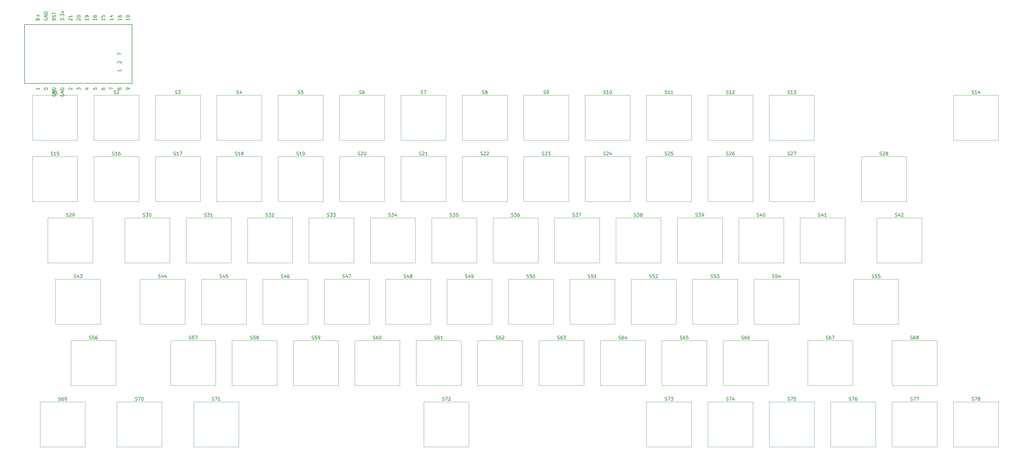
<source format=gbr>
%TF.GenerationSoftware,KiCad,Pcbnew,9.0.2*%
%TF.CreationDate,2025-06-25T18:54:02-05:00*%
%TF.ProjectId,MechaSlate,4d656368-6153-46c6-9174-652e6b696361,rev?*%
%TF.SameCoordinates,Original*%
%TF.FileFunction,Legend,Top*%
%TF.FilePolarity,Positive*%
%FSLAX46Y46*%
G04 Gerber Fmt 4.6, Leading zero omitted, Abs format (unit mm)*
G04 Created by KiCad (PCBNEW 9.0.2) date 2025-06-25 18:54:02*
%MOMM*%
%LPD*%
G01*
G04 APERTURE LIST*
%ADD10C,0.150000*%
%ADD11C,0.200000*%
%ADD12C,0.120000*%
G04 APERTURE END LIST*
D10*
X260933095Y-144033200D02*
X261075952Y-144080819D01*
X261075952Y-144080819D02*
X261314047Y-144080819D01*
X261314047Y-144080819D02*
X261409285Y-144033200D01*
X261409285Y-144033200D02*
X261456904Y-143985580D01*
X261456904Y-143985580D02*
X261504523Y-143890342D01*
X261504523Y-143890342D02*
X261504523Y-143795104D01*
X261504523Y-143795104D02*
X261456904Y-143699866D01*
X261456904Y-143699866D02*
X261409285Y-143652247D01*
X261409285Y-143652247D02*
X261314047Y-143604628D01*
X261314047Y-143604628D02*
X261123571Y-143557009D01*
X261123571Y-143557009D02*
X261028333Y-143509390D01*
X261028333Y-143509390D02*
X260980714Y-143461771D01*
X260980714Y-143461771D02*
X260933095Y-143366533D01*
X260933095Y-143366533D02*
X260933095Y-143271295D01*
X260933095Y-143271295D02*
X260980714Y-143176057D01*
X260980714Y-143176057D02*
X261028333Y-143128438D01*
X261028333Y-143128438D02*
X261123571Y-143080819D01*
X261123571Y-143080819D02*
X261361666Y-143080819D01*
X261361666Y-143080819D02*
X261504523Y-143128438D01*
X262409285Y-143080819D02*
X261933095Y-143080819D01*
X261933095Y-143080819D02*
X261885476Y-143557009D01*
X261885476Y-143557009D02*
X261933095Y-143509390D01*
X261933095Y-143509390D02*
X262028333Y-143461771D01*
X262028333Y-143461771D02*
X262266428Y-143461771D01*
X262266428Y-143461771D02*
X262361666Y-143509390D01*
X262361666Y-143509390D02*
X262409285Y-143557009D01*
X262409285Y-143557009D02*
X262456904Y-143652247D01*
X262456904Y-143652247D02*
X262456904Y-143890342D01*
X262456904Y-143890342D02*
X262409285Y-143985580D01*
X262409285Y-143985580D02*
X262361666Y-144033200D01*
X262361666Y-144033200D02*
X262266428Y-144080819D01*
X262266428Y-144080819D02*
X262028333Y-144080819D01*
X262028333Y-144080819D02*
X261933095Y-144033200D01*
X261933095Y-144033200D02*
X261885476Y-143985580D01*
X217594405Y-201183200D02*
X217737262Y-201230819D01*
X217737262Y-201230819D02*
X217975357Y-201230819D01*
X217975357Y-201230819D02*
X218070595Y-201183200D01*
X218070595Y-201183200D02*
X218118214Y-201135580D01*
X218118214Y-201135580D02*
X218165833Y-201040342D01*
X218165833Y-201040342D02*
X218165833Y-200945104D01*
X218165833Y-200945104D02*
X218118214Y-200849866D01*
X218118214Y-200849866D02*
X218070595Y-200802247D01*
X218070595Y-200802247D02*
X217975357Y-200754628D01*
X217975357Y-200754628D02*
X217784881Y-200707009D01*
X217784881Y-200707009D02*
X217689643Y-200659390D01*
X217689643Y-200659390D02*
X217642024Y-200611771D01*
X217642024Y-200611771D02*
X217594405Y-200516533D01*
X217594405Y-200516533D02*
X217594405Y-200421295D01*
X217594405Y-200421295D02*
X217642024Y-200326057D01*
X217642024Y-200326057D02*
X217689643Y-200278438D01*
X217689643Y-200278438D02*
X217784881Y-200230819D01*
X217784881Y-200230819D02*
X218022976Y-200230819D01*
X218022976Y-200230819D02*
X218165833Y-200278438D01*
X219022976Y-200564152D02*
X219022976Y-201230819D01*
X218784881Y-200183200D02*
X218546786Y-200897485D01*
X218546786Y-200897485D02*
X219165833Y-200897485D01*
X219975357Y-200564152D02*
X219975357Y-201230819D01*
X219737262Y-200183200D02*
X219499167Y-200897485D01*
X219499167Y-200897485D02*
X220118214Y-200897485D01*
X303319405Y-220233200D02*
X303462262Y-220280819D01*
X303462262Y-220280819D02*
X303700357Y-220280819D01*
X303700357Y-220280819D02*
X303795595Y-220233200D01*
X303795595Y-220233200D02*
X303843214Y-220185580D01*
X303843214Y-220185580D02*
X303890833Y-220090342D01*
X303890833Y-220090342D02*
X303890833Y-219995104D01*
X303890833Y-219995104D02*
X303843214Y-219899866D01*
X303843214Y-219899866D02*
X303795595Y-219852247D01*
X303795595Y-219852247D02*
X303700357Y-219804628D01*
X303700357Y-219804628D02*
X303509881Y-219757009D01*
X303509881Y-219757009D02*
X303414643Y-219709390D01*
X303414643Y-219709390D02*
X303367024Y-219661771D01*
X303367024Y-219661771D02*
X303319405Y-219566533D01*
X303319405Y-219566533D02*
X303319405Y-219471295D01*
X303319405Y-219471295D02*
X303367024Y-219376057D01*
X303367024Y-219376057D02*
X303414643Y-219328438D01*
X303414643Y-219328438D02*
X303509881Y-219280819D01*
X303509881Y-219280819D02*
X303747976Y-219280819D01*
X303747976Y-219280819D02*
X303890833Y-219328438D01*
X304747976Y-219280819D02*
X304557500Y-219280819D01*
X304557500Y-219280819D02*
X304462262Y-219328438D01*
X304462262Y-219328438D02*
X304414643Y-219376057D01*
X304414643Y-219376057D02*
X304319405Y-219518914D01*
X304319405Y-219518914D02*
X304271786Y-219709390D01*
X304271786Y-219709390D02*
X304271786Y-220090342D01*
X304271786Y-220090342D02*
X304319405Y-220185580D01*
X304319405Y-220185580D02*
X304367024Y-220233200D01*
X304367024Y-220233200D02*
X304462262Y-220280819D01*
X304462262Y-220280819D02*
X304652738Y-220280819D01*
X304652738Y-220280819D02*
X304747976Y-220233200D01*
X304747976Y-220233200D02*
X304795595Y-220185580D01*
X304795595Y-220185580D02*
X304843214Y-220090342D01*
X304843214Y-220090342D02*
X304843214Y-219852247D01*
X304843214Y-219852247D02*
X304795595Y-219757009D01*
X304795595Y-219757009D02*
X304747976Y-219709390D01*
X304747976Y-219709390D02*
X304652738Y-219661771D01*
X304652738Y-219661771D02*
X304462262Y-219661771D01*
X304462262Y-219661771D02*
X304367024Y-219709390D01*
X304367024Y-219709390D02*
X304319405Y-219757009D01*
X304319405Y-219757009D02*
X304271786Y-219852247D01*
X305795595Y-220280819D02*
X305224167Y-220280819D01*
X305509881Y-220280819D02*
X305509881Y-219280819D01*
X305509881Y-219280819D02*
X305414643Y-219423676D01*
X305414643Y-219423676D02*
X305319405Y-219518914D01*
X305319405Y-219518914D02*
X305224167Y-219566533D01*
X393806905Y-144033200D02*
X393949762Y-144080819D01*
X393949762Y-144080819D02*
X394187857Y-144080819D01*
X394187857Y-144080819D02*
X394283095Y-144033200D01*
X394283095Y-144033200D02*
X394330714Y-143985580D01*
X394330714Y-143985580D02*
X394378333Y-143890342D01*
X394378333Y-143890342D02*
X394378333Y-143795104D01*
X394378333Y-143795104D02*
X394330714Y-143699866D01*
X394330714Y-143699866D02*
X394283095Y-143652247D01*
X394283095Y-143652247D02*
X394187857Y-143604628D01*
X394187857Y-143604628D02*
X393997381Y-143557009D01*
X393997381Y-143557009D02*
X393902143Y-143509390D01*
X393902143Y-143509390D02*
X393854524Y-143461771D01*
X393854524Y-143461771D02*
X393806905Y-143366533D01*
X393806905Y-143366533D02*
X393806905Y-143271295D01*
X393806905Y-143271295D02*
X393854524Y-143176057D01*
X393854524Y-143176057D02*
X393902143Y-143128438D01*
X393902143Y-143128438D02*
X393997381Y-143080819D01*
X393997381Y-143080819D02*
X394235476Y-143080819D01*
X394235476Y-143080819D02*
X394378333Y-143128438D01*
X395330714Y-144080819D02*
X394759286Y-144080819D01*
X395045000Y-144080819D02*
X395045000Y-143080819D01*
X395045000Y-143080819D02*
X394949762Y-143223676D01*
X394949762Y-143223676D02*
X394854524Y-143318914D01*
X394854524Y-143318914D02*
X394759286Y-143366533D01*
X395711667Y-143176057D02*
X395759286Y-143128438D01*
X395759286Y-143128438D02*
X395854524Y-143080819D01*
X395854524Y-143080819D02*
X396092619Y-143080819D01*
X396092619Y-143080819D02*
X396187857Y-143128438D01*
X396187857Y-143128438D02*
X396235476Y-143176057D01*
X396235476Y-143176057D02*
X396283095Y-143271295D01*
X396283095Y-143271295D02*
X396283095Y-143366533D01*
X396283095Y-143366533D02*
X396235476Y-143509390D01*
X396235476Y-143509390D02*
X395664048Y-144080819D01*
X395664048Y-144080819D02*
X396283095Y-144080819D01*
X222833095Y-144033200D02*
X222975952Y-144080819D01*
X222975952Y-144080819D02*
X223214047Y-144080819D01*
X223214047Y-144080819D02*
X223309285Y-144033200D01*
X223309285Y-144033200D02*
X223356904Y-143985580D01*
X223356904Y-143985580D02*
X223404523Y-143890342D01*
X223404523Y-143890342D02*
X223404523Y-143795104D01*
X223404523Y-143795104D02*
X223356904Y-143699866D01*
X223356904Y-143699866D02*
X223309285Y-143652247D01*
X223309285Y-143652247D02*
X223214047Y-143604628D01*
X223214047Y-143604628D02*
X223023571Y-143557009D01*
X223023571Y-143557009D02*
X222928333Y-143509390D01*
X222928333Y-143509390D02*
X222880714Y-143461771D01*
X222880714Y-143461771D02*
X222833095Y-143366533D01*
X222833095Y-143366533D02*
X222833095Y-143271295D01*
X222833095Y-143271295D02*
X222880714Y-143176057D01*
X222880714Y-143176057D02*
X222928333Y-143128438D01*
X222928333Y-143128438D02*
X223023571Y-143080819D01*
X223023571Y-143080819D02*
X223261666Y-143080819D01*
X223261666Y-143080819D02*
X223404523Y-143128438D01*
X223737857Y-143080819D02*
X224356904Y-143080819D01*
X224356904Y-143080819D02*
X224023571Y-143461771D01*
X224023571Y-143461771D02*
X224166428Y-143461771D01*
X224166428Y-143461771D02*
X224261666Y-143509390D01*
X224261666Y-143509390D02*
X224309285Y-143557009D01*
X224309285Y-143557009D02*
X224356904Y-143652247D01*
X224356904Y-143652247D02*
X224356904Y-143890342D01*
X224356904Y-143890342D02*
X224309285Y-143985580D01*
X224309285Y-143985580D02*
X224261666Y-144033200D01*
X224261666Y-144033200D02*
X224166428Y-144080819D01*
X224166428Y-144080819D02*
X223880714Y-144080819D01*
X223880714Y-144080819D02*
X223785476Y-144033200D01*
X223785476Y-144033200D02*
X223737857Y-143985580D01*
X293794405Y-201183200D02*
X293937262Y-201230819D01*
X293937262Y-201230819D02*
X294175357Y-201230819D01*
X294175357Y-201230819D02*
X294270595Y-201183200D01*
X294270595Y-201183200D02*
X294318214Y-201135580D01*
X294318214Y-201135580D02*
X294365833Y-201040342D01*
X294365833Y-201040342D02*
X294365833Y-200945104D01*
X294365833Y-200945104D02*
X294318214Y-200849866D01*
X294318214Y-200849866D02*
X294270595Y-200802247D01*
X294270595Y-200802247D02*
X294175357Y-200754628D01*
X294175357Y-200754628D02*
X293984881Y-200707009D01*
X293984881Y-200707009D02*
X293889643Y-200659390D01*
X293889643Y-200659390D02*
X293842024Y-200611771D01*
X293842024Y-200611771D02*
X293794405Y-200516533D01*
X293794405Y-200516533D02*
X293794405Y-200421295D01*
X293794405Y-200421295D02*
X293842024Y-200326057D01*
X293842024Y-200326057D02*
X293889643Y-200278438D01*
X293889643Y-200278438D02*
X293984881Y-200230819D01*
X293984881Y-200230819D02*
X294222976Y-200230819D01*
X294222976Y-200230819D02*
X294365833Y-200278438D01*
X295222976Y-200564152D02*
X295222976Y-201230819D01*
X294984881Y-200183200D02*
X294746786Y-200897485D01*
X294746786Y-200897485D02*
X295365833Y-200897485D01*
X295889643Y-200659390D02*
X295794405Y-200611771D01*
X295794405Y-200611771D02*
X295746786Y-200564152D01*
X295746786Y-200564152D02*
X295699167Y-200468914D01*
X295699167Y-200468914D02*
X295699167Y-200421295D01*
X295699167Y-200421295D02*
X295746786Y-200326057D01*
X295746786Y-200326057D02*
X295794405Y-200278438D01*
X295794405Y-200278438D02*
X295889643Y-200230819D01*
X295889643Y-200230819D02*
X296080119Y-200230819D01*
X296080119Y-200230819D02*
X296175357Y-200278438D01*
X296175357Y-200278438D02*
X296222976Y-200326057D01*
X296222976Y-200326057D02*
X296270595Y-200421295D01*
X296270595Y-200421295D02*
X296270595Y-200468914D01*
X296270595Y-200468914D02*
X296222976Y-200564152D01*
X296222976Y-200564152D02*
X296175357Y-200611771D01*
X296175357Y-200611771D02*
X296080119Y-200659390D01*
X296080119Y-200659390D02*
X295889643Y-200659390D01*
X295889643Y-200659390D02*
X295794405Y-200707009D01*
X295794405Y-200707009D02*
X295746786Y-200754628D01*
X295746786Y-200754628D02*
X295699167Y-200849866D01*
X295699167Y-200849866D02*
X295699167Y-201040342D01*
X295699167Y-201040342D02*
X295746786Y-201135580D01*
X295746786Y-201135580D02*
X295794405Y-201183200D01*
X295794405Y-201183200D02*
X295889643Y-201230819D01*
X295889643Y-201230819D02*
X296080119Y-201230819D01*
X296080119Y-201230819D02*
X296175357Y-201183200D01*
X296175357Y-201183200D02*
X296222976Y-201135580D01*
X296222976Y-201135580D02*
X296270595Y-201040342D01*
X296270595Y-201040342D02*
X296270595Y-200849866D01*
X296270595Y-200849866D02*
X296222976Y-200754628D01*
X296222976Y-200754628D02*
X296175357Y-200707009D01*
X296175357Y-200707009D02*
X296080119Y-200659390D01*
X355706905Y-144033200D02*
X355849762Y-144080819D01*
X355849762Y-144080819D02*
X356087857Y-144080819D01*
X356087857Y-144080819D02*
X356183095Y-144033200D01*
X356183095Y-144033200D02*
X356230714Y-143985580D01*
X356230714Y-143985580D02*
X356278333Y-143890342D01*
X356278333Y-143890342D02*
X356278333Y-143795104D01*
X356278333Y-143795104D02*
X356230714Y-143699866D01*
X356230714Y-143699866D02*
X356183095Y-143652247D01*
X356183095Y-143652247D02*
X356087857Y-143604628D01*
X356087857Y-143604628D02*
X355897381Y-143557009D01*
X355897381Y-143557009D02*
X355802143Y-143509390D01*
X355802143Y-143509390D02*
X355754524Y-143461771D01*
X355754524Y-143461771D02*
X355706905Y-143366533D01*
X355706905Y-143366533D02*
X355706905Y-143271295D01*
X355706905Y-143271295D02*
X355754524Y-143176057D01*
X355754524Y-143176057D02*
X355802143Y-143128438D01*
X355802143Y-143128438D02*
X355897381Y-143080819D01*
X355897381Y-143080819D02*
X356135476Y-143080819D01*
X356135476Y-143080819D02*
X356278333Y-143128438D01*
X357230714Y-144080819D02*
X356659286Y-144080819D01*
X356945000Y-144080819D02*
X356945000Y-143080819D01*
X356945000Y-143080819D02*
X356849762Y-143223676D01*
X356849762Y-143223676D02*
X356754524Y-143318914D01*
X356754524Y-143318914D02*
X356659286Y-143366533D01*
X357849762Y-143080819D02*
X357945000Y-143080819D01*
X357945000Y-143080819D02*
X358040238Y-143128438D01*
X358040238Y-143128438D02*
X358087857Y-143176057D01*
X358087857Y-143176057D02*
X358135476Y-143271295D01*
X358135476Y-143271295D02*
X358183095Y-143461771D01*
X358183095Y-143461771D02*
X358183095Y-143699866D01*
X358183095Y-143699866D02*
X358135476Y-143890342D01*
X358135476Y-143890342D02*
X358087857Y-143985580D01*
X358087857Y-143985580D02*
X358040238Y-144033200D01*
X358040238Y-144033200D02*
X357945000Y-144080819D01*
X357945000Y-144080819D02*
X357849762Y-144080819D01*
X357849762Y-144080819D02*
X357754524Y-144033200D01*
X357754524Y-144033200D02*
X357706905Y-143985580D01*
X357706905Y-143985580D02*
X357659286Y-143890342D01*
X357659286Y-143890342D02*
X357611667Y-143699866D01*
X357611667Y-143699866D02*
X357611667Y-143461771D01*
X357611667Y-143461771D02*
X357659286Y-143271295D01*
X357659286Y-143271295D02*
X357706905Y-143176057D01*
X357706905Y-143176057D02*
X357754524Y-143128438D01*
X357754524Y-143128438D02*
X357849762Y-143080819D01*
X446194405Y-182133200D02*
X446337262Y-182180819D01*
X446337262Y-182180819D02*
X446575357Y-182180819D01*
X446575357Y-182180819D02*
X446670595Y-182133200D01*
X446670595Y-182133200D02*
X446718214Y-182085580D01*
X446718214Y-182085580D02*
X446765833Y-181990342D01*
X446765833Y-181990342D02*
X446765833Y-181895104D01*
X446765833Y-181895104D02*
X446718214Y-181799866D01*
X446718214Y-181799866D02*
X446670595Y-181752247D01*
X446670595Y-181752247D02*
X446575357Y-181704628D01*
X446575357Y-181704628D02*
X446384881Y-181657009D01*
X446384881Y-181657009D02*
X446289643Y-181609390D01*
X446289643Y-181609390D02*
X446242024Y-181561771D01*
X446242024Y-181561771D02*
X446194405Y-181466533D01*
X446194405Y-181466533D02*
X446194405Y-181371295D01*
X446194405Y-181371295D02*
X446242024Y-181276057D01*
X446242024Y-181276057D02*
X446289643Y-181228438D01*
X446289643Y-181228438D02*
X446384881Y-181180819D01*
X446384881Y-181180819D02*
X446622976Y-181180819D01*
X446622976Y-181180819D02*
X446765833Y-181228438D01*
X447622976Y-181514152D02*
X447622976Y-182180819D01*
X447384881Y-181133200D02*
X447146786Y-181847485D01*
X447146786Y-181847485D02*
X447765833Y-181847485D01*
X448099167Y-181276057D02*
X448146786Y-181228438D01*
X448146786Y-181228438D02*
X448242024Y-181180819D01*
X448242024Y-181180819D02*
X448480119Y-181180819D01*
X448480119Y-181180819D02*
X448575357Y-181228438D01*
X448575357Y-181228438D02*
X448622976Y-181276057D01*
X448622976Y-181276057D02*
X448670595Y-181371295D01*
X448670595Y-181371295D02*
X448670595Y-181466533D01*
X448670595Y-181466533D02*
X448622976Y-181609390D01*
X448622976Y-181609390D02*
X448051548Y-182180819D01*
X448051548Y-182180819D02*
X448670595Y-182180819D01*
X470006905Y-239283200D02*
X470149762Y-239330819D01*
X470149762Y-239330819D02*
X470387857Y-239330819D01*
X470387857Y-239330819D02*
X470483095Y-239283200D01*
X470483095Y-239283200D02*
X470530714Y-239235580D01*
X470530714Y-239235580D02*
X470578333Y-239140342D01*
X470578333Y-239140342D02*
X470578333Y-239045104D01*
X470578333Y-239045104D02*
X470530714Y-238949866D01*
X470530714Y-238949866D02*
X470483095Y-238902247D01*
X470483095Y-238902247D02*
X470387857Y-238854628D01*
X470387857Y-238854628D02*
X470197381Y-238807009D01*
X470197381Y-238807009D02*
X470102143Y-238759390D01*
X470102143Y-238759390D02*
X470054524Y-238711771D01*
X470054524Y-238711771D02*
X470006905Y-238616533D01*
X470006905Y-238616533D02*
X470006905Y-238521295D01*
X470006905Y-238521295D02*
X470054524Y-238426057D01*
X470054524Y-238426057D02*
X470102143Y-238378438D01*
X470102143Y-238378438D02*
X470197381Y-238330819D01*
X470197381Y-238330819D02*
X470435476Y-238330819D01*
X470435476Y-238330819D02*
X470578333Y-238378438D01*
X470911667Y-238330819D02*
X471578333Y-238330819D01*
X471578333Y-238330819D02*
X471149762Y-239330819D01*
X472102143Y-238759390D02*
X472006905Y-238711771D01*
X472006905Y-238711771D02*
X471959286Y-238664152D01*
X471959286Y-238664152D02*
X471911667Y-238568914D01*
X471911667Y-238568914D02*
X471911667Y-238521295D01*
X471911667Y-238521295D02*
X471959286Y-238426057D01*
X471959286Y-238426057D02*
X472006905Y-238378438D01*
X472006905Y-238378438D02*
X472102143Y-238330819D01*
X472102143Y-238330819D02*
X472292619Y-238330819D01*
X472292619Y-238330819D02*
X472387857Y-238378438D01*
X472387857Y-238378438D02*
X472435476Y-238426057D01*
X472435476Y-238426057D02*
X472483095Y-238521295D01*
X472483095Y-238521295D02*
X472483095Y-238568914D01*
X472483095Y-238568914D02*
X472435476Y-238664152D01*
X472435476Y-238664152D02*
X472387857Y-238711771D01*
X472387857Y-238711771D02*
X472292619Y-238759390D01*
X472292619Y-238759390D02*
X472102143Y-238759390D01*
X472102143Y-238759390D02*
X472006905Y-238807009D01*
X472006905Y-238807009D02*
X471959286Y-238854628D01*
X471959286Y-238854628D02*
X471911667Y-238949866D01*
X471911667Y-238949866D02*
X471911667Y-239140342D01*
X471911667Y-239140342D02*
X471959286Y-239235580D01*
X471959286Y-239235580D02*
X472006905Y-239283200D01*
X472006905Y-239283200D02*
X472102143Y-239330819D01*
X472102143Y-239330819D02*
X472292619Y-239330819D01*
X472292619Y-239330819D02*
X472387857Y-239283200D01*
X472387857Y-239283200D02*
X472435476Y-239235580D01*
X472435476Y-239235580D02*
X472483095Y-239140342D01*
X472483095Y-239140342D02*
X472483095Y-238949866D01*
X472483095Y-238949866D02*
X472435476Y-238854628D01*
X472435476Y-238854628D02*
X472387857Y-238807009D01*
X472387857Y-238807009D02*
X472292619Y-238759390D01*
X186638155Y-239283200D02*
X186781012Y-239330819D01*
X186781012Y-239330819D02*
X187019107Y-239330819D01*
X187019107Y-239330819D02*
X187114345Y-239283200D01*
X187114345Y-239283200D02*
X187161964Y-239235580D01*
X187161964Y-239235580D02*
X187209583Y-239140342D01*
X187209583Y-239140342D02*
X187209583Y-239045104D01*
X187209583Y-239045104D02*
X187161964Y-238949866D01*
X187161964Y-238949866D02*
X187114345Y-238902247D01*
X187114345Y-238902247D02*
X187019107Y-238854628D01*
X187019107Y-238854628D02*
X186828631Y-238807009D01*
X186828631Y-238807009D02*
X186733393Y-238759390D01*
X186733393Y-238759390D02*
X186685774Y-238711771D01*
X186685774Y-238711771D02*
X186638155Y-238616533D01*
X186638155Y-238616533D02*
X186638155Y-238521295D01*
X186638155Y-238521295D02*
X186685774Y-238426057D01*
X186685774Y-238426057D02*
X186733393Y-238378438D01*
X186733393Y-238378438D02*
X186828631Y-238330819D01*
X186828631Y-238330819D02*
X187066726Y-238330819D01*
X187066726Y-238330819D02*
X187209583Y-238378438D01*
X188066726Y-238330819D02*
X187876250Y-238330819D01*
X187876250Y-238330819D02*
X187781012Y-238378438D01*
X187781012Y-238378438D02*
X187733393Y-238426057D01*
X187733393Y-238426057D02*
X187638155Y-238568914D01*
X187638155Y-238568914D02*
X187590536Y-238759390D01*
X187590536Y-238759390D02*
X187590536Y-239140342D01*
X187590536Y-239140342D02*
X187638155Y-239235580D01*
X187638155Y-239235580D02*
X187685774Y-239283200D01*
X187685774Y-239283200D02*
X187781012Y-239330819D01*
X187781012Y-239330819D02*
X187971488Y-239330819D01*
X187971488Y-239330819D02*
X188066726Y-239283200D01*
X188066726Y-239283200D02*
X188114345Y-239235580D01*
X188114345Y-239235580D02*
X188161964Y-239140342D01*
X188161964Y-239140342D02*
X188161964Y-238902247D01*
X188161964Y-238902247D02*
X188114345Y-238807009D01*
X188114345Y-238807009D02*
X188066726Y-238759390D01*
X188066726Y-238759390D02*
X187971488Y-238711771D01*
X187971488Y-238711771D02*
X187781012Y-238711771D01*
X187781012Y-238711771D02*
X187685774Y-238759390D01*
X187685774Y-238759390D02*
X187638155Y-238807009D01*
X187638155Y-238807009D02*
X187590536Y-238902247D01*
X188638155Y-239330819D02*
X188828631Y-239330819D01*
X188828631Y-239330819D02*
X188923869Y-239283200D01*
X188923869Y-239283200D02*
X188971488Y-239235580D01*
X188971488Y-239235580D02*
X189066726Y-239092723D01*
X189066726Y-239092723D02*
X189114345Y-238902247D01*
X189114345Y-238902247D02*
X189114345Y-238521295D01*
X189114345Y-238521295D02*
X189066726Y-238426057D01*
X189066726Y-238426057D02*
X189019107Y-238378438D01*
X189019107Y-238378438D02*
X188923869Y-238330819D01*
X188923869Y-238330819D02*
X188733393Y-238330819D01*
X188733393Y-238330819D02*
X188638155Y-238378438D01*
X188638155Y-238378438D02*
X188590536Y-238426057D01*
X188590536Y-238426057D02*
X188542917Y-238521295D01*
X188542917Y-238521295D02*
X188542917Y-238759390D01*
X188542917Y-238759390D02*
X188590536Y-238854628D01*
X188590536Y-238854628D02*
X188638155Y-238902247D01*
X188638155Y-238902247D02*
X188733393Y-238949866D01*
X188733393Y-238949866D02*
X188923869Y-238949866D01*
X188923869Y-238949866D02*
X189019107Y-238902247D01*
X189019107Y-238902247D02*
X189066726Y-238854628D01*
X189066726Y-238854628D02*
X189114345Y-238759390D01*
X184256905Y-163083200D02*
X184399762Y-163130819D01*
X184399762Y-163130819D02*
X184637857Y-163130819D01*
X184637857Y-163130819D02*
X184733095Y-163083200D01*
X184733095Y-163083200D02*
X184780714Y-163035580D01*
X184780714Y-163035580D02*
X184828333Y-162940342D01*
X184828333Y-162940342D02*
X184828333Y-162845104D01*
X184828333Y-162845104D02*
X184780714Y-162749866D01*
X184780714Y-162749866D02*
X184733095Y-162702247D01*
X184733095Y-162702247D02*
X184637857Y-162654628D01*
X184637857Y-162654628D02*
X184447381Y-162607009D01*
X184447381Y-162607009D02*
X184352143Y-162559390D01*
X184352143Y-162559390D02*
X184304524Y-162511771D01*
X184304524Y-162511771D02*
X184256905Y-162416533D01*
X184256905Y-162416533D02*
X184256905Y-162321295D01*
X184256905Y-162321295D02*
X184304524Y-162226057D01*
X184304524Y-162226057D02*
X184352143Y-162178438D01*
X184352143Y-162178438D02*
X184447381Y-162130819D01*
X184447381Y-162130819D02*
X184685476Y-162130819D01*
X184685476Y-162130819D02*
X184828333Y-162178438D01*
X185780714Y-163130819D02*
X185209286Y-163130819D01*
X185495000Y-163130819D02*
X185495000Y-162130819D01*
X185495000Y-162130819D02*
X185399762Y-162273676D01*
X185399762Y-162273676D02*
X185304524Y-162368914D01*
X185304524Y-162368914D02*
X185209286Y-162416533D01*
X186685476Y-162130819D02*
X186209286Y-162130819D01*
X186209286Y-162130819D02*
X186161667Y-162607009D01*
X186161667Y-162607009D02*
X186209286Y-162559390D01*
X186209286Y-162559390D02*
X186304524Y-162511771D01*
X186304524Y-162511771D02*
X186542619Y-162511771D01*
X186542619Y-162511771D02*
X186637857Y-162559390D01*
X186637857Y-162559390D02*
X186685476Y-162607009D01*
X186685476Y-162607009D02*
X186733095Y-162702247D01*
X186733095Y-162702247D02*
X186733095Y-162940342D01*
X186733095Y-162940342D02*
X186685476Y-163035580D01*
X186685476Y-163035580D02*
X186637857Y-163083200D01*
X186637857Y-163083200D02*
X186542619Y-163130819D01*
X186542619Y-163130819D02*
X186304524Y-163130819D01*
X186304524Y-163130819D02*
X186209286Y-163083200D01*
X186209286Y-163083200D02*
X186161667Y-163035580D01*
X299033095Y-144033200D02*
X299175952Y-144080819D01*
X299175952Y-144080819D02*
X299414047Y-144080819D01*
X299414047Y-144080819D02*
X299509285Y-144033200D01*
X299509285Y-144033200D02*
X299556904Y-143985580D01*
X299556904Y-143985580D02*
X299604523Y-143890342D01*
X299604523Y-143890342D02*
X299604523Y-143795104D01*
X299604523Y-143795104D02*
X299556904Y-143699866D01*
X299556904Y-143699866D02*
X299509285Y-143652247D01*
X299509285Y-143652247D02*
X299414047Y-143604628D01*
X299414047Y-143604628D02*
X299223571Y-143557009D01*
X299223571Y-143557009D02*
X299128333Y-143509390D01*
X299128333Y-143509390D02*
X299080714Y-143461771D01*
X299080714Y-143461771D02*
X299033095Y-143366533D01*
X299033095Y-143366533D02*
X299033095Y-143271295D01*
X299033095Y-143271295D02*
X299080714Y-143176057D01*
X299080714Y-143176057D02*
X299128333Y-143128438D01*
X299128333Y-143128438D02*
X299223571Y-143080819D01*
X299223571Y-143080819D02*
X299461666Y-143080819D01*
X299461666Y-143080819D02*
X299604523Y-143128438D01*
X299937857Y-143080819D02*
X300604523Y-143080819D01*
X300604523Y-143080819D02*
X300175952Y-144080819D01*
X412856905Y-163083200D02*
X412999762Y-163130819D01*
X412999762Y-163130819D02*
X413237857Y-163130819D01*
X413237857Y-163130819D02*
X413333095Y-163083200D01*
X413333095Y-163083200D02*
X413380714Y-163035580D01*
X413380714Y-163035580D02*
X413428333Y-162940342D01*
X413428333Y-162940342D02*
X413428333Y-162845104D01*
X413428333Y-162845104D02*
X413380714Y-162749866D01*
X413380714Y-162749866D02*
X413333095Y-162702247D01*
X413333095Y-162702247D02*
X413237857Y-162654628D01*
X413237857Y-162654628D02*
X413047381Y-162607009D01*
X413047381Y-162607009D02*
X412952143Y-162559390D01*
X412952143Y-162559390D02*
X412904524Y-162511771D01*
X412904524Y-162511771D02*
X412856905Y-162416533D01*
X412856905Y-162416533D02*
X412856905Y-162321295D01*
X412856905Y-162321295D02*
X412904524Y-162226057D01*
X412904524Y-162226057D02*
X412952143Y-162178438D01*
X412952143Y-162178438D02*
X413047381Y-162130819D01*
X413047381Y-162130819D02*
X413285476Y-162130819D01*
X413285476Y-162130819D02*
X413428333Y-162178438D01*
X413809286Y-162226057D02*
X413856905Y-162178438D01*
X413856905Y-162178438D02*
X413952143Y-162130819D01*
X413952143Y-162130819D02*
X414190238Y-162130819D01*
X414190238Y-162130819D02*
X414285476Y-162178438D01*
X414285476Y-162178438D02*
X414333095Y-162226057D01*
X414333095Y-162226057D02*
X414380714Y-162321295D01*
X414380714Y-162321295D02*
X414380714Y-162416533D01*
X414380714Y-162416533D02*
X414333095Y-162559390D01*
X414333095Y-162559390D02*
X413761667Y-163130819D01*
X413761667Y-163130819D02*
X414380714Y-163130819D01*
X414714048Y-162130819D02*
X415380714Y-162130819D01*
X415380714Y-162130819D02*
X414952143Y-163130819D01*
X441431905Y-163083200D02*
X441574762Y-163130819D01*
X441574762Y-163130819D02*
X441812857Y-163130819D01*
X441812857Y-163130819D02*
X441908095Y-163083200D01*
X441908095Y-163083200D02*
X441955714Y-163035580D01*
X441955714Y-163035580D02*
X442003333Y-162940342D01*
X442003333Y-162940342D02*
X442003333Y-162845104D01*
X442003333Y-162845104D02*
X441955714Y-162749866D01*
X441955714Y-162749866D02*
X441908095Y-162702247D01*
X441908095Y-162702247D02*
X441812857Y-162654628D01*
X441812857Y-162654628D02*
X441622381Y-162607009D01*
X441622381Y-162607009D02*
X441527143Y-162559390D01*
X441527143Y-162559390D02*
X441479524Y-162511771D01*
X441479524Y-162511771D02*
X441431905Y-162416533D01*
X441431905Y-162416533D02*
X441431905Y-162321295D01*
X441431905Y-162321295D02*
X441479524Y-162226057D01*
X441479524Y-162226057D02*
X441527143Y-162178438D01*
X441527143Y-162178438D02*
X441622381Y-162130819D01*
X441622381Y-162130819D02*
X441860476Y-162130819D01*
X441860476Y-162130819D02*
X442003333Y-162178438D01*
X442384286Y-162226057D02*
X442431905Y-162178438D01*
X442431905Y-162178438D02*
X442527143Y-162130819D01*
X442527143Y-162130819D02*
X442765238Y-162130819D01*
X442765238Y-162130819D02*
X442860476Y-162178438D01*
X442860476Y-162178438D02*
X442908095Y-162226057D01*
X442908095Y-162226057D02*
X442955714Y-162321295D01*
X442955714Y-162321295D02*
X442955714Y-162416533D01*
X442955714Y-162416533D02*
X442908095Y-162559390D01*
X442908095Y-162559390D02*
X442336667Y-163130819D01*
X442336667Y-163130819D02*
X442955714Y-163130819D01*
X443527143Y-162559390D02*
X443431905Y-162511771D01*
X443431905Y-162511771D02*
X443384286Y-162464152D01*
X443384286Y-162464152D02*
X443336667Y-162368914D01*
X443336667Y-162368914D02*
X443336667Y-162321295D01*
X443336667Y-162321295D02*
X443384286Y-162226057D01*
X443384286Y-162226057D02*
X443431905Y-162178438D01*
X443431905Y-162178438D02*
X443527143Y-162130819D01*
X443527143Y-162130819D02*
X443717619Y-162130819D01*
X443717619Y-162130819D02*
X443812857Y-162178438D01*
X443812857Y-162178438D02*
X443860476Y-162226057D01*
X443860476Y-162226057D02*
X443908095Y-162321295D01*
X443908095Y-162321295D02*
X443908095Y-162368914D01*
X443908095Y-162368914D02*
X443860476Y-162464152D01*
X443860476Y-162464152D02*
X443812857Y-162511771D01*
X443812857Y-162511771D02*
X443717619Y-162559390D01*
X443717619Y-162559390D02*
X443527143Y-162559390D01*
X443527143Y-162559390D02*
X443431905Y-162607009D01*
X443431905Y-162607009D02*
X443384286Y-162654628D01*
X443384286Y-162654628D02*
X443336667Y-162749866D01*
X443336667Y-162749866D02*
X443336667Y-162940342D01*
X443336667Y-162940342D02*
X443384286Y-163035580D01*
X443384286Y-163035580D02*
X443431905Y-163083200D01*
X443431905Y-163083200D02*
X443527143Y-163130819D01*
X443527143Y-163130819D02*
X443717619Y-163130819D01*
X443717619Y-163130819D02*
X443812857Y-163083200D01*
X443812857Y-163083200D02*
X443860476Y-163035580D01*
X443860476Y-163035580D02*
X443908095Y-162940342D01*
X443908095Y-162940342D02*
X443908095Y-162749866D01*
X443908095Y-162749866D02*
X443860476Y-162654628D01*
X443860476Y-162654628D02*
X443812857Y-162607009D01*
X443812857Y-162607009D02*
X443717619Y-162559390D01*
X279506905Y-163083200D02*
X279649762Y-163130819D01*
X279649762Y-163130819D02*
X279887857Y-163130819D01*
X279887857Y-163130819D02*
X279983095Y-163083200D01*
X279983095Y-163083200D02*
X280030714Y-163035580D01*
X280030714Y-163035580D02*
X280078333Y-162940342D01*
X280078333Y-162940342D02*
X280078333Y-162845104D01*
X280078333Y-162845104D02*
X280030714Y-162749866D01*
X280030714Y-162749866D02*
X279983095Y-162702247D01*
X279983095Y-162702247D02*
X279887857Y-162654628D01*
X279887857Y-162654628D02*
X279697381Y-162607009D01*
X279697381Y-162607009D02*
X279602143Y-162559390D01*
X279602143Y-162559390D02*
X279554524Y-162511771D01*
X279554524Y-162511771D02*
X279506905Y-162416533D01*
X279506905Y-162416533D02*
X279506905Y-162321295D01*
X279506905Y-162321295D02*
X279554524Y-162226057D01*
X279554524Y-162226057D02*
X279602143Y-162178438D01*
X279602143Y-162178438D02*
X279697381Y-162130819D01*
X279697381Y-162130819D02*
X279935476Y-162130819D01*
X279935476Y-162130819D02*
X280078333Y-162178438D01*
X280459286Y-162226057D02*
X280506905Y-162178438D01*
X280506905Y-162178438D02*
X280602143Y-162130819D01*
X280602143Y-162130819D02*
X280840238Y-162130819D01*
X280840238Y-162130819D02*
X280935476Y-162178438D01*
X280935476Y-162178438D02*
X280983095Y-162226057D01*
X280983095Y-162226057D02*
X281030714Y-162321295D01*
X281030714Y-162321295D02*
X281030714Y-162416533D01*
X281030714Y-162416533D02*
X280983095Y-162559390D01*
X280983095Y-162559390D02*
X280411667Y-163130819D01*
X280411667Y-163130819D02*
X281030714Y-163130819D01*
X281649762Y-162130819D02*
X281745000Y-162130819D01*
X281745000Y-162130819D02*
X281840238Y-162178438D01*
X281840238Y-162178438D02*
X281887857Y-162226057D01*
X281887857Y-162226057D02*
X281935476Y-162321295D01*
X281935476Y-162321295D02*
X281983095Y-162511771D01*
X281983095Y-162511771D02*
X281983095Y-162749866D01*
X281983095Y-162749866D02*
X281935476Y-162940342D01*
X281935476Y-162940342D02*
X281887857Y-163035580D01*
X281887857Y-163035580D02*
X281840238Y-163083200D01*
X281840238Y-163083200D02*
X281745000Y-163130819D01*
X281745000Y-163130819D02*
X281649762Y-163130819D01*
X281649762Y-163130819D02*
X281554524Y-163083200D01*
X281554524Y-163083200D02*
X281506905Y-163035580D01*
X281506905Y-163035580D02*
X281459286Y-162940342D01*
X281459286Y-162940342D02*
X281411667Y-162749866D01*
X281411667Y-162749866D02*
X281411667Y-162511771D01*
X281411667Y-162511771D02*
X281459286Y-162321295D01*
X281459286Y-162321295D02*
X281506905Y-162226057D01*
X281506905Y-162226057D02*
X281554524Y-162178438D01*
X281554524Y-162178438D02*
X281649762Y-162130819D01*
X412856905Y-144033200D02*
X412999762Y-144080819D01*
X412999762Y-144080819D02*
X413237857Y-144080819D01*
X413237857Y-144080819D02*
X413333095Y-144033200D01*
X413333095Y-144033200D02*
X413380714Y-143985580D01*
X413380714Y-143985580D02*
X413428333Y-143890342D01*
X413428333Y-143890342D02*
X413428333Y-143795104D01*
X413428333Y-143795104D02*
X413380714Y-143699866D01*
X413380714Y-143699866D02*
X413333095Y-143652247D01*
X413333095Y-143652247D02*
X413237857Y-143604628D01*
X413237857Y-143604628D02*
X413047381Y-143557009D01*
X413047381Y-143557009D02*
X412952143Y-143509390D01*
X412952143Y-143509390D02*
X412904524Y-143461771D01*
X412904524Y-143461771D02*
X412856905Y-143366533D01*
X412856905Y-143366533D02*
X412856905Y-143271295D01*
X412856905Y-143271295D02*
X412904524Y-143176057D01*
X412904524Y-143176057D02*
X412952143Y-143128438D01*
X412952143Y-143128438D02*
X413047381Y-143080819D01*
X413047381Y-143080819D02*
X413285476Y-143080819D01*
X413285476Y-143080819D02*
X413428333Y-143128438D01*
X414380714Y-144080819D02*
X413809286Y-144080819D01*
X414095000Y-144080819D02*
X414095000Y-143080819D01*
X414095000Y-143080819D02*
X413999762Y-143223676D01*
X413999762Y-143223676D02*
X413904524Y-143318914D01*
X413904524Y-143318914D02*
X413809286Y-143366533D01*
X414714048Y-143080819D02*
X415333095Y-143080819D01*
X415333095Y-143080819D02*
X414999762Y-143461771D01*
X414999762Y-143461771D02*
X415142619Y-143461771D01*
X415142619Y-143461771D02*
X415237857Y-143509390D01*
X415237857Y-143509390D02*
X415285476Y-143557009D01*
X415285476Y-143557009D02*
X415333095Y-143652247D01*
X415333095Y-143652247D02*
X415333095Y-143890342D01*
X415333095Y-143890342D02*
X415285476Y-143985580D01*
X415285476Y-143985580D02*
X415237857Y-144033200D01*
X415237857Y-144033200D02*
X415142619Y-144080819D01*
X415142619Y-144080819D02*
X414856905Y-144080819D01*
X414856905Y-144080819D02*
X414761667Y-144033200D01*
X414761667Y-144033200D02*
X414714048Y-143985580D01*
X289031905Y-182133200D02*
X289174762Y-182180819D01*
X289174762Y-182180819D02*
X289412857Y-182180819D01*
X289412857Y-182180819D02*
X289508095Y-182133200D01*
X289508095Y-182133200D02*
X289555714Y-182085580D01*
X289555714Y-182085580D02*
X289603333Y-181990342D01*
X289603333Y-181990342D02*
X289603333Y-181895104D01*
X289603333Y-181895104D02*
X289555714Y-181799866D01*
X289555714Y-181799866D02*
X289508095Y-181752247D01*
X289508095Y-181752247D02*
X289412857Y-181704628D01*
X289412857Y-181704628D02*
X289222381Y-181657009D01*
X289222381Y-181657009D02*
X289127143Y-181609390D01*
X289127143Y-181609390D02*
X289079524Y-181561771D01*
X289079524Y-181561771D02*
X289031905Y-181466533D01*
X289031905Y-181466533D02*
X289031905Y-181371295D01*
X289031905Y-181371295D02*
X289079524Y-181276057D01*
X289079524Y-181276057D02*
X289127143Y-181228438D01*
X289127143Y-181228438D02*
X289222381Y-181180819D01*
X289222381Y-181180819D02*
X289460476Y-181180819D01*
X289460476Y-181180819D02*
X289603333Y-181228438D01*
X289936667Y-181180819D02*
X290555714Y-181180819D01*
X290555714Y-181180819D02*
X290222381Y-181561771D01*
X290222381Y-181561771D02*
X290365238Y-181561771D01*
X290365238Y-181561771D02*
X290460476Y-181609390D01*
X290460476Y-181609390D02*
X290508095Y-181657009D01*
X290508095Y-181657009D02*
X290555714Y-181752247D01*
X290555714Y-181752247D02*
X290555714Y-181990342D01*
X290555714Y-181990342D02*
X290508095Y-182085580D01*
X290508095Y-182085580D02*
X290460476Y-182133200D01*
X290460476Y-182133200D02*
X290365238Y-182180819D01*
X290365238Y-182180819D02*
X290079524Y-182180819D01*
X290079524Y-182180819D02*
X289984286Y-182133200D01*
X289984286Y-182133200D02*
X289936667Y-182085580D01*
X291412857Y-181514152D02*
X291412857Y-182180819D01*
X291174762Y-181133200D02*
X290936667Y-181847485D01*
X290936667Y-181847485D02*
X291555714Y-181847485D01*
X269981905Y-182133200D02*
X270124762Y-182180819D01*
X270124762Y-182180819D02*
X270362857Y-182180819D01*
X270362857Y-182180819D02*
X270458095Y-182133200D01*
X270458095Y-182133200D02*
X270505714Y-182085580D01*
X270505714Y-182085580D02*
X270553333Y-181990342D01*
X270553333Y-181990342D02*
X270553333Y-181895104D01*
X270553333Y-181895104D02*
X270505714Y-181799866D01*
X270505714Y-181799866D02*
X270458095Y-181752247D01*
X270458095Y-181752247D02*
X270362857Y-181704628D01*
X270362857Y-181704628D02*
X270172381Y-181657009D01*
X270172381Y-181657009D02*
X270077143Y-181609390D01*
X270077143Y-181609390D02*
X270029524Y-181561771D01*
X270029524Y-181561771D02*
X269981905Y-181466533D01*
X269981905Y-181466533D02*
X269981905Y-181371295D01*
X269981905Y-181371295D02*
X270029524Y-181276057D01*
X270029524Y-181276057D02*
X270077143Y-181228438D01*
X270077143Y-181228438D02*
X270172381Y-181180819D01*
X270172381Y-181180819D02*
X270410476Y-181180819D01*
X270410476Y-181180819D02*
X270553333Y-181228438D01*
X270886667Y-181180819D02*
X271505714Y-181180819D01*
X271505714Y-181180819D02*
X271172381Y-181561771D01*
X271172381Y-181561771D02*
X271315238Y-181561771D01*
X271315238Y-181561771D02*
X271410476Y-181609390D01*
X271410476Y-181609390D02*
X271458095Y-181657009D01*
X271458095Y-181657009D02*
X271505714Y-181752247D01*
X271505714Y-181752247D02*
X271505714Y-181990342D01*
X271505714Y-181990342D02*
X271458095Y-182085580D01*
X271458095Y-182085580D02*
X271410476Y-182133200D01*
X271410476Y-182133200D02*
X271315238Y-182180819D01*
X271315238Y-182180819D02*
X271029524Y-182180819D01*
X271029524Y-182180819D02*
X270934286Y-182133200D01*
X270934286Y-182133200D02*
X270886667Y-182085580D01*
X271839048Y-181180819D02*
X272458095Y-181180819D01*
X272458095Y-181180819D02*
X272124762Y-181561771D01*
X272124762Y-181561771D02*
X272267619Y-181561771D01*
X272267619Y-181561771D02*
X272362857Y-181609390D01*
X272362857Y-181609390D02*
X272410476Y-181657009D01*
X272410476Y-181657009D02*
X272458095Y-181752247D01*
X272458095Y-181752247D02*
X272458095Y-181990342D01*
X272458095Y-181990342D02*
X272410476Y-182085580D01*
X272410476Y-182085580D02*
X272362857Y-182133200D01*
X272362857Y-182133200D02*
X272267619Y-182180819D01*
X272267619Y-182180819D02*
X271981905Y-182180819D01*
X271981905Y-182180819D02*
X271886667Y-182133200D01*
X271886667Y-182133200D02*
X271839048Y-182085580D01*
X210450655Y-239283200D02*
X210593512Y-239330819D01*
X210593512Y-239330819D02*
X210831607Y-239330819D01*
X210831607Y-239330819D02*
X210926845Y-239283200D01*
X210926845Y-239283200D02*
X210974464Y-239235580D01*
X210974464Y-239235580D02*
X211022083Y-239140342D01*
X211022083Y-239140342D02*
X211022083Y-239045104D01*
X211022083Y-239045104D02*
X210974464Y-238949866D01*
X210974464Y-238949866D02*
X210926845Y-238902247D01*
X210926845Y-238902247D02*
X210831607Y-238854628D01*
X210831607Y-238854628D02*
X210641131Y-238807009D01*
X210641131Y-238807009D02*
X210545893Y-238759390D01*
X210545893Y-238759390D02*
X210498274Y-238711771D01*
X210498274Y-238711771D02*
X210450655Y-238616533D01*
X210450655Y-238616533D02*
X210450655Y-238521295D01*
X210450655Y-238521295D02*
X210498274Y-238426057D01*
X210498274Y-238426057D02*
X210545893Y-238378438D01*
X210545893Y-238378438D02*
X210641131Y-238330819D01*
X210641131Y-238330819D02*
X210879226Y-238330819D01*
X210879226Y-238330819D02*
X211022083Y-238378438D01*
X211355417Y-238330819D02*
X212022083Y-238330819D01*
X212022083Y-238330819D02*
X211593512Y-239330819D01*
X212593512Y-238330819D02*
X212688750Y-238330819D01*
X212688750Y-238330819D02*
X212783988Y-238378438D01*
X212783988Y-238378438D02*
X212831607Y-238426057D01*
X212831607Y-238426057D02*
X212879226Y-238521295D01*
X212879226Y-238521295D02*
X212926845Y-238711771D01*
X212926845Y-238711771D02*
X212926845Y-238949866D01*
X212926845Y-238949866D02*
X212879226Y-239140342D01*
X212879226Y-239140342D02*
X212831607Y-239235580D01*
X212831607Y-239235580D02*
X212783988Y-239283200D01*
X212783988Y-239283200D02*
X212688750Y-239330819D01*
X212688750Y-239330819D02*
X212593512Y-239330819D01*
X212593512Y-239330819D02*
X212498274Y-239283200D01*
X212498274Y-239283200D02*
X212450655Y-239235580D01*
X212450655Y-239235580D02*
X212403036Y-239140342D01*
X212403036Y-239140342D02*
X212355417Y-238949866D01*
X212355417Y-238949866D02*
X212355417Y-238711771D01*
X212355417Y-238711771D02*
X212403036Y-238521295D01*
X212403036Y-238521295D02*
X212450655Y-238426057D01*
X212450655Y-238426057D02*
X212498274Y-238378438D01*
X212498274Y-238378438D02*
X212593512Y-238330819D01*
X422381905Y-182133200D02*
X422524762Y-182180819D01*
X422524762Y-182180819D02*
X422762857Y-182180819D01*
X422762857Y-182180819D02*
X422858095Y-182133200D01*
X422858095Y-182133200D02*
X422905714Y-182085580D01*
X422905714Y-182085580D02*
X422953333Y-181990342D01*
X422953333Y-181990342D02*
X422953333Y-181895104D01*
X422953333Y-181895104D02*
X422905714Y-181799866D01*
X422905714Y-181799866D02*
X422858095Y-181752247D01*
X422858095Y-181752247D02*
X422762857Y-181704628D01*
X422762857Y-181704628D02*
X422572381Y-181657009D01*
X422572381Y-181657009D02*
X422477143Y-181609390D01*
X422477143Y-181609390D02*
X422429524Y-181561771D01*
X422429524Y-181561771D02*
X422381905Y-181466533D01*
X422381905Y-181466533D02*
X422381905Y-181371295D01*
X422381905Y-181371295D02*
X422429524Y-181276057D01*
X422429524Y-181276057D02*
X422477143Y-181228438D01*
X422477143Y-181228438D02*
X422572381Y-181180819D01*
X422572381Y-181180819D02*
X422810476Y-181180819D01*
X422810476Y-181180819D02*
X422953333Y-181228438D01*
X423810476Y-181514152D02*
X423810476Y-182180819D01*
X423572381Y-181133200D02*
X423334286Y-181847485D01*
X423334286Y-181847485D02*
X423953333Y-181847485D01*
X424858095Y-182180819D02*
X424286667Y-182180819D01*
X424572381Y-182180819D02*
X424572381Y-181180819D01*
X424572381Y-181180819D02*
X424477143Y-181323676D01*
X424477143Y-181323676D02*
X424381905Y-181418914D01*
X424381905Y-181418914D02*
X424286667Y-181466533D01*
X398569405Y-220233200D02*
X398712262Y-220280819D01*
X398712262Y-220280819D02*
X398950357Y-220280819D01*
X398950357Y-220280819D02*
X399045595Y-220233200D01*
X399045595Y-220233200D02*
X399093214Y-220185580D01*
X399093214Y-220185580D02*
X399140833Y-220090342D01*
X399140833Y-220090342D02*
X399140833Y-219995104D01*
X399140833Y-219995104D02*
X399093214Y-219899866D01*
X399093214Y-219899866D02*
X399045595Y-219852247D01*
X399045595Y-219852247D02*
X398950357Y-219804628D01*
X398950357Y-219804628D02*
X398759881Y-219757009D01*
X398759881Y-219757009D02*
X398664643Y-219709390D01*
X398664643Y-219709390D02*
X398617024Y-219661771D01*
X398617024Y-219661771D02*
X398569405Y-219566533D01*
X398569405Y-219566533D02*
X398569405Y-219471295D01*
X398569405Y-219471295D02*
X398617024Y-219376057D01*
X398617024Y-219376057D02*
X398664643Y-219328438D01*
X398664643Y-219328438D02*
X398759881Y-219280819D01*
X398759881Y-219280819D02*
X398997976Y-219280819D01*
X398997976Y-219280819D02*
X399140833Y-219328438D01*
X399997976Y-219280819D02*
X399807500Y-219280819D01*
X399807500Y-219280819D02*
X399712262Y-219328438D01*
X399712262Y-219328438D02*
X399664643Y-219376057D01*
X399664643Y-219376057D02*
X399569405Y-219518914D01*
X399569405Y-219518914D02*
X399521786Y-219709390D01*
X399521786Y-219709390D02*
X399521786Y-220090342D01*
X399521786Y-220090342D02*
X399569405Y-220185580D01*
X399569405Y-220185580D02*
X399617024Y-220233200D01*
X399617024Y-220233200D02*
X399712262Y-220280819D01*
X399712262Y-220280819D02*
X399902738Y-220280819D01*
X399902738Y-220280819D02*
X399997976Y-220233200D01*
X399997976Y-220233200D02*
X400045595Y-220185580D01*
X400045595Y-220185580D02*
X400093214Y-220090342D01*
X400093214Y-220090342D02*
X400093214Y-219852247D01*
X400093214Y-219852247D02*
X400045595Y-219757009D01*
X400045595Y-219757009D02*
X399997976Y-219709390D01*
X399997976Y-219709390D02*
X399902738Y-219661771D01*
X399902738Y-219661771D02*
X399712262Y-219661771D01*
X399712262Y-219661771D02*
X399617024Y-219709390D01*
X399617024Y-219709390D02*
X399569405Y-219757009D01*
X399569405Y-219757009D02*
X399521786Y-219852247D01*
X400950357Y-219280819D02*
X400759881Y-219280819D01*
X400759881Y-219280819D02*
X400664643Y-219328438D01*
X400664643Y-219328438D02*
X400617024Y-219376057D01*
X400617024Y-219376057D02*
X400521786Y-219518914D01*
X400521786Y-219518914D02*
X400474167Y-219709390D01*
X400474167Y-219709390D02*
X400474167Y-220090342D01*
X400474167Y-220090342D02*
X400521786Y-220185580D01*
X400521786Y-220185580D02*
X400569405Y-220233200D01*
X400569405Y-220233200D02*
X400664643Y-220280819D01*
X400664643Y-220280819D02*
X400855119Y-220280819D01*
X400855119Y-220280819D02*
X400950357Y-220233200D01*
X400950357Y-220233200D02*
X400997976Y-220185580D01*
X400997976Y-220185580D02*
X401045595Y-220090342D01*
X401045595Y-220090342D02*
X401045595Y-219852247D01*
X401045595Y-219852247D02*
X400997976Y-219757009D01*
X400997976Y-219757009D02*
X400950357Y-219709390D01*
X400950357Y-219709390D02*
X400855119Y-219661771D01*
X400855119Y-219661771D02*
X400664643Y-219661771D01*
X400664643Y-219661771D02*
X400569405Y-219709390D01*
X400569405Y-219709390D02*
X400521786Y-219757009D01*
X400521786Y-219757009D02*
X400474167Y-219852247D01*
X260456905Y-163083200D02*
X260599762Y-163130819D01*
X260599762Y-163130819D02*
X260837857Y-163130819D01*
X260837857Y-163130819D02*
X260933095Y-163083200D01*
X260933095Y-163083200D02*
X260980714Y-163035580D01*
X260980714Y-163035580D02*
X261028333Y-162940342D01*
X261028333Y-162940342D02*
X261028333Y-162845104D01*
X261028333Y-162845104D02*
X260980714Y-162749866D01*
X260980714Y-162749866D02*
X260933095Y-162702247D01*
X260933095Y-162702247D02*
X260837857Y-162654628D01*
X260837857Y-162654628D02*
X260647381Y-162607009D01*
X260647381Y-162607009D02*
X260552143Y-162559390D01*
X260552143Y-162559390D02*
X260504524Y-162511771D01*
X260504524Y-162511771D02*
X260456905Y-162416533D01*
X260456905Y-162416533D02*
X260456905Y-162321295D01*
X260456905Y-162321295D02*
X260504524Y-162226057D01*
X260504524Y-162226057D02*
X260552143Y-162178438D01*
X260552143Y-162178438D02*
X260647381Y-162130819D01*
X260647381Y-162130819D02*
X260885476Y-162130819D01*
X260885476Y-162130819D02*
X261028333Y-162178438D01*
X261980714Y-163130819D02*
X261409286Y-163130819D01*
X261695000Y-163130819D02*
X261695000Y-162130819D01*
X261695000Y-162130819D02*
X261599762Y-162273676D01*
X261599762Y-162273676D02*
X261504524Y-162368914D01*
X261504524Y-162368914D02*
X261409286Y-162416533D01*
X262456905Y-163130819D02*
X262647381Y-163130819D01*
X262647381Y-163130819D02*
X262742619Y-163083200D01*
X262742619Y-163083200D02*
X262790238Y-163035580D01*
X262790238Y-163035580D02*
X262885476Y-162892723D01*
X262885476Y-162892723D02*
X262933095Y-162702247D01*
X262933095Y-162702247D02*
X262933095Y-162321295D01*
X262933095Y-162321295D02*
X262885476Y-162226057D01*
X262885476Y-162226057D02*
X262837857Y-162178438D01*
X262837857Y-162178438D02*
X262742619Y-162130819D01*
X262742619Y-162130819D02*
X262552143Y-162130819D01*
X262552143Y-162130819D02*
X262456905Y-162178438D01*
X262456905Y-162178438D02*
X262409286Y-162226057D01*
X262409286Y-162226057D02*
X262361667Y-162321295D01*
X262361667Y-162321295D02*
X262361667Y-162559390D01*
X262361667Y-162559390D02*
X262409286Y-162654628D01*
X262409286Y-162654628D02*
X262456905Y-162702247D01*
X262456905Y-162702247D02*
X262552143Y-162749866D01*
X262552143Y-162749866D02*
X262742619Y-162749866D01*
X262742619Y-162749866D02*
X262837857Y-162702247D01*
X262837857Y-162702247D02*
X262885476Y-162654628D01*
X262885476Y-162654628D02*
X262933095Y-162559390D01*
X222356905Y-163083200D02*
X222499762Y-163130819D01*
X222499762Y-163130819D02*
X222737857Y-163130819D01*
X222737857Y-163130819D02*
X222833095Y-163083200D01*
X222833095Y-163083200D02*
X222880714Y-163035580D01*
X222880714Y-163035580D02*
X222928333Y-162940342D01*
X222928333Y-162940342D02*
X222928333Y-162845104D01*
X222928333Y-162845104D02*
X222880714Y-162749866D01*
X222880714Y-162749866D02*
X222833095Y-162702247D01*
X222833095Y-162702247D02*
X222737857Y-162654628D01*
X222737857Y-162654628D02*
X222547381Y-162607009D01*
X222547381Y-162607009D02*
X222452143Y-162559390D01*
X222452143Y-162559390D02*
X222404524Y-162511771D01*
X222404524Y-162511771D02*
X222356905Y-162416533D01*
X222356905Y-162416533D02*
X222356905Y-162321295D01*
X222356905Y-162321295D02*
X222404524Y-162226057D01*
X222404524Y-162226057D02*
X222452143Y-162178438D01*
X222452143Y-162178438D02*
X222547381Y-162130819D01*
X222547381Y-162130819D02*
X222785476Y-162130819D01*
X222785476Y-162130819D02*
X222928333Y-162178438D01*
X223880714Y-163130819D02*
X223309286Y-163130819D01*
X223595000Y-163130819D02*
X223595000Y-162130819D01*
X223595000Y-162130819D02*
X223499762Y-162273676D01*
X223499762Y-162273676D02*
X223404524Y-162368914D01*
X223404524Y-162368914D02*
X223309286Y-162416533D01*
X224214048Y-162130819D02*
X224880714Y-162130819D01*
X224880714Y-162130819D02*
X224452143Y-163130819D01*
X298556905Y-163083200D02*
X298699762Y-163130819D01*
X298699762Y-163130819D02*
X298937857Y-163130819D01*
X298937857Y-163130819D02*
X299033095Y-163083200D01*
X299033095Y-163083200D02*
X299080714Y-163035580D01*
X299080714Y-163035580D02*
X299128333Y-162940342D01*
X299128333Y-162940342D02*
X299128333Y-162845104D01*
X299128333Y-162845104D02*
X299080714Y-162749866D01*
X299080714Y-162749866D02*
X299033095Y-162702247D01*
X299033095Y-162702247D02*
X298937857Y-162654628D01*
X298937857Y-162654628D02*
X298747381Y-162607009D01*
X298747381Y-162607009D02*
X298652143Y-162559390D01*
X298652143Y-162559390D02*
X298604524Y-162511771D01*
X298604524Y-162511771D02*
X298556905Y-162416533D01*
X298556905Y-162416533D02*
X298556905Y-162321295D01*
X298556905Y-162321295D02*
X298604524Y-162226057D01*
X298604524Y-162226057D02*
X298652143Y-162178438D01*
X298652143Y-162178438D02*
X298747381Y-162130819D01*
X298747381Y-162130819D02*
X298985476Y-162130819D01*
X298985476Y-162130819D02*
X299128333Y-162178438D01*
X299509286Y-162226057D02*
X299556905Y-162178438D01*
X299556905Y-162178438D02*
X299652143Y-162130819D01*
X299652143Y-162130819D02*
X299890238Y-162130819D01*
X299890238Y-162130819D02*
X299985476Y-162178438D01*
X299985476Y-162178438D02*
X300033095Y-162226057D01*
X300033095Y-162226057D02*
X300080714Y-162321295D01*
X300080714Y-162321295D02*
X300080714Y-162416533D01*
X300080714Y-162416533D02*
X300033095Y-162559390D01*
X300033095Y-162559390D02*
X299461667Y-163130819D01*
X299461667Y-163130819D02*
X300080714Y-163130819D01*
X301033095Y-163130819D02*
X300461667Y-163130819D01*
X300747381Y-163130819D02*
X300747381Y-162130819D01*
X300747381Y-162130819D02*
X300652143Y-162273676D01*
X300652143Y-162273676D02*
X300556905Y-162368914D01*
X300556905Y-162368914D02*
X300461667Y-162416533D01*
X212831905Y-182133200D02*
X212974762Y-182180819D01*
X212974762Y-182180819D02*
X213212857Y-182180819D01*
X213212857Y-182180819D02*
X213308095Y-182133200D01*
X213308095Y-182133200D02*
X213355714Y-182085580D01*
X213355714Y-182085580D02*
X213403333Y-181990342D01*
X213403333Y-181990342D02*
X213403333Y-181895104D01*
X213403333Y-181895104D02*
X213355714Y-181799866D01*
X213355714Y-181799866D02*
X213308095Y-181752247D01*
X213308095Y-181752247D02*
X213212857Y-181704628D01*
X213212857Y-181704628D02*
X213022381Y-181657009D01*
X213022381Y-181657009D02*
X212927143Y-181609390D01*
X212927143Y-181609390D02*
X212879524Y-181561771D01*
X212879524Y-181561771D02*
X212831905Y-181466533D01*
X212831905Y-181466533D02*
X212831905Y-181371295D01*
X212831905Y-181371295D02*
X212879524Y-181276057D01*
X212879524Y-181276057D02*
X212927143Y-181228438D01*
X212927143Y-181228438D02*
X213022381Y-181180819D01*
X213022381Y-181180819D02*
X213260476Y-181180819D01*
X213260476Y-181180819D02*
X213403333Y-181228438D01*
X213736667Y-181180819D02*
X214355714Y-181180819D01*
X214355714Y-181180819D02*
X214022381Y-181561771D01*
X214022381Y-181561771D02*
X214165238Y-181561771D01*
X214165238Y-181561771D02*
X214260476Y-181609390D01*
X214260476Y-181609390D02*
X214308095Y-181657009D01*
X214308095Y-181657009D02*
X214355714Y-181752247D01*
X214355714Y-181752247D02*
X214355714Y-181990342D01*
X214355714Y-181990342D02*
X214308095Y-182085580D01*
X214308095Y-182085580D02*
X214260476Y-182133200D01*
X214260476Y-182133200D02*
X214165238Y-182180819D01*
X214165238Y-182180819D02*
X213879524Y-182180819D01*
X213879524Y-182180819D02*
X213784286Y-182133200D01*
X213784286Y-182133200D02*
X213736667Y-182085580D01*
X214974762Y-181180819D02*
X215070000Y-181180819D01*
X215070000Y-181180819D02*
X215165238Y-181228438D01*
X215165238Y-181228438D02*
X215212857Y-181276057D01*
X215212857Y-181276057D02*
X215260476Y-181371295D01*
X215260476Y-181371295D02*
X215308095Y-181561771D01*
X215308095Y-181561771D02*
X215308095Y-181799866D01*
X215308095Y-181799866D02*
X215260476Y-181990342D01*
X215260476Y-181990342D02*
X215212857Y-182085580D01*
X215212857Y-182085580D02*
X215165238Y-182133200D01*
X215165238Y-182133200D02*
X215070000Y-182180819D01*
X215070000Y-182180819D02*
X214974762Y-182180819D01*
X214974762Y-182180819D02*
X214879524Y-182133200D01*
X214879524Y-182133200D02*
X214831905Y-182085580D01*
X214831905Y-182085580D02*
X214784286Y-181990342D01*
X214784286Y-181990342D02*
X214736667Y-181799866D01*
X214736667Y-181799866D02*
X214736667Y-181561771D01*
X214736667Y-181561771D02*
X214784286Y-181371295D01*
X214784286Y-181371295D02*
X214831905Y-181276057D01*
X214831905Y-181276057D02*
X214879524Y-181228438D01*
X214879524Y-181228438D02*
X214974762Y-181180819D01*
X308081905Y-182133200D02*
X308224762Y-182180819D01*
X308224762Y-182180819D02*
X308462857Y-182180819D01*
X308462857Y-182180819D02*
X308558095Y-182133200D01*
X308558095Y-182133200D02*
X308605714Y-182085580D01*
X308605714Y-182085580D02*
X308653333Y-181990342D01*
X308653333Y-181990342D02*
X308653333Y-181895104D01*
X308653333Y-181895104D02*
X308605714Y-181799866D01*
X308605714Y-181799866D02*
X308558095Y-181752247D01*
X308558095Y-181752247D02*
X308462857Y-181704628D01*
X308462857Y-181704628D02*
X308272381Y-181657009D01*
X308272381Y-181657009D02*
X308177143Y-181609390D01*
X308177143Y-181609390D02*
X308129524Y-181561771D01*
X308129524Y-181561771D02*
X308081905Y-181466533D01*
X308081905Y-181466533D02*
X308081905Y-181371295D01*
X308081905Y-181371295D02*
X308129524Y-181276057D01*
X308129524Y-181276057D02*
X308177143Y-181228438D01*
X308177143Y-181228438D02*
X308272381Y-181180819D01*
X308272381Y-181180819D02*
X308510476Y-181180819D01*
X308510476Y-181180819D02*
X308653333Y-181228438D01*
X308986667Y-181180819D02*
X309605714Y-181180819D01*
X309605714Y-181180819D02*
X309272381Y-181561771D01*
X309272381Y-181561771D02*
X309415238Y-181561771D01*
X309415238Y-181561771D02*
X309510476Y-181609390D01*
X309510476Y-181609390D02*
X309558095Y-181657009D01*
X309558095Y-181657009D02*
X309605714Y-181752247D01*
X309605714Y-181752247D02*
X309605714Y-181990342D01*
X309605714Y-181990342D02*
X309558095Y-182085580D01*
X309558095Y-182085580D02*
X309510476Y-182133200D01*
X309510476Y-182133200D02*
X309415238Y-182180819D01*
X309415238Y-182180819D02*
X309129524Y-182180819D01*
X309129524Y-182180819D02*
X309034286Y-182133200D01*
X309034286Y-182133200D02*
X308986667Y-182085580D01*
X310510476Y-181180819D02*
X310034286Y-181180819D01*
X310034286Y-181180819D02*
X309986667Y-181657009D01*
X309986667Y-181657009D02*
X310034286Y-181609390D01*
X310034286Y-181609390D02*
X310129524Y-181561771D01*
X310129524Y-181561771D02*
X310367619Y-181561771D01*
X310367619Y-181561771D02*
X310462857Y-181609390D01*
X310462857Y-181609390D02*
X310510476Y-181657009D01*
X310510476Y-181657009D02*
X310558095Y-181752247D01*
X310558095Y-181752247D02*
X310558095Y-181990342D01*
X310558095Y-181990342D02*
X310510476Y-182085580D01*
X310510476Y-182085580D02*
X310462857Y-182133200D01*
X310462857Y-182133200D02*
X310367619Y-182180819D01*
X310367619Y-182180819D02*
X310129524Y-182180819D01*
X310129524Y-182180819D02*
X310034286Y-182133200D01*
X310034286Y-182133200D02*
X309986667Y-182085580D01*
X424763155Y-220233200D02*
X424906012Y-220280819D01*
X424906012Y-220280819D02*
X425144107Y-220280819D01*
X425144107Y-220280819D02*
X425239345Y-220233200D01*
X425239345Y-220233200D02*
X425286964Y-220185580D01*
X425286964Y-220185580D02*
X425334583Y-220090342D01*
X425334583Y-220090342D02*
X425334583Y-219995104D01*
X425334583Y-219995104D02*
X425286964Y-219899866D01*
X425286964Y-219899866D02*
X425239345Y-219852247D01*
X425239345Y-219852247D02*
X425144107Y-219804628D01*
X425144107Y-219804628D02*
X424953631Y-219757009D01*
X424953631Y-219757009D02*
X424858393Y-219709390D01*
X424858393Y-219709390D02*
X424810774Y-219661771D01*
X424810774Y-219661771D02*
X424763155Y-219566533D01*
X424763155Y-219566533D02*
X424763155Y-219471295D01*
X424763155Y-219471295D02*
X424810774Y-219376057D01*
X424810774Y-219376057D02*
X424858393Y-219328438D01*
X424858393Y-219328438D02*
X424953631Y-219280819D01*
X424953631Y-219280819D02*
X425191726Y-219280819D01*
X425191726Y-219280819D02*
X425334583Y-219328438D01*
X426191726Y-219280819D02*
X426001250Y-219280819D01*
X426001250Y-219280819D02*
X425906012Y-219328438D01*
X425906012Y-219328438D02*
X425858393Y-219376057D01*
X425858393Y-219376057D02*
X425763155Y-219518914D01*
X425763155Y-219518914D02*
X425715536Y-219709390D01*
X425715536Y-219709390D02*
X425715536Y-220090342D01*
X425715536Y-220090342D02*
X425763155Y-220185580D01*
X425763155Y-220185580D02*
X425810774Y-220233200D01*
X425810774Y-220233200D02*
X425906012Y-220280819D01*
X425906012Y-220280819D02*
X426096488Y-220280819D01*
X426096488Y-220280819D02*
X426191726Y-220233200D01*
X426191726Y-220233200D02*
X426239345Y-220185580D01*
X426239345Y-220185580D02*
X426286964Y-220090342D01*
X426286964Y-220090342D02*
X426286964Y-219852247D01*
X426286964Y-219852247D02*
X426239345Y-219757009D01*
X426239345Y-219757009D02*
X426191726Y-219709390D01*
X426191726Y-219709390D02*
X426096488Y-219661771D01*
X426096488Y-219661771D02*
X425906012Y-219661771D01*
X425906012Y-219661771D02*
X425810774Y-219709390D01*
X425810774Y-219709390D02*
X425763155Y-219757009D01*
X425763155Y-219757009D02*
X425715536Y-219852247D01*
X426620298Y-219280819D02*
X427286964Y-219280819D01*
X427286964Y-219280819D02*
X426858393Y-220280819D01*
X279983095Y-144033200D02*
X280125952Y-144080819D01*
X280125952Y-144080819D02*
X280364047Y-144080819D01*
X280364047Y-144080819D02*
X280459285Y-144033200D01*
X280459285Y-144033200D02*
X280506904Y-143985580D01*
X280506904Y-143985580D02*
X280554523Y-143890342D01*
X280554523Y-143890342D02*
X280554523Y-143795104D01*
X280554523Y-143795104D02*
X280506904Y-143699866D01*
X280506904Y-143699866D02*
X280459285Y-143652247D01*
X280459285Y-143652247D02*
X280364047Y-143604628D01*
X280364047Y-143604628D02*
X280173571Y-143557009D01*
X280173571Y-143557009D02*
X280078333Y-143509390D01*
X280078333Y-143509390D02*
X280030714Y-143461771D01*
X280030714Y-143461771D02*
X279983095Y-143366533D01*
X279983095Y-143366533D02*
X279983095Y-143271295D01*
X279983095Y-143271295D02*
X280030714Y-143176057D01*
X280030714Y-143176057D02*
X280078333Y-143128438D01*
X280078333Y-143128438D02*
X280173571Y-143080819D01*
X280173571Y-143080819D02*
X280411666Y-143080819D01*
X280411666Y-143080819D02*
X280554523Y-143128438D01*
X281411666Y-143080819D02*
X281221190Y-143080819D01*
X281221190Y-143080819D02*
X281125952Y-143128438D01*
X281125952Y-143128438D02*
X281078333Y-143176057D01*
X281078333Y-143176057D02*
X280983095Y-143318914D01*
X280983095Y-143318914D02*
X280935476Y-143509390D01*
X280935476Y-143509390D02*
X280935476Y-143890342D01*
X280935476Y-143890342D02*
X280983095Y-143985580D01*
X280983095Y-143985580D02*
X281030714Y-144033200D01*
X281030714Y-144033200D02*
X281125952Y-144080819D01*
X281125952Y-144080819D02*
X281316428Y-144080819D01*
X281316428Y-144080819D02*
X281411666Y-144033200D01*
X281411666Y-144033200D02*
X281459285Y-143985580D01*
X281459285Y-143985580D02*
X281506904Y-143890342D01*
X281506904Y-143890342D02*
X281506904Y-143652247D01*
X281506904Y-143652247D02*
X281459285Y-143557009D01*
X281459285Y-143557009D02*
X281411666Y-143509390D01*
X281411666Y-143509390D02*
X281316428Y-143461771D01*
X281316428Y-143461771D02*
X281125952Y-143461771D01*
X281125952Y-143461771D02*
X281030714Y-143509390D01*
X281030714Y-143509390D02*
X280983095Y-143557009D01*
X280983095Y-143557009D02*
X280935476Y-143652247D01*
X336656905Y-163083200D02*
X336799762Y-163130819D01*
X336799762Y-163130819D02*
X337037857Y-163130819D01*
X337037857Y-163130819D02*
X337133095Y-163083200D01*
X337133095Y-163083200D02*
X337180714Y-163035580D01*
X337180714Y-163035580D02*
X337228333Y-162940342D01*
X337228333Y-162940342D02*
X337228333Y-162845104D01*
X337228333Y-162845104D02*
X337180714Y-162749866D01*
X337180714Y-162749866D02*
X337133095Y-162702247D01*
X337133095Y-162702247D02*
X337037857Y-162654628D01*
X337037857Y-162654628D02*
X336847381Y-162607009D01*
X336847381Y-162607009D02*
X336752143Y-162559390D01*
X336752143Y-162559390D02*
X336704524Y-162511771D01*
X336704524Y-162511771D02*
X336656905Y-162416533D01*
X336656905Y-162416533D02*
X336656905Y-162321295D01*
X336656905Y-162321295D02*
X336704524Y-162226057D01*
X336704524Y-162226057D02*
X336752143Y-162178438D01*
X336752143Y-162178438D02*
X336847381Y-162130819D01*
X336847381Y-162130819D02*
X337085476Y-162130819D01*
X337085476Y-162130819D02*
X337228333Y-162178438D01*
X337609286Y-162226057D02*
X337656905Y-162178438D01*
X337656905Y-162178438D02*
X337752143Y-162130819D01*
X337752143Y-162130819D02*
X337990238Y-162130819D01*
X337990238Y-162130819D02*
X338085476Y-162178438D01*
X338085476Y-162178438D02*
X338133095Y-162226057D01*
X338133095Y-162226057D02*
X338180714Y-162321295D01*
X338180714Y-162321295D02*
X338180714Y-162416533D01*
X338180714Y-162416533D02*
X338133095Y-162559390D01*
X338133095Y-162559390D02*
X337561667Y-163130819D01*
X337561667Y-163130819D02*
X338180714Y-163130819D01*
X338514048Y-162130819D02*
X339133095Y-162130819D01*
X339133095Y-162130819D02*
X338799762Y-162511771D01*
X338799762Y-162511771D02*
X338942619Y-162511771D01*
X338942619Y-162511771D02*
X339037857Y-162559390D01*
X339037857Y-162559390D02*
X339085476Y-162607009D01*
X339085476Y-162607009D02*
X339133095Y-162702247D01*
X339133095Y-162702247D02*
X339133095Y-162940342D01*
X339133095Y-162940342D02*
X339085476Y-163035580D01*
X339085476Y-163035580D02*
X339037857Y-163083200D01*
X339037857Y-163083200D02*
X338942619Y-163130819D01*
X338942619Y-163130819D02*
X338656905Y-163130819D01*
X338656905Y-163130819D02*
X338561667Y-163083200D01*
X338561667Y-163083200D02*
X338514048Y-163035580D01*
X412856905Y-239283200D02*
X412999762Y-239330819D01*
X412999762Y-239330819D02*
X413237857Y-239330819D01*
X413237857Y-239330819D02*
X413333095Y-239283200D01*
X413333095Y-239283200D02*
X413380714Y-239235580D01*
X413380714Y-239235580D02*
X413428333Y-239140342D01*
X413428333Y-239140342D02*
X413428333Y-239045104D01*
X413428333Y-239045104D02*
X413380714Y-238949866D01*
X413380714Y-238949866D02*
X413333095Y-238902247D01*
X413333095Y-238902247D02*
X413237857Y-238854628D01*
X413237857Y-238854628D02*
X413047381Y-238807009D01*
X413047381Y-238807009D02*
X412952143Y-238759390D01*
X412952143Y-238759390D02*
X412904524Y-238711771D01*
X412904524Y-238711771D02*
X412856905Y-238616533D01*
X412856905Y-238616533D02*
X412856905Y-238521295D01*
X412856905Y-238521295D02*
X412904524Y-238426057D01*
X412904524Y-238426057D02*
X412952143Y-238378438D01*
X412952143Y-238378438D02*
X413047381Y-238330819D01*
X413047381Y-238330819D02*
X413285476Y-238330819D01*
X413285476Y-238330819D02*
X413428333Y-238378438D01*
X413761667Y-238330819D02*
X414428333Y-238330819D01*
X414428333Y-238330819D02*
X413999762Y-239330819D01*
X415285476Y-238330819D02*
X414809286Y-238330819D01*
X414809286Y-238330819D02*
X414761667Y-238807009D01*
X414761667Y-238807009D02*
X414809286Y-238759390D01*
X414809286Y-238759390D02*
X414904524Y-238711771D01*
X414904524Y-238711771D02*
X415142619Y-238711771D01*
X415142619Y-238711771D02*
X415237857Y-238759390D01*
X415237857Y-238759390D02*
X415285476Y-238807009D01*
X415285476Y-238807009D02*
X415333095Y-238902247D01*
X415333095Y-238902247D02*
X415333095Y-239140342D01*
X415333095Y-239140342D02*
X415285476Y-239235580D01*
X415285476Y-239235580D02*
X415237857Y-239283200D01*
X415237857Y-239283200D02*
X415142619Y-239330819D01*
X415142619Y-239330819D02*
X414904524Y-239330819D01*
X414904524Y-239330819D02*
X414809286Y-239283200D01*
X414809286Y-239283200D02*
X414761667Y-239235580D01*
X369994405Y-201183200D02*
X370137262Y-201230819D01*
X370137262Y-201230819D02*
X370375357Y-201230819D01*
X370375357Y-201230819D02*
X370470595Y-201183200D01*
X370470595Y-201183200D02*
X370518214Y-201135580D01*
X370518214Y-201135580D02*
X370565833Y-201040342D01*
X370565833Y-201040342D02*
X370565833Y-200945104D01*
X370565833Y-200945104D02*
X370518214Y-200849866D01*
X370518214Y-200849866D02*
X370470595Y-200802247D01*
X370470595Y-200802247D02*
X370375357Y-200754628D01*
X370375357Y-200754628D02*
X370184881Y-200707009D01*
X370184881Y-200707009D02*
X370089643Y-200659390D01*
X370089643Y-200659390D02*
X370042024Y-200611771D01*
X370042024Y-200611771D02*
X369994405Y-200516533D01*
X369994405Y-200516533D02*
X369994405Y-200421295D01*
X369994405Y-200421295D02*
X370042024Y-200326057D01*
X370042024Y-200326057D02*
X370089643Y-200278438D01*
X370089643Y-200278438D02*
X370184881Y-200230819D01*
X370184881Y-200230819D02*
X370422976Y-200230819D01*
X370422976Y-200230819D02*
X370565833Y-200278438D01*
X371470595Y-200230819D02*
X370994405Y-200230819D01*
X370994405Y-200230819D02*
X370946786Y-200707009D01*
X370946786Y-200707009D02*
X370994405Y-200659390D01*
X370994405Y-200659390D02*
X371089643Y-200611771D01*
X371089643Y-200611771D02*
X371327738Y-200611771D01*
X371327738Y-200611771D02*
X371422976Y-200659390D01*
X371422976Y-200659390D02*
X371470595Y-200707009D01*
X371470595Y-200707009D02*
X371518214Y-200802247D01*
X371518214Y-200802247D02*
X371518214Y-201040342D01*
X371518214Y-201040342D02*
X371470595Y-201135580D01*
X371470595Y-201135580D02*
X371422976Y-201183200D01*
X371422976Y-201183200D02*
X371327738Y-201230819D01*
X371327738Y-201230819D02*
X371089643Y-201230819D01*
X371089643Y-201230819D02*
X370994405Y-201183200D01*
X370994405Y-201183200D02*
X370946786Y-201135580D01*
X371899167Y-200326057D02*
X371946786Y-200278438D01*
X371946786Y-200278438D02*
X372042024Y-200230819D01*
X372042024Y-200230819D02*
X372280119Y-200230819D01*
X372280119Y-200230819D02*
X372375357Y-200278438D01*
X372375357Y-200278438D02*
X372422976Y-200326057D01*
X372422976Y-200326057D02*
X372470595Y-200421295D01*
X372470595Y-200421295D02*
X372470595Y-200516533D01*
X372470595Y-200516533D02*
X372422976Y-200659390D01*
X372422976Y-200659390D02*
X371851548Y-201230819D01*
X371851548Y-201230819D02*
X372470595Y-201230819D01*
X341419405Y-220233200D02*
X341562262Y-220280819D01*
X341562262Y-220280819D02*
X341800357Y-220280819D01*
X341800357Y-220280819D02*
X341895595Y-220233200D01*
X341895595Y-220233200D02*
X341943214Y-220185580D01*
X341943214Y-220185580D02*
X341990833Y-220090342D01*
X341990833Y-220090342D02*
X341990833Y-219995104D01*
X341990833Y-219995104D02*
X341943214Y-219899866D01*
X341943214Y-219899866D02*
X341895595Y-219852247D01*
X341895595Y-219852247D02*
X341800357Y-219804628D01*
X341800357Y-219804628D02*
X341609881Y-219757009D01*
X341609881Y-219757009D02*
X341514643Y-219709390D01*
X341514643Y-219709390D02*
X341467024Y-219661771D01*
X341467024Y-219661771D02*
X341419405Y-219566533D01*
X341419405Y-219566533D02*
X341419405Y-219471295D01*
X341419405Y-219471295D02*
X341467024Y-219376057D01*
X341467024Y-219376057D02*
X341514643Y-219328438D01*
X341514643Y-219328438D02*
X341609881Y-219280819D01*
X341609881Y-219280819D02*
X341847976Y-219280819D01*
X341847976Y-219280819D02*
X341990833Y-219328438D01*
X342847976Y-219280819D02*
X342657500Y-219280819D01*
X342657500Y-219280819D02*
X342562262Y-219328438D01*
X342562262Y-219328438D02*
X342514643Y-219376057D01*
X342514643Y-219376057D02*
X342419405Y-219518914D01*
X342419405Y-219518914D02*
X342371786Y-219709390D01*
X342371786Y-219709390D02*
X342371786Y-220090342D01*
X342371786Y-220090342D02*
X342419405Y-220185580D01*
X342419405Y-220185580D02*
X342467024Y-220233200D01*
X342467024Y-220233200D02*
X342562262Y-220280819D01*
X342562262Y-220280819D02*
X342752738Y-220280819D01*
X342752738Y-220280819D02*
X342847976Y-220233200D01*
X342847976Y-220233200D02*
X342895595Y-220185580D01*
X342895595Y-220185580D02*
X342943214Y-220090342D01*
X342943214Y-220090342D02*
X342943214Y-219852247D01*
X342943214Y-219852247D02*
X342895595Y-219757009D01*
X342895595Y-219757009D02*
X342847976Y-219709390D01*
X342847976Y-219709390D02*
X342752738Y-219661771D01*
X342752738Y-219661771D02*
X342562262Y-219661771D01*
X342562262Y-219661771D02*
X342467024Y-219709390D01*
X342467024Y-219709390D02*
X342419405Y-219757009D01*
X342419405Y-219757009D02*
X342371786Y-219852247D01*
X343276548Y-219280819D02*
X343895595Y-219280819D01*
X343895595Y-219280819D02*
X343562262Y-219661771D01*
X343562262Y-219661771D02*
X343705119Y-219661771D01*
X343705119Y-219661771D02*
X343800357Y-219709390D01*
X343800357Y-219709390D02*
X343847976Y-219757009D01*
X343847976Y-219757009D02*
X343895595Y-219852247D01*
X343895595Y-219852247D02*
X343895595Y-220090342D01*
X343895595Y-220090342D02*
X343847976Y-220185580D01*
X343847976Y-220185580D02*
X343800357Y-220233200D01*
X343800357Y-220233200D02*
X343705119Y-220280819D01*
X343705119Y-220280819D02*
X343419405Y-220280819D01*
X343419405Y-220280819D02*
X343324167Y-220233200D01*
X343324167Y-220233200D02*
X343276548Y-220185580D01*
X284269405Y-220233200D02*
X284412262Y-220280819D01*
X284412262Y-220280819D02*
X284650357Y-220280819D01*
X284650357Y-220280819D02*
X284745595Y-220233200D01*
X284745595Y-220233200D02*
X284793214Y-220185580D01*
X284793214Y-220185580D02*
X284840833Y-220090342D01*
X284840833Y-220090342D02*
X284840833Y-219995104D01*
X284840833Y-219995104D02*
X284793214Y-219899866D01*
X284793214Y-219899866D02*
X284745595Y-219852247D01*
X284745595Y-219852247D02*
X284650357Y-219804628D01*
X284650357Y-219804628D02*
X284459881Y-219757009D01*
X284459881Y-219757009D02*
X284364643Y-219709390D01*
X284364643Y-219709390D02*
X284317024Y-219661771D01*
X284317024Y-219661771D02*
X284269405Y-219566533D01*
X284269405Y-219566533D02*
X284269405Y-219471295D01*
X284269405Y-219471295D02*
X284317024Y-219376057D01*
X284317024Y-219376057D02*
X284364643Y-219328438D01*
X284364643Y-219328438D02*
X284459881Y-219280819D01*
X284459881Y-219280819D02*
X284697976Y-219280819D01*
X284697976Y-219280819D02*
X284840833Y-219328438D01*
X285697976Y-219280819D02*
X285507500Y-219280819D01*
X285507500Y-219280819D02*
X285412262Y-219328438D01*
X285412262Y-219328438D02*
X285364643Y-219376057D01*
X285364643Y-219376057D02*
X285269405Y-219518914D01*
X285269405Y-219518914D02*
X285221786Y-219709390D01*
X285221786Y-219709390D02*
X285221786Y-220090342D01*
X285221786Y-220090342D02*
X285269405Y-220185580D01*
X285269405Y-220185580D02*
X285317024Y-220233200D01*
X285317024Y-220233200D02*
X285412262Y-220280819D01*
X285412262Y-220280819D02*
X285602738Y-220280819D01*
X285602738Y-220280819D02*
X285697976Y-220233200D01*
X285697976Y-220233200D02*
X285745595Y-220185580D01*
X285745595Y-220185580D02*
X285793214Y-220090342D01*
X285793214Y-220090342D02*
X285793214Y-219852247D01*
X285793214Y-219852247D02*
X285745595Y-219757009D01*
X285745595Y-219757009D02*
X285697976Y-219709390D01*
X285697976Y-219709390D02*
X285602738Y-219661771D01*
X285602738Y-219661771D02*
X285412262Y-219661771D01*
X285412262Y-219661771D02*
X285317024Y-219709390D01*
X285317024Y-219709390D02*
X285269405Y-219757009D01*
X285269405Y-219757009D02*
X285221786Y-219852247D01*
X286412262Y-219280819D02*
X286507500Y-219280819D01*
X286507500Y-219280819D02*
X286602738Y-219328438D01*
X286602738Y-219328438D02*
X286650357Y-219376057D01*
X286650357Y-219376057D02*
X286697976Y-219471295D01*
X286697976Y-219471295D02*
X286745595Y-219661771D01*
X286745595Y-219661771D02*
X286745595Y-219899866D01*
X286745595Y-219899866D02*
X286697976Y-220090342D01*
X286697976Y-220090342D02*
X286650357Y-220185580D01*
X286650357Y-220185580D02*
X286602738Y-220233200D01*
X286602738Y-220233200D02*
X286507500Y-220280819D01*
X286507500Y-220280819D02*
X286412262Y-220280819D01*
X286412262Y-220280819D02*
X286317024Y-220233200D01*
X286317024Y-220233200D02*
X286269405Y-220185580D01*
X286269405Y-220185580D02*
X286221786Y-220090342D01*
X286221786Y-220090342D02*
X286174167Y-219899866D01*
X286174167Y-219899866D02*
X286174167Y-219661771D01*
X286174167Y-219661771D02*
X286221786Y-219471295D01*
X286221786Y-219471295D02*
X286269405Y-219376057D01*
X286269405Y-219376057D02*
X286317024Y-219328438D01*
X286317024Y-219328438D02*
X286412262Y-219280819D01*
X393806905Y-239283200D02*
X393949762Y-239330819D01*
X393949762Y-239330819D02*
X394187857Y-239330819D01*
X394187857Y-239330819D02*
X394283095Y-239283200D01*
X394283095Y-239283200D02*
X394330714Y-239235580D01*
X394330714Y-239235580D02*
X394378333Y-239140342D01*
X394378333Y-239140342D02*
X394378333Y-239045104D01*
X394378333Y-239045104D02*
X394330714Y-238949866D01*
X394330714Y-238949866D02*
X394283095Y-238902247D01*
X394283095Y-238902247D02*
X394187857Y-238854628D01*
X394187857Y-238854628D02*
X393997381Y-238807009D01*
X393997381Y-238807009D02*
X393902143Y-238759390D01*
X393902143Y-238759390D02*
X393854524Y-238711771D01*
X393854524Y-238711771D02*
X393806905Y-238616533D01*
X393806905Y-238616533D02*
X393806905Y-238521295D01*
X393806905Y-238521295D02*
X393854524Y-238426057D01*
X393854524Y-238426057D02*
X393902143Y-238378438D01*
X393902143Y-238378438D02*
X393997381Y-238330819D01*
X393997381Y-238330819D02*
X394235476Y-238330819D01*
X394235476Y-238330819D02*
X394378333Y-238378438D01*
X394711667Y-238330819D02*
X395378333Y-238330819D01*
X395378333Y-238330819D02*
X394949762Y-239330819D01*
X396187857Y-238664152D02*
X396187857Y-239330819D01*
X395949762Y-238283200D02*
X395711667Y-238997485D01*
X395711667Y-238997485D02*
X396330714Y-238997485D01*
X274744405Y-201183200D02*
X274887262Y-201230819D01*
X274887262Y-201230819D02*
X275125357Y-201230819D01*
X275125357Y-201230819D02*
X275220595Y-201183200D01*
X275220595Y-201183200D02*
X275268214Y-201135580D01*
X275268214Y-201135580D02*
X275315833Y-201040342D01*
X275315833Y-201040342D02*
X275315833Y-200945104D01*
X275315833Y-200945104D02*
X275268214Y-200849866D01*
X275268214Y-200849866D02*
X275220595Y-200802247D01*
X275220595Y-200802247D02*
X275125357Y-200754628D01*
X275125357Y-200754628D02*
X274934881Y-200707009D01*
X274934881Y-200707009D02*
X274839643Y-200659390D01*
X274839643Y-200659390D02*
X274792024Y-200611771D01*
X274792024Y-200611771D02*
X274744405Y-200516533D01*
X274744405Y-200516533D02*
X274744405Y-200421295D01*
X274744405Y-200421295D02*
X274792024Y-200326057D01*
X274792024Y-200326057D02*
X274839643Y-200278438D01*
X274839643Y-200278438D02*
X274934881Y-200230819D01*
X274934881Y-200230819D02*
X275172976Y-200230819D01*
X275172976Y-200230819D02*
X275315833Y-200278438D01*
X276172976Y-200564152D02*
X276172976Y-201230819D01*
X275934881Y-200183200D02*
X275696786Y-200897485D01*
X275696786Y-200897485D02*
X276315833Y-200897485D01*
X276601548Y-200230819D02*
X277268214Y-200230819D01*
X277268214Y-200230819D02*
X276839643Y-201230819D01*
X403331905Y-182133200D02*
X403474762Y-182180819D01*
X403474762Y-182180819D02*
X403712857Y-182180819D01*
X403712857Y-182180819D02*
X403808095Y-182133200D01*
X403808095Y-182133200D02*
X403855714Y-182085580D01*
X403855714Y-182085580D02*
X403903333Y-181990342D01*
X403903333Y-181990342D02*
X403903333Y-181895104D01*
X403903333Y-181895104D02*
X403855714Y-181799866D01*
X403855714Y-181799866D02*
X403808095Y-181752247D01*
X403808095Y-181752247D02*
X403712857Y-181704628D01*
X403712857Y-181704628D02*
X403522381Y-181657009D01*
X403522381Y-181657009D02*
X403427143Y-181609390D01*
X403427143Y-181609390D02*
X403379524Y-181561771D01*
X403379524Y-181561771D02*
X403331905Y-181466533D01*
X403331905Y-181466533D02*
X403331905Y-181371295D01*
X403331905Y-181371295D02*
X403379524Y-181276057D01*
X403379524Y-181276057D02*
X403427143Y-181228438D01*
X403427143Y-181228438D02*
X403522381Y-181180819D01*
X403522381Y-181180819D02*
X403760476Y-181180819D01*
X403760476Y-181180819D02*
X403903333Y-181228438D01*
X404760476Y-181514152D02*
X404760476Y-182180819D01*
X404522381Y-181133200D02*
X404284286Y-181847485D01*
X404284286Y-181847485D02*
X404903333Y-181847485D01*
X405474762Y-181180819D02*
X405570000Y-181180819D01*
X405570000Y-181180819D02*
X405665238Y-181228438D01*
X405665238Y-181228438D02*
X405712857Y-181276057D01*
X405712857Y-181276057D02*
X405760476Y-181371295D01*
X405760476Y-181371295D02*
X405808095Y-181561771D01*
X405808095Y-181561771D02*
X405808095Y-181799866D01*
X405808095Y-181799866D02*
X405760476Y-181990342D01*
X405760476Y-181990342D02*
X405712857Y-182085580D01*
X405712857Y-182085580D02*
X405665238Y-182133200D01*
X405665238Y-182133200D02*
X405570000Y-182180819D01*
X405570000Y-182180819D02*
X405474762Y-182180819D01*
X405474762Y-182180819D02*
X405379524Y-182133200D01*
X405379524Y-182133200D02*
X405331905Y-182085580D01*
X405331905Y-182085580D02*
X405284286Y-181990342D01*
X405284286Y-181990342D02*
X405236667Y-181799866D01*
X405236667Y-181799866D02*
X405236667Y-181561771D01*
X405236667Y-181561771D02*
X405284286Y-181371295D01*
X405284286Y-181371295D02*
X405331905Y-181276057D01*
X405331905Y-181276057D02*
X405379524Y-181228438D01*
X405379524Y-181228438D02*
X405474762Y-181180819D01*
X322369405Y-220233200D02*
X322512262Y-220280819D01*
X322512262Y-220280819D02*
X322750357Y-220280819D01*
X322750357Y-220280819D02*
X322845595Y-220233200D01*
X322845595Y-220233200D02*
X322893214Y-220185580D01*
X322893214Y-220185580D02*
X322940833Y-220090342D01*
X322940833Y-220090342D02*
X322940833Y-219995104D01*
X322940833Y-219995104D02*
X322893214Y-219899866D01*
X322893214Y-219899866D02*
X322845595Y-219852247D01*
X322845595Y-219852247D02*
X322750357Y-219804628D01*
X322750357Y-219804628D02*
X322559881Y-219757009D01*
X322559881Y-219757009D02*
X322464643Y-219709390D01*
X322464643Y-219709390D02*
X322417024Y-219661771D01*
X322417024Y-219661771D02*
X322369405Y-219566533D01*
X322369405Y-219566533D02*
X322369405Y-219471295D01*
X322369405Y-219471295D02*
X322417024Y-219376057D01*
X322417024Y-219376057D02*
X322464643Y-219328438D01*
X322464643Y-219328438D02*
X322559881Y-219280819D01*
X322559881Y-219280819D02*
X322797976Y-219280819D01*
X322797976Y-219280819D02*
X322940833Y-219328438D01*
X323797976Y-219280819D02*
X323607500Y-219280819D01*
X323607500Y-219280819D02*
X323512262Y-219328438D01*
X323512262Y-219328438D02*
X323464643Y-219376057D01*
X323464643Y-219376057D02*
X323369405Y-219518914D01*
X323369405Y-219518914D02*
X323321786Y-219709390D01*
X323321786Y-219709390D02*
X323321786Y-220090342D01*
X323321786Y-220090342D02*
X323369405Y-220185580D01*
X323369405Y-220185580D02*
X323417024Y-220233200D01*
X323417024Y-220233200D02*
X323512262Y-220280819D01*
X323512262Y-220280819D02*
X323702738Y-220280819D01*
X323702738Y-220280819D02*
X323797976Y-220233200D01*
X323797976Y-220233200D02*
X323845595Y-220185580D01*
X323845595Y-220185580D02*
X323893214Y-220090342D01*
X323893214Y-220090342D02*
X323893214Y-219852247D01*
X323893214Y-219852247D02*
X323845595Y-219757009D01*
X323845595Y-219757009D02*
X323797976Y-219709390D01*
X323797976Y-219709390D02*
X323702738Y-219661771D01*
X323702738Y-219661771D02*
X323512262Y-219661771D01*
X323512262Y-219661771D02*
X323417024Y-219709390D01*
X323417024Y-219709390D02*
X323369405Y-219757009D01*
X323369405Y-219757009D02*
X323321786Y-219852247D01*
X324274167Y-219376057D02*
X324321786Y-219328438D01*
X324321786Y-219328438D02*
X324417024Y-219280819D01*
X324417024Y-219280819D02*
X324655119Y-219280819D01*
X324655119Y-219280819D02*
X324750357Y-219328438D01*
X324750357Y-219328438D02*
X324797976Y-219376057D01*
X324797976Y-219376057D02*
X324845595Y-219471295D01*
X324845595Y-219471295D02*
X324845595Y-219566533D01*
X324845595Y-219566533D02*
X324797976Y-219709390D01*
X324797976Y-219709390D02*
X324226548Y-220280819D01*
X324226548Y-220280819D02*
X324845595Y-220280819D01*
X374756905Y-163083200D02*
X374899762Y-163130819D01*
X374899762Y-163130819D02*
X375137857Y-163130819D01*
X375137857Y-163130819D02*
X375233095Y-163083200D01*
X375233095Y-163083200D02*
X375280714Y-163035580D01*
X375280714Y-163035580D02*
X375328333Y-162940342D01*
X375328333Y-162940342D02*
X375328333Y-162845104D01*
X375328333Y-162845104D02*
X375280714Y-162749866D01*
X375280714Y-162749866D02*
X375233095Y-162702247D01*
X375233095Y-162702247D02*
X375137857Y-162654628D01*
X375137857Y-162654628D02*
X374947381Y-162607009D01*
X374947381Y-162607009D02*
X374852143Y-162559390D01*
X374852143Y-162559390D02*
X374804524Y-162511771D01*
X374804524Y-162511771D02*
X374756905Y-162416533D01*
X374756905Y-162416533D02*
X374756905Y-162321295D01*
X374756905Y-162321295D02*
X374804524Y-162226057D01*
X374804524Y-162226057D02*
X374852143Y-162178438D01*
X374852143Y-162178438D02*
X374947381Y-162130819D01*
X374947381Y-162130819D02*
X375185476Y-162130819D01*
X375185476Y-162130819D02*
X375328333Y-162178438D01*
X375709286Y-162226057D02*
X375756905Y-162178438D01*
X375756905Y-162178438D02*
X375852143Y-162130819D01*
X375852143Y-162130819D02*
X376090238Y-162130819D01*
X376090238Y-162130819D02*
X376185476Y-162178438D01*
X376185476Y-162178438D02*
X376233095Y-162226057D01*
X376233095Y-162226057D02*
X376280714Y-162321295D01*
X376280714Y-162321295D02*
X376280714Y-162416533D01*
X376280714Y-162416533D02*
X376233095Y-162559390D01*
X376233095Y-162559390D02*
X375661667Y-163130819D01*
X375661667Y-163130819D02*
X376280714Y-163130819D01*
X377185476Y-162130819D02*
X376709286Y-162130819D01*
X376709286Y-162130819D02*
X376661667Y-162607009D01*
X376661667Y-162607009D02*
X376709286Y-162559390D01*
X376709286Y-162559390D02*
X376804524Y-162511771D01*
X376804524Y-162511771D02*
X377042619Y-162511771D01*
X377042619Y-162511771D02*
X377137857Y-162559390D01*
X377137857Y-162559390D02*
X377185476Y-162607009D01*
X377185476Y-162607009D02*
X377233095Y-162702247D01*
X377233095Y-162702247D02*
X377233095Y-162940342D01*
X377233095Y-162940342D02*
X377185476Y-163035580D01*
X377185476Y-163035580D02*
X377137857Y-163083200D01*
X377137857Y-163083200D02*
X377042619Y-163130819D01*
X377042619Y-163130819D02*
X376804524Y-163130819D01*
X376804524Y-163130819D02*
X376709286Y-163083200D01*
X376709286Y-163083200D02*
X376661667Y-163035580D01*
X246169405Y-220233200D02*
X246312262Y-220280819D01*
X246312262Y-220280819D02*
X246550357Y-220280819D01*
X246550357Y-220280819D02*
X246645595Y-220233200D01*
X246645595Y-220233200D02*
X246693214Y-220185580D01*
X246693214Y-220185580D02*
X246740833Y-220090342D01*
X246740833Y-220090342D02*
X246740833Y-219995104D01*
X246740833Y-219995104D02*
X246693214Y-219899866D01*
X246693214Y-219899866D02*
X246645595Y-219852247D01*
X246645595Y-219852247D02*
X246550357Y-219804628D01*
X246550357Y-219804628D02*
X246359881Y-219757009D01*
X246359881Y-219757009D02*
X246264643Y-219709390D01*
X246264643Y-219709390D02*
X246217024Y-219661771D01*
X246217024Y-219661771D02*
X246169405Y-219566533D01*
X246169405Y-219566533D02*
X246169405Y-219471295D01*
X246169405Y-219471295D02*
X246217024Y-219376057D01*
X246217024Y-219376057D02*
X246264643Y-219328438D01*
X246264643Y-219328438D02*
X246359881Y-219280819D01*
X246359881Y-219280819D02*
X246597976Y-219280819D01*
X246597976Y-219280819D02*
X246740833Y-219328438D01*
X247645595Y-219280819D02*
X247169405Y-219280819D01*
X247169405Y-219280819D02*
X247121786Y-219757009D01*
X247121786Y-219757009D02*
X247169405Y-219709390D01*
X247169405Y-219709390D02*
X247264643Y-219661771D01*
X247264643Y-219661771D02*
X247502738Y-219661771D01*
X247502738Y-219661771D02*
X247597976Y-219709390D01*
X247597976Y-219709390D02*
X247645595Y-219757009D01*
X247645595Y-219757009D02*
X247693214Y-219852247D01*
X247693214Y-219852247D02*
X247693214Y-220090342D01*
X247693214Y-220090342D02*
X247645595Y-220185580D01*
X247645595Y-220185580D02*
X247597976Y-220233200D01*
X247597976Y-220233200D02*
X247502738Y-220280819D01*
X247502738Y-220280819D02*
X247264643Y-220280819D01*
X247264643Y-220280819D02*
X247169405Y-220233200D01*
X247169405Y-220233200D02*
X247121786Y-220185580D01*
X248264643Y-219709390D02*
X248169405Y-219661771D01*
X248169405Y-219661771D02*
X248121786Y-219614152D01*
X248121786Y-219614152D02*
X248074167Y-219518914D01*
X248074167Y-219518914D02*
X248074167Y-219471295D01*
X248074167Y-219471295D02*
X248121786Y-219376057D01*
X248121786Y-219376057D02*
X248169405Y-219328438D01*
X248169405Y-219328438D02*
X248264643Y-219280819D01*
X248264643Y-219280819D02*
X248455119Y-219280819D01*
X248455119Y-219280819D02*
X248550357Y-219328438D01*
X248550357Y-219328438D02*
X248597976Y-219376057D01*
X248597976Y-219376057D02*
X248645595Y-219471295D01*
X248645595Y-219471295D02*
X248645595Y-219518914D01*
X248645595Y-219518914D02*
X248597976Y-219614152D01*
X248597976Y-219614152D02*
X248550357Y-219661771D01*
X248550357Y-219661771D02*
X248455119Y-219709390D01*
X248455119Y-219709390D02*
X248264643Y-219709390D01*
X248264643Y-219709390D02*
X248169405Y-219757009D01*
X248169405Y-219757009D02*
X248121786Y-219804628D01*
X248121786Y-219804628D02*
X248074167Y-219899866D01*
X248074167Y-219899866D02*
X248074167Y-220090342D01*
X248074167Y-220090342D02*
X248121786Y-220185580D01*
X248121786Y-220185580D02*
X248169405Y-220233200D01*
X248169405Y-220233200D02*
X248264643Y-220280819D01*
X248264643Y-220280819D02*
X248455119Y-220280819D01*
X248455119Y-220280819D02*
X248550357Y-220233200D01*
X248550357Y-220233200D02*
X248597976Y-220185580D01*
X248597976Y-220185580D02*
X248645595Y-220090342D01*
X248645595Y-220090342D02*
X248645595Y-219899866D01*
X248645595Y-219899866D02*
X248597976Y-219804628D01*
X248597976Y-219804628D02*
X248550357Y-219757009D01*
X248550357Y-219757009D02*
X248455119Y-219709390D01*
X470006905Y-144033200D02*
X470149762Y-144080819D01*
X470149762Y-144080819D02*
X470387857Y-144080819D01*
X470387857Y-144080819D02*
X470483095Y-144033200D01*
X470483095Y-144033200D02*
X470530714Y-143985580D01*
X470530714Y-143985580D02*
X470578333Y-143890342D01*
X470578333Y-143890342D02*
X470578333Y-143795104D01*
X470578333Y-143795104D02*
X470530714Y-143699866D01*
X470530714Y-143699866D02*
X470483095Y-143652247D01*
X470483095Y-143652247D02*
X470387857Y-143604628D01*
X470387857Y-143604628D02*
X470197381Y-143557009D01*
X470197381Y-143557009D02*
X470102143Y-143509390D01*
X470102143Y-143509390D02*
X470054524Y-143461771D01*
X470054524Y-143461771D02*
X470006905Y-143366533D01*
X470006905Y-143366533D02*
X470006905Y-143271295D01*
X470006905Y-143271295D02*
X470054524Y-143176057D01*
X470054524Y-143176057D02*
X470102143Y-143128438D01*
X470102143Y-143128438D02*
X470197381Y-143080819D01*
X470197381Y-143080819D02*
X470435476Y-143080819D01*
X470435476Y-143080819D02*
X470578333Y-143128438D01*
X471530714Y-144080819D02*
X470959286Y-144080819D01*
X471245000Y-144080819D02*
X471245000Y-143080819D01*
X471245000Y-143080819D02*
X471149762Y-143223676D01*
X471149762Y-143223676D02*
X471054524Y-143318914D01*
X471054524Y-143318914D02*
X470959286Y-143366533D01*
X472387857Y-143414152D02*
X472387857Y-144080819D01*
X472149762Y-143033200D02*
X471911667Y-143747485D01*
X471911667Y-143747485D02*
X472530714Y-143747485D01*
X450956905Y-220233200D02*
X451099762Y-220280819D01*
X451099762Y-220280819D02*
X451337857Y-220280819D01*
X451337857Y-220280819D02*
X451433095Y-220233200D01*
X451433095Y-220233200D02*
X451480714Y-220185580D01*
X451480714Y-220185580D02*
X451528333Y-220090342D01*
X451528333Y-220090342D02*
X451528333Y-219995104D01*
X451528333Y-219995104D02*
X451480714Y-219899866D01*
X451480714Y-219899866D02*
X451433095Y-219852247D01*
X451433095Y-219852247D02*
X451337857Y-219804628D01*
X451337857Y-219804628D02*
X451147381Y-219757009D01*
X451147381Y-219757009D02*
X451052143Y-219709390D01*
X451052143Y-219709390D02*
X451004524Y-219661771D01*
X451004524Y-219661771D02*
X450956905Y-219566533D01*
X450956905Y-219566533D02*
X450956905Y-219471295D01*
X450956905Y-219471295D02*
X451004524Y-219376057D01*
X451004524Y-219376057D02*
X451052143Y-219328438D01*
X451052143Y-219328438D02*
X451147381Y-219280819D01*
X451147381Y-219280819D02*
X451385476Y-219280819D01*
X451385476Y-219280819D02*
X451528333Y-219328438D01*
X452385476Y-219280819D02*
X452195000Y-219280819D01*
X452195000Y-219280819D02*
X452099762Y-219328438D01*
X452099762Y-219328438D02*
X452052143Y-219376057D01*
X452052143Y-219376057D02*
X451956905Y-219518914D01*
X451956905Y-219518914D02*
X451909286Y-219709390D01*
X451909286Y-219709390D02*
X451909286Y-220090342D01*
X451909286Y-220090342D02*
X451956905Y-220185580D01*
X451956905Y-220185580D02*
X452004524Y-220233200D01*
X452004524Y-220233200D02*
X452099762Y-220280819D01*
X452099762Y-220280819D02*
X452290238Y-220280819D01*
X452290238Y-220280819D02*
X452385476Y-220233200D01*
X452385476Y-220233200D02*
X452433095Y-220185580D01*
X452433095Y-220185580D02*
X452480714Y-220090342D01*
X452480714Y-220090342D02*
X452480714Y-219852247D01*
X452480714Y-219852247D02*
X452433095Y-219757009D01*
X452433095Y-219757009D02*
X452385476Y-219709390D01*
X452385476Y-219709390D02*
X452290238Y-219661771D01*
X452290238Y-219661771D02*
X452099762Y-219661771D01*
X452099762Y-219661771D02*
X452004524Y-219709390D01*
X452004524Y-219709390D02*
X451956905Y-219757009D01*
X451956905Y-219757009D02*
X451909286Y-219852247D01*
X453052143Y-219709390D02*
X452956905Y-219661771D01*
X452956905Y-219661771D02*
X452909286Y-219614152D01*
X452909286Y-219614152D02*
X452861667Y-219518914D01*
X452861667Y-219518914D02*
X452861667Y-219471295D01*
X452861667Y-219471295D02*
X452909286Y-219376057D01*
X452909286Y-219376057D02*
X452956905Y-219328438D01*
X452956905Y-219328438D02*
X453052143Y-219280819D01*
X453052143Y-219280819D02*
X453242619Y-219280819D01*
X453242619Y-219280819D02*
X453337857Y-219328438D01*
X453337857Y-219328438D02*
X453385476Y-219376057D01*
X453385476Y-219376057D02*
X453433095Y-219471295D01*
X453433095Y-219471295D02*
X453433095Y-219518914D01*
X453433095Y-219518914D02*
X453385476Y-219614152D01*
X453385476Y-219614152D02*
X453337857Y-219661771D01*
X453337857Y-219661771D02*
X453242619Y-219709390D01*
X453242619Y-219709390D02*
X453052143Y-219709390D01*
X453052143Y-219709390D02*
X452956905Y-219757009D01*
X452956905Y-219757009D02*
X452909286Y-219804628D01*
X452909286Y-219804628D02*
X452861667Y-219899866D01*
X452861667Y-219899866D02*
X452861667Y-220090342D01*
X452861667Y-220090342D02*
X452909286Y-220185580D01*
X452909286Y-220185580D02*
X452956905Y-220233200D01*
X452956905Y-220233200D02*
X453052143Y-220280819D01*
X453052143Y-220280819D02*
X453242619Y-220280819D01*
X453242619Y-220280819D02*
X453337857Y-220233200D01*
X453337857Y-220233200D02*
X453385476Y-220185580D01*
X453385476Y-220185580D02*
X453433095Y-220090342D01*
X453433095Y-220090342D02*
X453433095Y-219899866D01*
X453433095Y-219899866D02*
X453385476Y-219804628D01*
X453385476Y-219804628D02*
X453337857Y-219757009D01*
X453337857Y-219757009D02*
X453242619Y-219709390D01*
X203783095Y-144033200D02*
X203925952Y-144080819D01*
X203925952Y-144080819D02*
X204164047Y-144080819D01*
X204164047Y-144080819D02*
X204259285Y-144033200D01*
X204259285Y-144033200D02*
X204306904Y-143985580D01*
X204306904Y-143985580D02*
X204354523Y-143890342D01*
X204354523Y-143890342D02*
X204354523Y-143795104D01*
X204354523Y-143795104D02*
X204306904Y-143699866D01*
X204306904Y-143699866D02*
X204259285Y-143652247D01*
X204259285Y-143652247D02*
X204164047Y-143604628D01*
X204164047Y-143604628D02*
X203973571Y-143557009D01*
X203973571Y-143557009D02*
X203878333Y-143509390D01*
X203878333Y-143509390D02*
X203830714Y-143461771D01*
X203830714Y-143461771D02*
X203783095Y-143366533D01*
X203783095Y-143366533D02*
X203783095Y-143271295D01*
X203783095Y-143271295D02*
X203830714Y-143176057D01*
X203830714Y-143176057D02*
X203878333Y-143128438D01*
X203878333Y-143128438D02*
X203973571Y-143080819D01*
X203973571Y-143080819D02*
X204211666Y-143080819D01*
X204211666Y-143080819D02*
X204354523Y-143128438D01*
X204735476Y-143176057D02*
X204783095Y-143128438D01*
X204783095Y-143128438D02*
X204878333Y-143080819D01*
X204878333Y-143080819D02*
X205116428Y-143080819D01*
X205116428Y-143080819D02*
X205211666Y-143128438D01*
X205211666Y-143128438D02*
X205259285Y-143176057D01*
X205259285Y-143176057D02*
X205306904Y-143271295D01*
X205306904Y-143271295D02*
X205306904Y-143366533D01*
X205306904Y-143366533D02*
X205259285Y-143509390D01*
X205259285Y-143509390D02*
X204687857Y-144080819D01*
X204687857Y-144080819D02*
X205306904Y-144080819D01*
X184733095Y-144033200D02*
X184875952Y-144080819D01*
X184875952Y-144080819D02*
X185114047Y-144080819D01*
X185114047Y-144080819D02*
X185209285Y-144033200D01*
X185209285Y-144033200D02*
X185256904Y-143985580D01*
X185256904Y-143985580D02*
X185304523Y-143890342D01*
X185304523Y-143890342D02*
X185304523Y-143795104D01*
X185304523Y-143795104D02*
X185256904Y-143699866D01*
X185256904Y-143699866D02*
X185209285Y-143652247D01*
X185209285Y-143652247D02*
X185114047Y-143604628D01*
X185114047Y-143604628D02*
X184923571Y-143557009D01*
X184923571Y-143557009D02*
X184828333Y-143509390D01*
X184828333Y-143509390D02*
X184780714Y-143461771D01*
X184780714Y-143461771D02*
X184733095Y-143366533D01*
X184733095Y-143366533D02*
X184733095Y-143271295D01*
X184733095Y-143271295D02*
X184780714Y-143176057D01*
X184780714Y-143176057D02*
X184828333Y-143128438D01*
X184828333Y-143128438D02*
X184923571Y-143080819D01*
X184923571Y-143080819D02*
X185161666Y-143080819D01*
X185161666Y-143080819D02*
X185304523Y-143128438D01*
X186256904Y-144080819D02*
X185685476Y-144080819D01*
X185971190Y-144080819D02*
X185971190Y-143080819D01*
X185971190Y-143080819D02*
X185875952Y-143223676D01*
X185875952Y-143223676D02*
X185780714Y-143318914D01*
X185780714Y-143318914D02*
X185685476Y-143366533D01*
X389044405Y-201183200D02*
X389187262Y-201230819D01*
X389187262Y-201230819D02*
X389425357Y-201230819D01*
X389425357Y-201230819D02*
X389520595Y-201183200D01*
X389520595Y-201183200D02*
X389568214Y-201135580D01*
X389568214Y-201135580D02*
X389615833Y-201040342D01*
X389615833Y-201040342D02*
X389615833Y-200945104D01*
X389615833Y-200945104D02*
X389568214Y-200849866D01*
X389568214Y-200849866D02*
X389520595Y-200802247D01*
X389520595Y-200802247D02*
X389425357Y-200754628D01*
X389425357Y-200754628D02*
X389234881Y-200707009D01*
X389234881Y-200707009D02*
X389139643Y-200659390D01*
X389139643Y-200659390D02*
X389092024Y-200611771D01*
X389092024Y-200611771D02*
X389044405Y-200516533D01*
X389044405Y-200516533D02*
X389044405Y-200421295D01*
X389044405Y-200421295D02*
X389092024Y-200326057D01*
X389092024Y-200326057D02*
X389139643Y-200278438D01*
X389139643Y-200278438D02*
X389234881Y-200230819D01*
X389234881Y-200230819D02*
X389472976Y-200230819D01*
X389472976Y-200230819D02*
X389615833Y-200278438D01*
X390520595Y-200230819D02*
X390044405Y-200230819D01*
X390044405Y-200230819D02*
X389996786Y-200707009D01*
X389996786Y-200707009D02*
X390044405Y-200659390D01*
X390044405Y-200659390D02*
X390139643Y-200611771D01*
X390139643Y-200611771D02*
X390377738Y-200611771D01*
X390377738Y-200611771D02*
X390472976Y-200659390D01*
X390472976Y-200659390D02*
X390520595Y-200707009D01*
X390520595Y-200707009D02*
X390568214Y-200802247D01*
X390568214Y-200802247D02*
X390568214Y-201040342D01*
X390568214Y-201040342D02*
X390520595Y-201135580D01*
X390520595Y-201135580D02*
X390472976Y-201183200D01*
X390472976Y-201183200D02*
X390377738Y-201230819D01*
X390377738Y-201230819D02*
X390139643Y-201230819D01*
X390139643Y-201230819D02*
X390044405Y-201183200D01*
X390044405Y-201183200D02*
X389996786Y-201135580D01*
X390901548Y-200230819D02*
X391520595Y-200230819D01*
X391520595Y-200230819D02*
X391187262Y-200611771D01*
X391187262Y-200611771D02*
X391330119Y-200611771D01*
X391330119Y-200611771D02*
X391425357Y-200659390D01*
X391425357Y-200659390D02*
X391472976Y-200707009D01*
X391472976Y-200707009D02*
X391520595Y-200802247D01*
X391520595Y-200802247D02*
X391520595Y-201040342D01*
X391520595Y-201040342D02*
X391472976Y-201135580D01*
X391472976Y-201135580D02*
X391425357Y-201183200D01*
X391425357Y-201183200D02*
X391330119Y-201230819D01*
X391330119Y-201230819D02*
X391044405Y-201230819D01*
X391044405Y-201230819D02*
X390949167Y-201183200D01*
X390949167Y-201183200D02*
X390901548Y-201135580D01*
X360469405Y-220233200D02*
X360612262Y-220280819D01*
X360612262Y-220280819D02*
X360850357Y-220280819D01*
X360850357Y-220280819D02*
X360945595Y-220233200D01*
X360945595Y-220233200D02*
X360993214Y-220185580D01*
X360993214Y-220185580D02*
X361040833Y-220090342D01*
X361040833Y-220090342D02*
X361040833Y-219995104D01*
X361040833Y-219995104D02*
X360993214Y-219899866D01*
X360993214Y-219899866D02*
X360945595Y-219852247D01*
X360945595Y-219852247D02*
X360850357Y-219804628D01*
X360850357Y-219804628D02*
X360659881Y-219757009D01*
X360659881Y-219757009D02*
X360564643Y-219709390D01*
X360564643Y-219709390D02*
X360517024Y-219661771D01*
X360517024Y-219661771D02*
X360469405Y-219566533D01*
X360469405Y-219566533D02*
X360469405Y-219471295D01*
X360469405Y-219471295D02*
X360517024Y-219376057D01*
X360517024Y-219376057D02*
X360564643Y-219328438D01*
X360564643Y-219328438D02*
X360659881Y-219280819D01*
X360659881Y-219280819D02*
X360897976Y-219280819D01*
X360897976Y-219280819D02*
X361040833Y-219328438D01*
X361897976Y-219280819D02*
X361707500Y-219280819D01*
X361707500Y-219280819D02*
X361612262Y-219328438D01*
X361612262Y-219328438D02*
X361564643Y-219376057D01*
X361564643Y-219376057D02*
X361469405Y-219518914D01*
X361469405Y-219518914D02*
X361421786Y-219709390D01*
X361421786Y-219709390D02*
X361421786Y-220090342D01*
X361421786Y-220090342D02*
X361469405Y-220185580D01*
X361469405Y-220185580D02*
X361517024Y-220233200D01*
X361517024Y-220233200D02*
X361612262Y-220280819D01*
X361612262Y-220280819D02*
X361802738Y-220280819D01*
X361802738Y-220280819D02*
X361897976Y-220233200D01*
X361897976Y-220233200D02*
X361945595Y-220185580D01*
X361945595Y-220185580D02*
X361993214Y-220090342D01*
X361993214Y-220090342D02*
X361993214Y-219852247D01*
X361993214Y-219852247D02*
X361945595Y-219757009D01*
X361945595Y-219757009D02*
X361897976Y-219709390D01*
X361897976Y-219709390D02*
X361802738Y-219661771D01*
X361802738Y-219661771D02*
X361612262Y-219661771D01*
X361612262Y-219661771D02*
X361517024Y-219709390D01*
X361517024Y-219709390D02*
X361469405Y-219757009D01*
X361469405Y-219757009D02*
X361421786Y-219852247D01*
X362850357Y-219614152D02*
X362850357Y-220280819D01*
X362612262Y-219233200D02*
X362374167Y-219947485D01*
X362374167Y-219947485D02*
X362993214Y-219947485D01*
X450956905Y-239283200D02*
X451099762Y-239330819D01*
X451099762Y-239330819D02*
X451337857Y-239330819D01*
X451337857Y-239330819D02*
X451433095Y-239283200D01*
X451433095Y-239283200D02*
X451480714Y-239235580D01*
X451480714Y-239235580D02*
X451528333Y-239140342D01*
X451528333Y-239140342D02*
X451528333Y-239045104D01*
X451528333Y-239045104D02*
X451480714Y-238949866D01*
X451480714Y-238949866D02*
X451433095Y-238902247D01*
X451433095Y-238902247D02*
X451337857Y-238854628D01*
X451337857Y-238854628D02*
X451147381Y-238807009D01*
X451147381Y-238807009D02*
X451052143Y-238759390D01*
X451052143Y-238759390D02*
X451004524Y-238711771D01*
X451004524Y-238711771D02*
X450956905Y-238616533D01*
X450956905Y-238616533D02*
X450956905Y-238521295D01*
X450956905Y-238521295D02*
X451004524Y-238426057D01*
X451004524Y-238426057D02*
X451052143Y-238378438D01*
X451052143Y-238378438D02*
X451147381Y-238330819D01*
X451147381Y-238330819D02*
X451385476Y-238330819D01*
X451385476Y-238330819D02*
X451528333Y-238378438D01*
X451861667Y-238330819D02*
X452528333Y-238330819D01*
X452528333Y-238330819D02*
X452099762Y-239330819D01*
X452814048Y-238330819D02*
X453480714Y-238330819D01*
X453480714Y-238330819D02*
X453052143Y-239330819D01*
X231881905Y-182133200D02*
X232024762Y-182180819D01*
X232024762Y-182180819D02*
X232262857Y-182180819D01*
X232262857Y-182180819D02*
X232358095Y-182133200D01*
X232358095Y-182133200D02*
X232405714Y-182085580D01*
X232405714Y-182085580D02*
X232453333Y-181990342D01*
X232453333Y-181990342D02*
X232453333Y-181895104D01*
X232453333Y-181895104D02*
X232405714Y-181799866D01*
X232405714Y-181799866D02*
X232358095Y-181752247D01*
X232358095Y-181752247D02*
X232262857Y-181704628D01*
X232262857Y-181704628D02*
X232072381Y-181657009D01*
X232072381Y-181657009D02*
X231977143Y-181609390D01*
X231977143Y-181609390D02*
X231929524Y-181561771D01*
X231929524Y-181561771D02*
X231881905Y-181466533D01*
X231881905Y-181466533D02*
X231881905Y-181371295D01*
X231881905Y-181371295D02*
X231929524Y-181276057D01*
X231929524Y-181276057D02*
X231977143Y-181228438D01*
X231977143Y-181228438D02*
X232072381Y-181180819D01*
X232072381Y-181180819D02*
X232310476Y-181180819D01*
X232310476Y-181180819D02*
X232453333Y-181228438D01*
X232786667Y-181180819D02*
X233405714Y-181180819D01*
X233405714Y-181180819D02*
X233072381Y-181561771D01*
X233072381Y-181561771D02*
X233215238Y-181561771D01*
X233215238Y-181561771D02*
X233310476Y-181609390D01*
X233310476Y-181609390D02*
X233358095Y-181657009D01*
X233358095Y-181657009D02*
X233405714Y-181752247D01*
X233405714Y-181752247D02*
X233405714Y-181990342D01*
X233405714Y-181990342D02*
X233358095Y-182085580D01*
X233358095Y-182085580D02*
X233310476Y-182133200D01*
X233310476Y-182133200D02*
X233215238Y-182180819D01*
X233215238Y-182180819D02*
X232929524Y-182180819D01*
X232929524Y-182180819D02*
X232834286Y-182133200D01*
X232834286Y-182133200D02*
X232786667Y-182085580D01*
X234358095Y-182180819D02*
X233786667Y-182180819D01*
X234072381Y-182180819D02*
X234072381Y-181180819D01*
X234072381Y-181180819D02*
X233977143Y-181323676D01*
X233977143Y-181323676D02*
X233881905Y-181418914D01*
X233881905Y-181418914D02*
X233786667Y-181466533D01*
X317606905Y-163083200D02*
X317749762Y-163130819D01*
X317749762Y-163130819D02*
X317987857Y-163130819D01*
X317987857Y-163130819D02*
X318083095Y-163083200D01*
X318083095Y-163083200D02*
X318130714Y-163035580D01*
X318130714Y-163035580D02*
X318178333Y-162940342D01*
X318178333Y-162940342D02*
X318178333Y-162845104D01*
X318178333Y-162845104D02*
X318130714Y-162749866D01*
X318130714Y-162749866D02*
X318083095Y-162702247D01*
X318083095Y-162702247D02*
X317987857Y-162654628D01*
X317987857Y-162654628D02*
X317797381Y-162607009D01*
X317797381Y-162607009D02*
X317702143Y-162559390D01*
X317702143Y-162559390D02*
X317654524Y-162511771D01*
X317654524Y-162511771D02*
X317606905Y-162416533D01*
X317606905Y-162416533D02*
X317606905Y-162321295D01*
X317606905Y-162321295D02*
X317654524Y-162226057D01*
X317654524Y-162226057D02*
X317702143Y-162178438D01*
X317702143Y-162178438D02*
X317797381Y-162130819D01*
X317797381Y-162130819D02*
X318035476Y-162130819D01*
X318035476Y-162130819D02*
X318178333Y-162178438D01*
X318559286Y-162226057D02*
X318606905Y-162178438D01*
X318606905Y-162178438D02*
X318702143Y-162130819D01*
X318702143Y-162130819D02*
X318940238Y-162130819D01*
X318940238Y-162130819D02*
X319035476Y-162178438D01*
X319035476Y-162178438D02*
X319083095Y-162226057D01*
X319083095Y-162226057D02*
X319130714Y-162321295D01*
X319130714Y-162321295D02*
X319130714Y-162416533D01*
X319130714Y-162416533D02*
X319083095Y-162559390D01*
X319083095Y-162559390D02*
X318511667Y-163130819D01*
X318511667Y-163130819D02*
X319130714Y-163130819D01*
X319511667Y-162226057D02*
X319559286Y-162178438D01*
X319559286Y-162178438D02*
X319654524Y-162130819D01*
X319654524Y-162130819D02*
X319892619Y-162130819D01*
X319892619Y-162130819D02*
X319987857Y-162178438D01*
X319987857Y-162178438D02*
X320035476Y-162226057D01*
X320035476Y-162226057D02*
X320083095Y-162321295D01*
X320083095Y-162321295D02*
X320083095Y-162416533D01*
X320083095Y-162416533D02*
X320035476Y-162559390D01*
X320035476Y-162559390D02*
X319464048Y-163130819D01*
X319464048Y-163130819D02*
X320083095Y-163130819D01*
X241406905Y-163083200D02*
X241549762Y-163130819D01*
X241549762Y-163130819D02*
X241787857Y-163130819D01*
X241787857Y-163130819D02*
X241883095Y-163083200D01*
X241883095Y-163083200D02*
X241930714Y-163035580D01*
X241930714Y-163035580D02*
X241978333Y-162940342D01*
X241978333Y-162940342D02*
X241978333Y-162845104D01*
X241978333Y-162845104D02*
X241930714Y-162749866D01*
X241930714Y-162749866D02*
X241883095Y-162702247D01*
X241883095Y-162702247D02*
X241787857Y-162654628D01*
X241787857Y-162654628D02*
X241597381Y-162607009D01*
X241597381Y-162607009D02*
X241502143Y-162559390D01*
X241502143Y-162559390D02*
X241454524Y-162511771D01*
X241454524Y-162511771D02*
X241406905Y-162416533D01*
X241406905Y-162416533D02*
X241406905Y-162321295D01*
X241406905Y-162321295D02*
X241454524Y-162226057D01*
X241454524Y-162226057D02*
X241502143Y-162178438D01*
X241502143Y-162178438D02*
X241597381Y-162130819D01*
X241597381Y-162130819D02*
X241835476Y-162130819D01*
X241835476Y-162130819D02*
X241978333Y-162178438D01*
X242930714Y-163130819D02*
X242359286Y-163130819D01*
X242645000Y-163130819D02*
X242645000Y-162130819D01*
X242645000Y-162130819D02*
X242549762Y-162273676D01*
X242549762Y-162273676D02*
X242454524Y-162368914D01*
X242454524Y-162368914D02*
X242359286Y-162416533D01*
X243502143Y-162559390D02*
X243406905Y-162511771D01*
X243406905Y-162511771D02*
X243359286Y-162464152D01*
X243359286Y-162464152D02*
X243311667Y-162368914D01*
X243311667Y-162368914D02*
X243311667Y-162321295D01*
X243311667Y-162321295D02*
X243359286Y-162226057D01*
X243359286Y-162226057D02*
X243406905Y-162178438D01*
X243406905Y-162178438D02*
X243502143Y-162130819D01*
X243502143Y-162130819D02*
X243692619Y-162130819D01*
X243692619Y-162130819D02*
X243787857Y-162178438D01*
X243787857Y-162178438D02*
X243835476Y-162226057D01*
X243835476Y-162226057D02*
X243883095Y-162321295D01*
X243883095Y-162321295D02*
X243883095Y-162368914D01*
X243883095Y-162368914D02*
X243835476Y-162464152D01*
X243835476Y-162464152D02*
X243787857Y-162511771D01*
X243787857Y-162511771D02*
X243692619Y-162559390D01*
X243692619Y-162559390D02*
X243502143Y-162559390D01*
X243502143Y-162559390D02*
X243406905Y-162607009D01*
X243406905Y-162607009D02*
X243359286Y-162654628D01*
X243359286Y-162654628D02*
X243311667Y-162749866D01*
X243311667Y-162749866D02*
X243311667Y-162940342D01*
X243311667Y-162940342D02*
X243359286Y-163035580D01*
X243359286Y-163035580D02*
X243406905Y-163083200D01*
X243406905Y-163083200D02*
X243502143Y-163130819D01*
X243502143Y-163130819D02*
X243692619Y-163130819D01*
X243692619Y-163130819D02*
X243787857Y-163083200D01*
X243787857Y-163083200D02*
X243835476Y-163035580D01*
X243835476Y-163035580D02*
X243883095Y-162940342D01*
X243883095Y-162940342D02*
X243883095Y-162749866D01*
X243883095Y-162749866D02*
X243835476Y-162654628D01*
X243835476Y-162654628D02*
X243787857Y-162607009D01*
X243787857Y-162607009D02*
X243692619Y-162559390D01*
X355706905Y-163083200D02*
X355849762Y-163130819D01*
X355849762Y-163130819D02*
X356087857Y-163130819D01*
X356087857Y-163130819D02*
X356183095Y-163083200D01*
X356183095Y-163083200D02*
X356230714Y-163035580D01*
X356230714Y-163035580D02*
X356278333Y-162940342D01*
X356278333Y-162940342D02*
X356278333Y-162845104D01*
X356278333Y-162845104D02*
X356230714Y-162749866D01*
X356230714Y-162749866D02*
X356183095Y-162702247D01*
X356183095Y-162702247D02*
X356087857Y-162654628D01*
X356087857Y-162654628D02*
X355897381Y-162607009D01*
X355897381Y-162607009D02*
X355802143Y-162559390D01*
X355802143Y-162559390D02*
X355754524Y-162511771D01*
X355754524Y-162511771D02*
X355706905Y-162416533D01*
X355706905Y-162416533D02*
X355706905Y-162321295D01*
X355706905Y-162321295D02*
X355754524Y-162226057D01*
X355754524Y-162226057D02*
X355802143Y-162178438D01*
X355802143Y-162178438D02*
X355897381Y-162130819D01*
X355897381Y-162130819D02*
X356135476Y-162130819D01*
X356135476Y-162130819D02*
X356278333Y-162178438D01*
X356659286Y-162226057D02*
X356706905Y-162178438D01*
X356706905Y-162178438D02*
X356802143Y-162130819D01*
X356802143Y-162130819D02*
X357040238Y-162130819D01*
X357040238Y-162130819D02*
X357135476Y-162178438D01*
X357135476Y-162178438D02*
X357183095Y-162226057D01*
X357183095Y-162226057D02*
X357230714Y-162321295D01*
X357230714Y-162321295D02*
X357230714Y-162416533D01*
X357230714Y-162416533D02*
X357183095Y-162559390D01*
X357183095Y-162559390D02*
X356611667Y-163130819D01*
X356611667Y-163130819D02*
X357230714Y-163130819D01*
X358087857Y-162464152D02*
X358087857Y-163130819D01*
X357849762Y-162083200D02*
X357611667Y-162797485D01*
X357611667Y-162797485D02*
X358230714Y-162797485D01*
X234263155Y-239283200D02*
X234406012Y-239330819D01*
X234406012Y-239330819D02*
X234644107Y-239330819D01*
X234644107Y-239330819D02*
X234739345Y-239283200D01*
X234739345Y-239283200D02*
X234786964Y-239235580D01*
X234786964Y-239235580D02*
X234834583Y-239140342D01*
X234834583Y-239140342D02*
X234834583Y-239045104D01*
X234834583Y-239045104D02*
X234786964Y-238949866D01*
X234786964Y-238949866D02*
X234739345Y-238902247D01*
X234739345Y-238902247D02*
X234644107Y-238854628D01*
X234644107Y-238854628D02*
X234453631Y-238807009D01*
X234453631Y-238807009D02*
X234358393Y-238759390D01*
X234358393Y-238759390D02*
X234310774Y-238711771D01*
X234310774Y-238711771D02*
X234263155Y-238616533D01*
X234263155Y-238616533D02*
X234263155Y-238521295D01*
X234263155Y-238521295D02*
X234310774Y-238426057D01*
X234310774Y-238426057D02*
X234358393Y-238378438D01*
X234358393Y-238378438D02*
X234453631Y-238330819D01*
X234453631Y-238330819D02*
X234691726Y-238330819D01*
X234691726Y-238330819D02*
X234834583Y-238378438D01*
X235167917Y-238330819D02*
X235834583Y-238330819D01*
X235834583Y-238330819D02*
X235406012Y-239330819D01*
X236739345Y-239330819D02*
X236167917Y-239330819D01*
X236453631Y-239330819D02*
X236453631Y-238330819D01*
X236453631Y-238330819D02*
X236358393Y-238473676D01*
X236358393Y-238473676D02*
X236263155Y-238568914D01*
X236263155Y-238568914D02*
X236167917Y-238616533D01*
X379519405Y-220233200D02*
X379662262Y-220280819D01*
X379662262Y-220280819D02*
X379900357Y-220280819D01*
X379900357Y-220280819D02*
X379995595Y-220233200D01*
X379995595Y-220233200D02*
X380043214Y-220185580D01*
X380043214Y-220185580D02*
X380090833Y-220090342D01*
X380090833Y-220090342D02*
X380090833Y-219995104D01*
X380090833Y-219995104D02*
X380043214Y-219899866D01*
X380043214Y-219899866D02*
X379995595Y-219852247D01*
X379995595Y-219852247D02*
X379900357Y-219804628D01*
X379900357Y-219804628D02*
X379709881Y-219757009D01*
X379709881Y-219757009D02*
X379614643Y-219709390D01*
X379614643Y-219709390D02*
X379567024Y-219661771D01*
X379567024Y-219661771D02*
X379519405Y-219566533D01*
X379519405Y-219566533D02*
X379519405Y-219471295D01*
X379519405Y-219471295D02*
X379567024Y-219376057D01*
X379567024Y-219376057D02*
X379614643Y-219328438D01*
X379614643Y-219328438D02*
X379709881Y-219280819D01*
X379709881Y-219280819D02*
X379947976Y-219280819D01*
X379947976Y-219280819D02*
X380090833Y-219328438D01*
X380947976Y-219280819D02*
X380757500Y-219280819D01*
X380757500Y-219280819D02*
X380662262Y-219328438D01*
X380662262Y-219328438D02*
X380614643Y-219376057D01*
X380614643Y-219376057D02*
X380519405Y-219518914D01*
X380519405Y-219518914D02*
X380471786Y-219709390D01*
X380471786Y-219709390D02*
X380471786Y-220090342D01*
X380471786Y-220090342D02*
X380519405Y-220185580D01*
X380519405Y-220185580D02*
X380567024Y-220233200D01*
X380567024Y-220233200D02*
X380662262Y-220280819D01*
X380662262Y-220280819D02*
X380852738Y-220280819D01*
X380852738Y-220280819D02*
X380947976Y-220233200D01*
X380947976Y-220233200D02*
X380995595Y-220185580D01*
X380995595Y-220185580D02*
X381043214Y-220090342D01*
X381043214Y-220090342D02*
X381043214Y-219852247D01*
X381043214Y-219852247D02*
X380995595Y-219757009D01*
X380995595Y-219757009D02*
X380947976Y-219709390D01*
X380947976Y-219709390D02*
X380852738Y-219661771D01*
X380852738Y-219661771D02*
X380662262Y-219661771D01*
X380662262Y-219661771D02*
X380567024Y-219709390D01*
X380567024Y-219709390D02*
X380519405Y-219757009D01*
X380519405Y-219757009D02*
X380471786Y-219852247D01*
X381947976Y-219280819D02*
X381471786Y-219280819D01*
X381471786Y-219280819D02*
X381424167Y-219757009D01*
X381424167Y-219757009D02*
X381471786Y-219709390D01*
X381471786Y-219709390D02*
X381567024Y-219661771D01*
X381567024Y-219661771D02*
X381805119Y-219661771D01*
X381805119Y-219661771D02*
X381900357Y-219709390D01*
X381900357Y-219709390D02*
X381947976Y-219757009D01*
X381947976Y-219757009D02*
X381995595Y-219852247D01*
X381995595Y-219852247D02*
X381995595Y-220090342D01*
X381995595Y-220090342D02*
X381947976Y-220185580D01*
X381947976Y-220185580D02*
X381900357Y-220233200D01*
X381900357Y-220233200D02*
X381805119Y-220280819D01*
X381805119Y-220280819D02*
X381567024Y-220280819D01*
X381567024Y-220280819D02*
X381471786Y-220233200D01*
X381471786Y-220233200D02*
X381424167Y-220185580D01*
X250931905Y-182133200D02*
X251074762Y-182180819D01*
X251074762Y-182180819D02*
X251312857Y-182180819D01*
X251312857Y-182180819D02*
X251408095Y-182133200D01*
X251408095Y-182133200D02*
X251455714Y-182085580D01*
X251455714Y-182085580D02*
X251503333Y-181990342D01*
X251503333Y-181990342D02*
X251503333Y-181895104D01*
X251503333Y-181895104D02*
X251455714Y-181799866D01*
X251455714Y-181799866D02*
X251408095Y-181752247D01*
X251408095Y-181752247D02*
X251312857Y-181704628D01*
X251312857Y-181704628D02*
X251122381Y-181657009D01*
X251122381Y-181657009D02*
X251027143Y-181609390D01*
X251027143Y-181609390D02*
X250979524Y-181561771D01*
X250979524Y-181561771D02*
X250931905Y-181466533D01*
X250931905Y-181466533D02*
X250931905Y-181371295D01*
X250931905Y-181371295D02*
X250979524Y-181276057D01*
X250979524Y-181276057D02*
X251027143Y-181228438D01*
X251027143Y-181228438D02*
X251122381Y-181180819D01*
X251122381Y-181180819D02*
X251360476Y-181180819D01*
X251360476Y-181180819D02*
X251503333Y-181228438D01*
X251836667Y-181180819D02*
X252455714Y-181180819D01*
X252455714Y-181180819D02*
X252122381Y-181561771D01*
X252122381Y-181561771D02*
X252265238Y-181561771D01*
X252265238Y-181561771D02*
X252360476Y-181609390D01*
X252360476Y-181609390D02*
X252408095Y-181657009D01*
X252408095Y-181657009D02*
X252455714Y-181752247D01*
X252455714Y-181752247D02*
X252455714Y-181990342D01*
X252455714Y-181990342D02*
X252408095Y-182085580D01*
X252408095Y-182085580D02*
X252360476Y-182133200D01*
X252360476Y-182133200D02*
X252265238Y-182180819D01*
X252265238Y-182180819D02*
X251979524Y-182180819D01*
X251979524Y-182180819D02*
X251884286Y-182133200D01*
X251884286Y-182133200D02*
X251836667Y-182085580D01*
X252836667Y-181276057D02*
X252884286Y-181228438D01*
X252884286Y-181228438D02*
X252979524Y-181180819D01*
X252979524Y-181180819D02*
X253217619Y-181180819D01*
X253217619Y-181180819D02*
X253312857Y-181228438D01*
X253312857Y-181228438D02*
X253360476Y-181276057D01*
X253360476Y-181276057D02*
X253408095Y-181371295D01*
X253408095Y-181371295D02*
X253408095Y-181466533D01*
X253408095Y-181466533D02*
X253360476Y-181609390D01*
X253360476Y-181609390D02*
X252789048Y-182180819D01*
X252789048Y-182180819D02*
X253408095Y-182180819D01*
X241883095Y-144033200D02*
X242025952Y-144080819D01*
X242025952Y-144080819D02*
X242264047Y-144080819D01*
X242264047Y-144080819D02*
X242359285Y-144033200D01*
X242359285Y-144033200D02*
X242406904Y-143985580D01*
X242406904Y-143985580D02*
X242454523Y-143890342D01*
X242454523Y-143890342D02*
X242454523Y-143795104D01*
X242454523Y-143795104D02*
X242406904Y-143699866D01*
X242406904Y-143699866D02*
X242359285Y-143652247D01*
X242359285Y-143652247D02*
X242264047Y-143604628D01*
X242264047Y-143604628D02*
X242073571Y-143557009D01*
X242073571Y-143557009D02*
X241978333Y-143509390D01*
X241978333Y-143509390D02*
X241930714Y-143461771D01*
X241930714Y-143461771D02*
X241883095Y-143366533D01*
X241883095Y-143366533D02*
X241883095Y-143271295D01*
X241883095Y-143271295D02*
X241930714Y-143176057D01*
X241930714Y-143176057D02*
X241978333Y-143128438D01*
X241978333Y-143128438D02*
X242073571Y-143080819D01*
X242073571Y-143080819D02*
X242311666Y-143080819D01*
X242311666Y-143080819D02*
X242454523Y-143128438D01*
X243311666Y-143414152D02*
X243311666Y-144080819D01*
X243073571Y-143033200D02*
X242835476Y-143747485D01*
X242835476Y-143747485D02*
X243454523Y-143747485D01*
X196163155Y-220233200D02*
X196306012Y-220280819D01*
X196306012Y-220280819D02*
X196544107Y-220280819D01*
X196544107Y-220280819D02*
X196639345Y-220233200D01*
X196639345Y-220233200D02*
X196686964Y-220185580D01*
X196686964Y-220185580D02*
X196734583Y-220090342D01*
X196734583Y-220090342D02*
X196734583Y-219995104D01*
X196734583Y-219995104D02*
X196686964Y-219899866D01*
X196686964Y-219899866D02*
X196639345Y-219852247D01*
X196639345Y-219852247D02*
X196544107Y-219804628D01*
X196544107Y-219804628D02*
X196353631Y-219757009D01*
X196353631Y-219757009D02*
X196258393Y-219709390D01*
X196258393Y-219709390D02*
X196210774Y-219661771D01*
X196210774Y-219661771D02*
X196163155Y-219566533D01*
X196163155Y-219566533D02*
X196163155Y-219471295D01*
X196163155Y-219471295D02*
X196210774Y-219376057D01*
X196210774Y-219376057D02*
X196258393Y-219328438D01*
X196258393Y-219328438D02*
X196353631Y-219280819D01*
X196353631Y-219280819D02*
X196591726Y-219280819D01*
X196591726Y-219280819D02*
X196734583Y-219328438D01*
X197639345Y-219280819D02*
X197163155Y-219280819D01*
X197163155Y-219280819D02*
X197115536Y-219757009D01*
X197115536Y-219757009D02*
X197163155Y-219709390D01*
X197163155Y-219709390D02*
X197258393Y-219661771D01*
X197258393Y-219661771D02*
X197496488Y-219661771D01*
X197496488Y-219661771D02*
X197591726Y-219709390D01*
X197591726Y-219709390D02*
X197639345Y-219757009D01*
X197639345Y-219757009D02*
X197686964Y-219852247D01*
X197686964Y-219852247D02*
X197686964Y-220090342D01*
X197686964Y-220090342D02*
X197639345Y-220185580D01*
X197639345Y-220185580D02*
X197591726Y-220233200D01*
X197591726Y-220233200D02*
X197496488Y-220280819D01*
X197496488Y-220280819D02*
X197258393Y-220280819D01*
X197258393Y-220280819D02*
X197163155Y-220233200D01*
X197163155Y-220233200D02*
X197115536Y-220185580D01*
X198544107Y-219280819D02*
X198353631Y-219280819D01*
X198353631Y-219280819D02*
X198258393Y-219328438D01*
X198258393Y-219328438D02*
X198210774Y-219376057D01*
X198210774Y-219376057D02*
X198115536Y-219518914D01*
X198115536Y-219518914D02*
X198067917Y-219709390D01*
X198067917Y-219709390D02*
X198067917Y-220090342D01*
X198067917Y-220090342D02*
X198115536Y-220185580D01*
X198115536Y-220185580D02*
X198163155Y-220233200D01*
X198163155Y-220233200D02*
X198258393Y-220280819D01*
X198258393Y-220280819D02*
X198448869Y-220280819D01*
X198448869Y-220280819D02*
X198544107Y-220233200D01*
X198544107Y-220233200D02*
X198591726Y-220185580D01*
X198591726Y-220185580D02*
X198639345Y-220090342D01*
X198639345Y-220090342D02*
X198639345Y-219852247D01*
X198639345Y-219852247D02*
X198591726Y-219757009D01*
X198591726Y-219757009D02*
X198544107Y-219709390D01*
X198544107Y-219709390D02*
X198448869Y-219661771D01*
X198448869Y-219661771D02*
X198258393Y-219661771D01*
X198258393Y-219661771D02*
X198163155Y-219709390D01*
X198163155Y-219709390D02*
X198115536Y-219757009D01*
X198115536Y-219757009D02*
X198067917Y-219852247D01*
X408094405Y-201183200D02*
X408237262Y-201230819D01*
X408237262Y-201230819D02*
X408475357Y-201230819D01*
X408475357Y-201230819D02*
X408570595Y-201183200D01*
X408570595Y-201183200D02*
X408618214Y-201135580D01*
X408618214Y-201135580D02*
X408665833Y-201040342D01*
X408665833Y-201040342D02*
X408665833Y-200945104D01*
X408665833Y-200945104D02*
X408618214Y-200849866D01*
X408618214Y-200849866D02*
X408570595Y-200802247D01*
X408570595Y-200802247D02*
X408475357Y-200754628D01*
X408475357Y-200754628D02*
X408284881Y-200707009D01*
X408284881Y-200707009D02*
X408189643Y-200659390D01*
X408189643Y-200659390D02*
X408142024Y-200611771D01*
X408142024Y-200611771D02*
X408094405Y-200516533D01*
X408094405Y-200516533D02*
X408094405Y-200421295D01*
X408094405Y-200421295D02*
X408142024Y-200326057D01*
X408142024Y-200326057D02*
X408189643Y-200278438D01*
X408189643Y-200278438D02*
X408284881Y-200230819D01*
X408284881Y-200230819D02*
X408522976Y-200230819D01*
X408522976Y-200230819D02*
X408665833Y-200278438D01*
X409570595Y-200230819D02*
X409094405Y-200230819D01*
X409094405Y-200230819D02*
X409046786Y-200707009D01*
X409046786Y-200707009D02*
X409094405Y-200659390D01*
X409094405Y-200659390D02*
X409189643Y-200611771D01*
X409189643Y-200611771D02*
X409427738Y-200611771D01*
X409427738Y-200611771D02*
X409522976Y-200659390D01*
X409522976Y-200659390D02*
X409570595Y-200707009D01*
X409570595Y-200707009D02*
X409618214Y-200802247D01*
X409618214Y-200802247D02*
X409618214Y-201040342D01*
X409618214Y-201040342D02*
X409570595Y-201135580D01*
X409570595Y-201135580D02*
X409522976Y-201183200D01*
X409522976Y-201183200D02*
X409427738Y-201230819D01*
X409427738Y-201230819D02*
X409189643Y-201230819D01*
X409189643Y-201230819D02*
X409094405Y-201183200D01*
X409094405Y-201183200D02*
X409046786Y-201135580D01*
X410475357Y-200564152D02*
X410475357Y-201230819D01*
X410237262Y-200183200D02*
X409999167Y-200897485D01*
X409999167Y-200897485D02*
X410618214Y-200897485D01*
X305700655Y-239283200D02*
X305843512Y-239330819D01*
X305843512Y-239330819D02*
X306081607Y-239330819D01*
X306081607Y-239330819D02*
X306176845Y-239283200D01*
X306176845Y-239283200D02*
X306224464Y-239235580D01*
X306224464Y-239235580D02*
X306272083Y-239140342D01*
X306272083Y-239140342D02*
X306272083Y-239045104D01*
X306272083Y-239045104D02*
X306224464Y-238949866D01*
X306224464Y-238949866D02*
X306176845Y-238902247D01*
X306176845Y-238902247D02*
X306081607Y-238854628D01*
X306081607Y-238854628D02*
X305891131Y-238807009D01*
X305891131Y-238807009D02*
X305795893Y-238759390D01*
X305795893Y-238759390D02*
X305748274Y-238711771D01*
X305748274Y-238711771D02*
X305700655Y-238616533D01*
X305700655Y-238616533D02*
X305700655Y-238521295D01*
X305700655Y-238521295D02*
X305748274Y-238426057D01*
X305748274Y-238426057D02*
X305795893Y-238378438D01*
X305795893Y-238378438D02*
X305891131Y-238330819D01*
X305891131Y-238330819D02*
X306129226Y-238330819D01*
X306129226Y-238330819D02*
X306272083Y-238378438D01*
X306605417Y-238330819D02*
X307272083Y-238330819D01*
X307272083Y-238330819D02*
X306843512Y-239330819D01*
X307605417Y-238426057D02*
X307653036Y-238378438D01*
X307653036Y-238378438D02*
X307748274Y-238330819D01*
X307748274Y-238330819D02*
X307986369Y-238330819D01*
X307986369Y-238330819D02*
X308081607Y-238378438D01*
X308081607Y-238378438D02*
X308129226Y-238426057D01*
X308129226Y-238426057D02*
X308176845Y-238521295D01*
X308176845Y-238521295D02*
X308176845Y-238616533D01*
X308176845Y-238616533D02*
X308129226Y-238759390D01*
X308129226Y-238759390D02*
X307557798Y-239330819D01*
X307557798Y-239330819D02*
X308176845Y-239330819D01*
X318083095Y-144033200D02*
X318225952Y-144080819D01*
X318225952Y-144080819D02*
X318464047Y-144080819D01*
X318464047Y-144080819D02*
X318559285Y-144033200D01*
X318559285Y-144033200D02*
X318606904Y-143985580D01*
X318606904Y-143985580D02*
X318654523Y-143890342D01*
X318654523Y-143890342D02*
X318654523Y-143795104D01*
X318654523Y-143795104D02*
X318606904Y-143699866D01*
X318606904Y-143699866D02*
X318559285Y-143652247D01*
X318559285Y-143652247D02*
X318464047Y-143604628D01*
X318464047Y-143604628D02*
X318273571Y-143557009D01*
X318273571Y-143557009D02*
X318178333Y-143509390D01*
X318178333Y-143509390D02*
X318130714Y-143461771D01*
X318130714Y-143461771D02*
X318083095Y-143366533D01*
X318083095Y-143366533D02*
X318083095Y-143271295D01*
X318083095Y-143271295D02*
X318130714Y-143176057D01*
X318130714Y-143176057D02*
X318178333Y-143128438D01*
X318178333Y-143128438D02*
X318273571Y-143080819D01*
X318273571Y-143080819D02*
X318511666Y-143080819D01*
X318511666Y-143080819D02*
X318654523Y-143128438D01*
X319225952Y-143509390D02*
X319130714Y-143461771D01*
X319130714Y-143461771D02*
X319083095Y-143414152D01*
X319083095Y-143414152D02*
X319035476Y-143318914D01*
X319035476Y-143318914D02*
X319035476Y-143271295D01*
X319035476Y-143271295D02*
X319083095Y-143176057D01*
X319083095Y-143176057D02*
X319130714Y-143128438D01*
X319130714Y-143128438D02*
X319225952Y-143080819D01*
X319225952Y-143080819D02*
X319416428Y-143080819D01*
X319416428Y-143080819D02*
X319511666Y-143128438D01*
X319511666Y-143128438D02*
X319559285Y-143176057D01*
X319559285Y-143176057D02*
X319606904Y-143271295D01*
X319606904Y-143271295D02*
X319606904Y-143318914D01*
X319606904Y-143318914D02*
X319559285Y-143414152D01*
X319559285Y-143414152D02*
X319511666Y-143461771D01*
X319511666Y-143461771D02*
X319416428Y-143509390D01*
X319416428Y-143509390D02*
X319225952Y-143509390D01*
X319225952Y-143509390D02*
X319130714Y-143557009D01*
X319130714Y-143557009D02*
X319083095Y-143604628D01*
X319083095Y-143604628D02*
X319035476Y-143699866D01*
X319035476Y-143699866D02*
X319035476Y-143890342D01*
X319035476Y-143890342D02*
X319083095Y-143985580D01*
X319083095Y-143985580D02*
X319130714Y-144033200D01*
X319130714Y-144033200D02*
X319225952Y-144080819D01*
X319225952Y-144080819D02*
X319416428Y-144080819D01*
X319416428Y-144080819D02*
X319511666Y-144033200D01*
X319511666Y-144033200D02*
X319559285Y-143985580D01*
X319559285Y-143985580D02*
X319606904Y-143890342D01*
X319606904Y-143890342D02*
X319606904Y-143699866D01*
X319606904Y-143699866D02*
X319559285Y-143604628D01*
X319559285Y-143604628D02*
X319511666Y-143557009D01*
X319511666Y-143557009D02*
X319416428Y-143509390D01*
X374756905Y-144033200D02*
X374899762Y-144080819D01*
X374899762Y-144080819D02*
X375137857Y-144080819D01*
X375137857Y-144080819D02*
X375233095Y-144033200D01*
X375233095Y-144033200D02*
X375280714Y-143985580D01*
X375280714Y-143985580D02*
X375328333Y-143890342D01*
X375328333Y-143890342D02*
X375328333Y-143795104D01*
X375328333Y-143795104D02*
X375280714Y-143699866D01*
X375280714Y-143699866D02*
X375233095Y-143652247D01*
X375233095Y-143652247D02*
X375137857Y-143604628D01*
X375137857Y-143604628D02*
X374947381Y-143557009D01*
X374947381Y-143557009D02*
X374852143Y-143509390D01*
X374852143Y-143509390D02*
X374804524Y-143461771D01*
X374804524Y-143461771D02*
X374756905Y-143366533D01*
X374756905Y-143366533D02*
X374756905Y-143271295D01*
X374756905Y-143271295D02*
X374804524Y-143176057D01*
X374804524Y-143176057D02*
X374852143Y-143128438D01*
X374852143Y-143128438D02*
X374947381Y-143080819D01*
X374947381Y-143080819D02*
X375185476Y-143080819D01*
X375185476Y-143080819D02*
X375328333Y-143128438D01*
X376280714Y-144080819D02*
X375709286Y-144080819D01*
X375995000Y-144080819D02*
X375995000Y-143080819D01*
X375995000Y-143080819D02*
X375899762Y-143223676D01*
X375899762Y-143223676D02*
X375804524Y-143318914D01*
X375804524Y-143318914D02*
X375709286Y-143366533D01*
X377233095Y-144080819D02*
X376661667Y-144080819D01*
X376947381Y-144080819D02*
X376947381Y-143080819D01*
X376947381Y-143080819D02*
X376852143Y-143223676D01*
X376852143Y-143223676D02*
X376756905Y-143318914D01*
X376756905Y-143318914D02*
X376661667Y-143366533D01*
X337133095Y-144033200D02*
X337275952Y-144080819D01*
X337275952Y-144080819D02*
X337514047Y-144080819D01*
X337514047Y-144080819D02*
X337609285Y-144033200D01*
X337609285Y-144033200D02*
X337656904Y-143985580D01*
X337656904Y-143985580D02*
X337704523Y-143890342D01*
X337704523Y-143890342D02*
X337704523Y-143795104D01*
X337704523Y-143795104D02*
X337656904Y-143699866D01*
X337656904Y-143699866D02*
X337609285Y-143652247D01*
X337609285Y-143652247D02*
X337514047Y-143604628D01*
X337514047Y-143604628D02*
X337323571Y-143557009D01*
X337323571Y-143557009D02*
X337228333Y-143509390D01*
X337228333Y-143509390D02*
X337180714Y-143461771D01*
X337180714Y-143461771D02*
X337133095Y-143366533D01*
X337133095Y-143366533D02*
X337133095Y-143271295D01*
X337133095Y-143271295D02*
X337180714Y-143176057D01*
X337180714Y-143176057D02*
X337228333Y-143128438D01*
X337228333Y-143128438D02*
X337323571Y-143080819D01*
X337323571Y-143080819D02*
X337561666Y-143080819D01*
X337561666Y-143080819D02*
X337704523Y-143128438D01*
X338180714Y-144080819D02*
X338371190Y-144080819D01*
X338371190Y-144080819D02*
X338466428Y-144033200D01*
X338466428Y-144033200D02*
X338514047Y-143985580D01*
X338514047Y-143985580D02*
X338609285Y-143842723D01*
X338609285Y-143842723D02*
X338656904Y-143652247D01*
X338656904Y-143652247D02*
X338656904Y-143271295D01*
X338656904Y-143271295D02*
X338609285Y-143176057D01*
X338609285Y-143176057D02*
X338561666Y-143128438D01*
X338561666Y-143128438D02*
X338466428Y-143080819D01*
X338466428Y-143080819D02*
X338275952Y-143080819D01*
X338275952Y-143080819D02*
X338180714Y-143128438D01*
X338180714Y-143128438D02*
X338133095Y-143176057D01*
X338133095Y-143176057D02*
X338085476Y-143271295D01*
X338085476Y-143271295D02*
X338085476Y-143509390D01*
X338085476Y-143509390D02*
X338133095Y-143604628D01*
X338133095Y-143604628D02*
X338180714Y-143652247D01*
X338180714Y-143652247D02*
X338275952Y-143699866D01*
X338275952Y-143699866D02*
X338466428Y-143699866D01*
X338466428Y-143699866D02*
X338561666Y-143652247D01*
X338561666Y-143652247D02*
X338609285Y-143604628D01*
X338609285Y-143604628D02*
X338656904Y-143509390D01*
X374756905Y-239283200D02*
X374899762Y-239330819D01*
X374899762Y-239330819D02*
X375137857Y-239330819D01*
X375137857Y-239330819D02*
X375233095Y-239283200D01*
X375233095Y-239283200D02*
X375280714Y-239235580D01*
X375280714Y-239235580D02*
X375328333Y-239140342D01*
X375328333Y-239140342D02*
X375328333Y-239045104D01*
X375328333Y-239045104D02*
X375280714Y-238949866D01*
X375280714Y-238949866D02*
X375233095Y-238902247D01*
X375233095Y-238902247D02*
X375137857Y-238854628D01*
X375137857Y-238854628D02*
X374947381Y-238807009D01*
X374947381Y-238807009D02*
X374852143Y-238759390D01*
X374852143Y-238759390D02*
X374804524Y-238711771D01*
X374804524Y-238711771D02*
X374756905Y-238616533D01*
X374756905Y-238616533D02*
X374756905Y-238521295D01*
X374756905Y-238521295D02*
X374804524Y-238426057D01*
X374804524Y-238426057D02*
X374852143Y-238378438D01*
X374852143Y-238378438D02*
X374947381Y-238330819D01*
X374947381Y-238330819D02*
X375185476Y-238330819D01*
X375185476Y-238330819D02*
X375328333Y-238378438D01*
X375661667Y-238330819D02*
X376328333Y-238330819D01*
X376328333Y-238330819D02*
X375899762Y-239330819D01*
X376614048Y-238330819D02*
X377233095Y-238330819D01*
X377233095Y-238330819D02*
X376899762Y-238711771D01*
X376899762Y-238711771D02*
X377042619Y-238711771D01*
X377042619Y-238711771D02*
X377137857Y-238759390D01*
X377137857Y-238759390D02*
X377185476Y-238807009D01*
X377185476Y-238807009D02*
X377233095Y-238902247D01*
X377233095Y-238902247D02*
X377233095Y-239140342D01*
X377233095Y-239140342D02*
X377185476Y-239235580D01*
X377185476Y-239235580D02*
X377137857Y-239283200D01*
X377137857Y-239283200D02*
X377042619Y-239330819D01*
X377042619Y-239330819D02*
X376756905Y-239330819D01*
X376756905Y-239330819D02*
X376661667Y-239283200D01*
X376661667Y-239283200D02*
X376614048Y-239235580D01*
X255694405Y-201183200D02*
X255837262Y-201230819D01*
X255837262Y-201230819D02*
X256075357Y-201230819D01*
X256075357Y-201230819D02*
X256170595Y-201183200D01*
X256170595Y-201183200D02*
X256218214Y-201135580D01*
X256218214Y-201135580D02*
X256265833Y-201040342D01*
X256265833Y-201040342D02*
X256265833Y-200945104D01*
X256265833Y-200945104D02*
X256218214Y-200849866D01*
X256218214Y-200849866D02*
X256170595Y-200802247D01*
X256170595Y-200802247D02*
X256075357Y-200754628D01*
X256075357Y-200754628D02*
X255884881Y-200707009D01*
X255884881Y-200707009D02*
X255789643Y-200659390D01*
X255789643Y-200659390D02*
X255742024Y-200611771D01*
X255742024Y-200611771D02*
X255694405Y-200516533D01*
X255694405Y-200516533D02*
X255694405Y-200421295D01*
X255694405Y-200421295D02*
X255742024Y-200326057D01*
X255742024Y-200326057D02*
X255789643Y-200278438D01*
X255789643Y-200278438D02*
X255884881Y-200230819D01*
X255884881Y-200230819D02*
X256122976Y-200230819D01*
X256122976Y-200230819D02*
X256265833Y-200278438D01*
X257122976Y-200564152D02*
X257122976Y-201230819D01*
X256884881Y-200183200D02*
X256646786Y-200897485D01*
X256646786Y-200897485D02*
X257265833Y-200897485D01*
X258075357Y-200230819D02*
X257884881Y-200230819D01*
X257884881Y-200230819D02*
X257789643Y-200278438D01*
X257789643Y-200278438D02*
X257742024Y-200326057D01*
X257742024Y-200326057D02*
X257646786Y-200468914D01*
X257646786Y-200468914D02*
X257599167Y-200659390D01*
X257599167Y-200659390D02*
X257599167Y-201040342D01*
X257599167Y-201040342D02*
X257646786Y-201135580D01*
X257646786Y-201135580D02*
X257694405Y-201183200D01*
X257694405Y-201183200D02*
X257789643Y-201230819D01*
X257789643Y-201230819D02*
X257980119Y-201230819D01*
X257980119Y-201230819D02*
X258075357Y-201183200D01*
X258075357Y-201183200D02*
X258122976Y-201135580D01*
X258122976Y-201135580D02*
X258170595Y-201040342D01*
X258170595Y-201040342D02*
X258170595Y-200802247D01*
X258170595Y-200802247D02*
X258122976Y-200707009D01*
X258122976Y-200707009D02*
X258075357Y-200659390D01*
X258075357Y-200659390D02*
X257980119Y-200611771D01*
X257980119Y-200611771D02*
X257789643Y-200611771D01*
X257789643Y-200611771D02*
X257694405Y-200659390D01*
X257694405Y-200659390D02*
X257646786Y-200707009D01*
X257646786Y-200707009D02*
X257599167Y-200802247D01*
X350944405Y-201183200D02*
X351087262Y-201230819D01*
X351087262Y-201230819D02*
X351325357Y-201230819D01*
X351325357Y-201230819D02*
X351420595Y-201183200D01*
X351420595Y-201183200D02*
X351468214Y-201135580D01*
X351468214Y-201135580D02*
X351515833Y-201040342D01*
X351515833Y-201040342D02*
X351515833Y-200945104D01*
X351515833Y-200945104D02*
X351468214Y-200849866D01*
X351468214Y-200849866D02*
X351420595Y-200802247D01*
X351420595Y-200802247D02*
X351325357Y-200754628D01*
X351325357Y-200754628D02*
X351134881Y-200707009D01*
X351134881Y-200707009D02*
X351039643Y-200659390D01*
X351039643Y-200659390D02*
X350992024Y-200611771D01*
X350992024Y-200611771D02*
X350944405Y-200516533D01*
X350944405Y-200516533D02*
X350944405Y-200421295D01*
X350944405Y-200421295D02*
X350992024Y-200326057D01*
X350992024Y-200326057D02*
X351039643Y-200278438D01*
X351039643Y-200278438D02*
X351134881Y-200230819D01*
X351134881Y-200230819D02*
X351372976Y-200230819D01*
X351372976Y-200230819D02*
X351515833Y-200278438D01*
X352420595Y-200230819D02*
X351944405Y-200230819D01*
X351944405Y-200230819D02*
X351896786Y-200707009D01*
X351896786Y-200707009D02*
X351944405Y-200659390D01*
X351944405Y-200659390D02*
X352039643Y-200611771D01*
X352039643Y-200611771D02*
X352277738Y-200611771D01*
X352277738Y-200611771D02*
X352372976Y-200659390D01*
X352372976Y-200659390D02*
X352420595Y-200707009D01*
X352420595Y-200707009D02*
X352468214Y-200802247D01*
X352468214Y-200802247D02*
X352468214Y-201040342D01*
X352468214Y-201040342D02*
X352420595Y-201135580D01*
X352420595Y-201135580D02*
X352372976Y-201183200D01*
X352372976Y-201183200D02*
X352277738Y-201230819D01*
X352277738Y-201230819D02*
X352039643Y-201230819D01*
X352039643Y-201230819D02*
X351944405Y-201183200D01*
X351944405Y-201183200D02*
X351896786Y-201135580D01*
X353420595Y-201230819D02*
X352849167Y-201230819D01*
X353134881Y-201230819D02*
X353134881Y-200230819D01*
X353134881Y-200230819D02*
X353039643Y-200373676D01*
X353039643Y-200373676D02*
X352944405Y-200468914D01*
X352944405Y-200468914D02*
X352849167Y-200516533D01*
X346181905Y-182133200D02*
X346324762Y-182180819D01*
X346324762Y-182180819D02*
X346562857Y-182180819D01*
X346562857Y-182180819D02*
X346658095Y-182133200D01*
X346658095Y-182133200D02*
X346705714Y-182085580D01*
X346705714Y-182085580D02*
X346753333Y-181990342D01*
X346753333Y-181990342D02*
X346753333Y-181895104D01*
X346753333Y-181895104D02*
X346705714Y-181799866D01*
X346705714Y-181799866D02*
X346658095Y-181752247D01*
X346658095Y-181752247D02*
X346562857Y-181704628D01*
X346562857Y-181704628D02*
X346372381Y-181657009D01*
X346372381Y-181657009D02*
X346277143Y-181609390D01*
X346277143Y-181609390D02*
X346229524Y-181561771D01*
X346229524Y-181561771D02*
X346181905Y-181466533D01*
X346181905Y-181466533D02*
X346181905Y-181371295D01*
X346181905Y-181371295D02*
X346229524Y-181276057D01*
X346229524Y-181276057D02*
X346277143Y-181228438D01*
X346277143Y-181228438D02*
X346372381Y-181180819D01*
X346372381Y-181180819D02*
X346610476Y-181180819D01*
X346610476Y-181180819D02*
X346753333Y-181228438D01*
X347086667Y-181180819D02*
X347705714Y-181180819D01*
X347705714Y-181180819D02*
X347372381Y-181561771D01*
X347372381Y-181561771D02*
X347515238Y-181561771D01*
X347515238Y-181561771D02*
X347610476Y-181609390D01*
X347610476Y-181609390D02*
X347658095Y-181657009D01*
X347658095Y-181657009D02*
X347705714Y-181752247D01*
X347705714Y-181752247D02*
X347705714Y-181990342D01*
X347705714Y-181990342D02*
X347658095Y-182085580D01*
X347658095Y-182085580D02*
X347610476Y-182133200D01*
X347610476Y-182133200D02*
X347515238Y-182180819D01*
X347515238Y-182180819D02*
X347229524Y-182180819D01*
X347229524Y-182180819D02*
X347134286Y-182133200D01*
X347134286Y-182133200D02*
X347086667Y-182085580D01*
X348039048Y-181180819D02*
X348705714Y-181180819D01*
X348705714Y-181180819D02*
X348277143Y-182180819D01*
X431906905Y-239283200D02*
X432049762Y-239330819D01*
X432049762Y-239330819D02*
X432287857Y-239330819D01*
X432287857Y-239330819D02*
X432383095Y-239283200D01*
X432383095Y-239283200D02*
X432430714Y-239235580D01*
X432430714Y-239235580D02*
X432478333Y-239140342D01*
X432478333Y-239140342D02*
X432478333Y-239045104D01*
X432478333Y-239045104D02*
X432430714Y-238949866D01*
X432430714Y-238949866D02*
X432383095Y-238902247D01*
X432383095Y-238902247D02*
X432287857Y-238854628D01*
X432287857Y-238854628D02*
X432097381Y-238807009D01*
X432097381Y-238807009D02*
X432002143Y-238759390D01*
X432002143Y-238759390D02*
X431954524Y-238711771D01*
X431954524Y-238711771D02*
X431906905Y-238616533D01*
X431906905Y-238616533D02*
X431906905Y-238521295D01*
X431906905Y-238521295D02*
X431954524Y-238426057D01*
X431954524Y-238426057D02*
X432002143Y-238378438D01*
X432002143Y-238378438D02*
X432097381Y-238330819D01*
X432097381Y-238330819D02*
X432335476Y-238330819D01*
X432335476Y-238330819D02*
X432478333Y-238378438D01*
X432811667Y-238330819D02*
X433478333Y-238330819D01*
X433478333Y-238330819D02*
X433049762Y-239330819D01*
X434287857Y-238330819D02*
X434097381Y-238330819D01*
X434097381Y-238330819D02*
X434002143Y-238378438D01*
X434002143Y-238378438D02*
X433954524Y-238426057D01*
X433954524Y-238426057D02*
X433859286Y-238568914D01*
X433859286Y-238568914D02*
X433811667Y-238759390D01*
X433811667Y-238759390D02*
X433811667Y-239140342D01*
X433811667Y-239140342D02*
X433859286Y-239235580D01*
X433859286Y-239235580D02*
X433906905Y-239283200D01*
X433906905Y-239283200D02*
X434002143Y-239330819D01*
X434002143Y-239330819D02*
X434192619Y-239330819D01*
X434192619Y-239330819D02*
X434287857Y-239283200D01*
X434287857Y-239283200D02*
X434335476Y-239235580D01*
X434335476Y-239235580D02*
X434383095Y-239140342D01*
X434383095Y-239140342D02*
X434383095Y-238902247D01*
X434383095Y-238902247D02*
X434335476Y-238807009D01*
X434335476Y-238807009D02*
X434287857Y-238759390D01*
X434287857Y-238759390D02*
X434192619Y-238711771D01*
X434192619Y-238711771D02*
X434002143Y-238711771D01*
X434002143Y-238711771D02*
X433906905Y-238759390D01*
X433906905Y-238759390D02*
X433859286Y-238807009D01*
X433859286Y-238807009D02*
X433811667Y-238902247D01*
X393806905Y-163083200D02*
X393949762Y-163130819D01*
X393949762Y-163130819D02*
X394187857Y-163130819D01*
X394187857Y-163130819D02*
X394283095Y-163083200D01*
X394283095Y-163083200D02*
X394330714Y-163035580D01*
X394330714Y-163035580D02*
X394378333Y-162940342D01*
X394378333Y-162940342D02*
X394378333Y-162845104D01*
X394378333Y-162845104D02*
X394330714Y-162749866D01*
X394330714Y-162749866D02*
X394283095Y-162702247D01*
X394283095Y-162702247D02*
X394187857Y-162654628D01*
X394187857Y-162654628D02*
X393997381Y-162607009D01*
X393997381Y-162607009D02*
X393902143Y-162559390D01*
X393902143Y-162559390D02*
X393854524Y-162511771D01*
X393854524Y-162511771D02*
X393806905Y-162416533D01*
X393806905Y-162416533D02*
X393806905Y-162321295D01*
X393806905Y-162321295D02*
X393854524Y-162226057D01*
X393854524Y-162226057D02*
X393902143Y-162178438D01*
X393902143Y-162178438D02*
X393997381Y-162130819D01*
X393997381Y-162130819D02*
X394235476Y-162130819D01*
X394235476Y-162130819D02*
X394378333Y-162178438D01*
X394759286Y-162226057D02*
X394806905Y-162178438D01*
X394806905Y-162178438D02*
X394902143Y-162130819D01*
X394902143Y-162130819D02*
X395140238Y-162130819D01*
X395140238Y-162130819D02*
X395235476Y-162178438D01*
X395235476Y-162178438D02*
X395283095Y-162226057D01*
X395283095Y-162226057D02*
X395330714Y-162321295D01*
X395330714Y-162321295D02*
X395330714Y-162416533D01*
X395330714Y-162416533D02*
X395283095Y-162559390D01*
X395283095Y-162559390D02*
X394711667Y-163130819D01*
X394711667Y-163130819D02*
X395330714Y-163130819D01*
X396187857Y-162130819D02*
X395997381Y-162130819D01*
X395997381Y-162130819D02*
X395902143Y-162178438D01*
X395902143Y-162178438D02*
X395854524Y-162226057D01*
X395854524Y-162226057D02*
X395759286Y-162368914D01*
X395759286Y-162368914D02*
X395711667Y-162559390D01*
X395711667Y-162559390D02*
X395711667Y-162940342D01*
X395711667Y-162940342D02*
X395759286Y-163035580D01*
X395759286Y-163035580D02*
X395806905Y-163083200D01*
X395806905Y-163083200D02*
X395902143Y-163130819D01*
X395902143Y-163130819D02*
X396092619Y-163130819D01*
X396092619Y-163130819D02*
X396187857Y-163083200D01*
X396187857Y-163083200D02*
X396235476Y-163035580D01*
X396235476Y-163035580D02*
X396283095Y-162940342D01*
X396283095Y-162940342D02*
X396283095Y-162702247D01*
X396283095Y-162702247D02*
X396235476Y-162607009D01*
X396235476Y-162607009D02*
X396187857Y-162559390D01*
X396187857Y-162559390D02*
X396092619Y-162511771D01*
X396092619Y-162511771D02*
X395902143Y-162511771D01*
X395902143Y-162511771D02*
X395806905Y-162559390D01*
X395806905Y-162559390D02*
X395759286Y-162607009D01*
X395759286Y-162607009D02*
X395711667Y-162702247D01*
X312844405Y-201183200D02*
X312987262Y-201230819D01*
X312987262Y-201230819D02*
X313225357Y-201230819D01*
X313225357Y-201230819D02*
X313320595Y-201183200D01*
X313320595Y-201183200D02*
X313368214Y-201135580D01*
X313368214Y-201135580D02*
X313415833Y-201040342D01*
X313415833Y-201040342D02*
X313415833Y-200945104D01*
X313415833Y-200945104D02*
X313368214Y-200849866D01*
X313368214Y-200849866D02*
X313320595Y-200802247D01*
X313320595Y-200802247D02*
X313225357Y-200754628D01*
X313225357Y-200754628D02*
X313034881Y-200707009D01*
X313034881Y-200707009D02*
X312939643Y-200659390D01*
X312939643Y-200659390D02*
X312892024Y-200611771D01*
X312892024Y-200611771D02*
X312844405Y-200516533D01*
X312844405Y-200516533D02*
X312844405Y-200421295D01*
X312844405Y-200421295D02*
X312892024Y-200326057D01*
X312892024Y-200326057D02*
X312939643Y-200278438D01*
X312939643Y-200278438D02*
X313034881Y-200230819D01*
X313034881Y-200230819D02*
X313272976Y-200230819D01*
X313272976Y-200230819D02*
X313415833Y-200278438D01*
X314272976Y-200564152D02*
X314272976Y-201230819D01*
X314034881Y-200183200D02*
X313796786Y-200897485D01*
X313796786Y-200897485D02*
X314415833Y-200897485D01*
X314844405Y-201230819D02*
X315034881Y-201230819D01*
X315034881Y-201230819D02*
X315130119Y-201183200D01*
X315130119Y-201183200D02*
X315177738Y-201135580D01*
X315177738Y-201135580D02*
X315272976Y-200992723D01*
X315272976Y-200992723D02*
X315320595Y-200802247D01*
X315320595Y-200802247D02*
X315320595Y-200421295D01*
X315320595Y-200421295D02*
X315272976Y-200326057D01*
X315272976Y-200326057D02*
X315225357Y-200278438D01*
X315225357Y-200278438D02*
X315130119Y-200230819D01*
X315130119Y-200230819D02*
X314939643Y-200230819D01*
X314939643Y-200230819D02*
X314844405Y-200278438D01*
X314844405Y-200278438D02*
X314796786Y-200326057D01*
X314796786Y-200326057D02*
X314749167Y-200421295D01*
X314749167Y-200421295D02*
X314749167Y-200659390D01*
X314749167Y-200659390D02*
X314796786Y-200754628D01*
X314796786Y-200754628D02*
X314844405Y-200802247D01*
X314844405Y-200802247D02*
X314939643Y-200849866D01*
X314939643Y-200849866D02*
X315130119Y-200849866D01*
X315130119Y-200849866D02*
X315225357Y-200802247D01*
X315225357Y-200802247D02*
X315272976Y-200754628D01*
X315272976Y-200754628D02*
X315320595Y-200659390D01*
X384281905Y-182133200D02*
X384424762Y-182180819D01*
X384424762Y-182180819D02*
X384662857Y-182180819D01*
X384662857Y-182180819D02*
X384758095Y-182133200D01*
X384758095Y-182133200D02*
X384805714Y-182085580D01*
X384805714Y-182085580D02*
X384853333Y-181990342D01*
X384853333Y-181990342D02*
X384853333Y-181895104D01*
X384853333Y-181895104D02*
X384805714Y-181799866D01*
X384805714Y-181799866D02*
X384758095Y-181752247D01*
X384758095Y-181752247D02*
X384662857Y-181704628D01*
X384662857Y-181704628D02*
X384472381Y-181657009D01*
X384472381Y-181657009D02*
X384377143Y-181609390D01*
X384377143Y-181609390D02*
X384329524Y-181561771D01*
X384329524Y-181561771D02*
X384281905Y-181466533D01*
X384281905Y-181466533D02*
X384281905Y-181371295D01*
X384281905Y-181371295D02*
X384329524Y-181276057D01*
X384329524Y-181276057D02*
X384377143Y-181228438D01*
X384377143Y-181228438D02*
X384472381Y-181180819D01*
X384472381Y-181180819D02*
X384710476Y-181180819D01*
X384710476Y-181180819D02*
X384853333Y-181228438D01*
X385186667Y-181180819D02*
X385805714Y-181180819D01*
X385805714Y-181180819D02*
X385472381Y-181561771D01*
X385472381Y-181561771D02*
X385615238Y-181561771D01*
X385615238Y-181561771D02*
X385710476Y-181609390D01*
X385710476Y-181609390D02*
X385758095Y-181657009D01*
X385758095Y-181657009D02*
X385805714Y-181752247D01*
X385805714Y-181752247D02*
X385805714Y-181990342D01*
X385805714Y-181990342D02*
X385758095Y-182085580D01*
X385758095Y-182085580D02*
X385710476Y-182133200D01*
X385710476Y-182133200D02*
X385615238Y-182180819D01*
X385615238Y-182180819D02*
X385329524Y-182180819D01*
X385329524Y-182180819D02*
X385234286Y-182133200D01*
X385234286Y-182133200D02*
X385186667Y-182085580D01*
X386281905Y-182180819D02*
X386472381Y-182180819D01*
X386472381Y-182180819D02*
X386567619Y-182133200D01*
X386567619Y-182133200D02*
X386615238Y-182085580D01*
X386615238Y-182085580D02*
X386710476Y-181942723D01*
X386710476Y-181942723D02*
X386758095Y-181752247D01*
X386758095Y-181752247D02*
X386758095Y-181371295D01*
X386758095Y-181371295D02*
X386710476Y-181276057D01*
X386710476Y-181276057D02*
X386662857Y-181228438D01*
X386662857Y-181228438D02*
X386567619Y-181180819D01*
X386567619Y-181180819D02*
X386377143Y-181180819D01*
X386377143Y-181180819D02*
X386281905Y-181228438D01*
X386281905Y-181228438D02*
X386234286Y-181276057D01*
X386234286Y-181276057D02*
X386186667Y-181371295D01*
X386186667Y-181371295D02*
X386186667Y-181609390D01*
X386186667Y-181609390D02*
X386234286Y-181704628D01*
X386234286Y-181704628D02*
X386281905Y-181752247D01*
X386281905Y-181752247D02*
X386377143Y-181799866D01*
X386377143Y-181799866D02*
X386567619Y-181799866D01*
X386567619Y-181799866D02*
X386662857Y-181752247D01*
X386662857Y-181752247D02*
X386710476Y-181704628D01*
X386710476Y-181704628D02*
X386758095Y-181609390D01*
X365231905Y-182133200D02*
X365374762Y-182180819D01*
X365374762Y-182180819D02*
X365612857Y-182180819D01*
X365612857Y-182180819D02*
X365708095Y-182133200D01*
X365708095Y-182133200D02*
X365755714Y-182085580D01*
X365755714Y-182085580D02*
X365803333Y-181990342D01*
X365803333Y-181990342D02*
X365803333Y-181895104D01*
X365803333Y-181895104D02*
X365755714Y-181799866D01*
X365755714Y-181799866D02*
X365708095Y-181752247D01*
X365708095Y-181752247D02*
X365612857Y-181704628D01*
X365612857Y-181704628D02*
X365422381Y-181657009D01*
X365422381Y-181657009D02*
X365327143Y-181609390D01*
X365327143Y-181609390D02*
X365279524Y-181561771D01*
X365279524Y-181561771D02*
X365231905Y-181466533D01*
X365231905Y-181466533D02*
X365231905Y-181371295D01*
X365231905Y-181371295D02*
X365279524Y-181276057D01*
X365279524Y-181276057D02*
X365327143Y-181228438D01*
X365327143Y-181228438D02*
X365422381Y-181180819D01*
X365422381Y-181180819D02*
X365660476Y-181180819D01*
X365660476Y-181180819D02*
X365803333Y-181228438D01*
X366136667Y-181180819D02*
X366755714Y-181180819D01*
X366755714Y-181180819D02*
X366422381Y-181561771D01*
X366422381Y-181561771D02*
X366565238Y-181561771D01*
X366565238Y-181561771D02*
X366660476Y-181609390D01*
X366660476Y-181609390D02*
X366708095Y-181657009D01*
X366708095Y-181657009D02*
X366755714Y-181752247D01*
X366755714Y-181752247D02*
X366755714Y-181990342D01*
X366755714Y-181990342D02*
X366708095Y-182085580D01*
X366708095Y-182085580D02*
X366660476Y-182133200D01*
X366660476Y-182133200D02*
X366565238Y-182180819D01*
X366565238Y-182180819D02*
X366279524Y-182180819D01*
X366279524Y-182180819D02*
X366184286Y-182133200D01*
X366184286Y-182133200D02*
X366136667Y-182085580D01*
X367327143Y-181609390D02*
X367231905Y-181561771D01*
X367231905Y-181561771D02*
X367184286Y-181514152D01*
X367184286Y-181514152D02*
X367136667Y-181418914D01*
X367136667Y-181418914D02*
X367136667Y-181371295D01*
X367136667Y-181371295D02*
X367184286Y-181276057D01*
X367184286Y-181276057D02*
X367231905Y-181228438D01*
X367231905Y-181228438D02*
X367327143Y-181180819D01*
X367327143Y-181180819D02*
X367517619Y-181180819D01*
X367517619Y-181180819D02*
X367612857Y-181228438D01*
X367612857Y-181228438D02*
X367660476Y-181276057D01*
X367660476Y-181276057D02*
X367708095Y-181371295D01*
X367708095Y-181371295D02*
X367708095Y-181418914D01*
X367708095Y-181418914D02*
X367660476Y-181514152D01*
X367660476Y-181514152D02*
X367612857Y-181561771D01*
X367612857Y-181561771D02*
X367517619Y-181609390D01*
X367517619Y-181609390D02*
X367327143Y-181609390D01*
X367327143Y-181609390D02*
X367231905Y-181657009D01*
X367231905Y-181657009D02*
X367184286Y-181704628D01*
X367184286Y-181704628D02*
X367136667Y-181799866D01*
X367136667Y-181799866D02*
X367136667Y-181990342D01*
X367136667Y-181990342D02*
X367184286Y-182085580D01*
X367184286Y-182085580D02*
X367231905Y-182133200D01*
X367231905Y-182133200D02*
X367327143Y-182180819D01*
X367327143Y-182180819D02*
X367517619Y-182180819D01*
X367517619Y-182180819D02*
X367612857Y-182133200D01*
X367612857Y-182133200D02*
X367660476Y-182085580D01*
X367660476Y-182085580D02*
X367708095Y-181990342D01*
X367708095Y-181990342D02*
X367708095Y-181799866D01*
X367708095Y-181799866D02*
X367660476Y-181704628D01*
X367660476Y-181704628D02*
X367612857Y-181657009D01*
X367612857Y-181657009D02*
X367517619Y-181609390D01*
X331894405Y-201183200D02*
X332037262Y-201230819D01*
X332037262Y-201230819D02*
X332275357Y-201230819D01*
X332275357Y-201230819D02*
X332370595Y-201183200D01*
X332370595Y-201183200D02*
X332418214Y-201135580D01*
X332418214Y-201135580D02*
X332465833Y-201040342D01*
X332465833Y-201040342D02*
X332465833Y-200945104D01*
X332465833Y-200945104D02*
X332418214Y-200849866D01*
X332418214Y-200849866D02*
X332370595Y-200802247D01*
X332370595Y-200802247D02*
X332275357Y-200754628D01*
X332275357Y-200754628D02*
X332084881Y-200707009D01*
X332084881Y-200707009D02*
X331989643Y-200659390D01*
X331989643Y-200659390D02*
X331942024Y-200611771D01*
X331942024Y-200611771D02*
X331894405Y-200516533D01*
X331894405Y-200516533D02*
X331894405Y-200421295D01*
X331894405Y-200421295D02*
X331942024Y-200326057D01*
X331942024Y-200326057D02*
X331989643Y-200278438D01*
X331989643Y-200278438D02*
X332084881Y-200230819D01*
X332084881Y-200230819D02*
X332322976Y-200230819D01*
X332322976Y-200230819D02*
X332465833Y-200278438D01*
X333370595Y-200230819D02*
X332894405Y-200230819D01*
X332894405Y-200230819D02*
X332846786Y-200707009D01*
X332846786Y-200707009D02*
X332894405Y-200659390D01*
X332894405Y-200659390D02*
X332989643Y-200611771D01*
X332989643Y-200611771D02*
X333227738Y-200611771D01*
X333227738Y-200611771D02*
X333322976Y-200659390D01*
X333322976Y-200659390D02*
X333370595Y-200707009D01*
X333370595Y-200707009D02*
X333418214Y-200802247D01*
X333418214Y-200802247D02*
X333418214Y-201040342D01*
X333418214Y-201040342D02*
X333370595Y-201135580D01*
X333370595Y-201135580D02*
X333322976Y-201183200D01*
X333322976Y-201183200D02*
X333227738Y-201230819D01*
X333227738Y-201230819D02*
X332989643Y-201230819D01*
X332989643Y-201230819D02*
X332894405Y-201183200D01*
X332894405Y-201183200D02*
X332846786Y-201135580D01*
X334037262Y-200230819D02*
X334132500Y-200230819D01*
X334132500Y-200230819D02*
X334227738Y-200278438D01*
X334227738Y-200278438D02*
X334275357Y-200326057D01*
X334275357Y-200326057D02*
X334322976Y-200421295D01*
X334322976Y-200421295D02*
X334370595Y-200611771D01*
X334370595Y-200611771D02*
X334370595Y-200849866D01*
X334370595Y-200849866D02*
X334322976Y-201040342D01*
X334322976Y-201040342D02*
X334275357Y-201135580D01*
X334275357Y-201135580D02*
X334227738Y-201183200D01*
X334227738Y-201183200D02*
X334132500Y-201230819D01*
X334132500Y-201230819D02*
X334037262Y-201230819D01*
X334037262Y-201230819D02*
X333942024Y-201183200D01*
X333942024Y-201183200D02*
X333894405Y-201135580D01*
X333894405Y-201135580D02*
X333846786Y-201040342D01*
X333846786Y-201040342D02*
X333799167Y-200849866D01*
X333799167Y-200849866D02*
X333799167Y-200611771D01*
X333799167Y-200611771D02*
X333846786Y-200421295D01*
X333846786Y-200421295D02*
X333894405Y-200326057D01*
X333894405Y-200326057D02*
X333942024Y-200278438D01*
X333942024Y-200278438D02*
X334037262Y-200230819D01*
X439050655Y-201183200D02*
X439193512Y-201230819D01*
X439193512Y-201230819D02*
X439431607Y-201230819D01*
X439431607Y-201230819D02*
X439526845Y-201183200D01*
X439526845Y-201183200D02*
X439574464Y-201135580D01*
X439574464Y-201135580D02*
X439622083Y-201040342D01*
X439622083Y-201040342D02*
X439622083Y-200945104D01*
X439622083Y-200945104D02*
X439574464Y-200849866D01*
X439574464Y-200849866D02*
X439526845Y-200802247D01*
X439526845Y-200802247D02*
X439431607Y-200754628D01*
X439431607Y-200754628D02*
X439241131Y-200707009D01*
X439241131Y-200707009D02*
X439145893Y-200659390D01*
X439145893Y-200659390D02*
X439098274Y-200611771D01*
X439098274Y-200611771D02*
X439050655Y-200516533D01*
X439050655Y-200516533D02*
X439050655Y-200421295D01*
X439050655Y-200421295D02*
X439098274Y-200326057D01*
X439098274Y-200326057D02*
X439145893Y-200278438D01*
X439145893Y-200278438D02*
X439241131Y-200230819D01*
X439241131Y-200230819D02*
X439479226Y-200230819D01*
X439479226Y-200230819D02*
X439622083Y-200278438D01*
X440526845Y-200230819D02*
X440050655Y-200230819D01*
X440050655Y-200230819D02*
X440003036Y-200707009D01*
X440003036Y-200707009D02*
X440050655Y-200659390D01*
X440050655Y-200659390D02*
X440145893Y-200611771D01*
X440145893Y-200611771D02*
X440383988Y-200611771D01*
X440383988Y-200611771D02*
X440479226Y-200659390D01*
X440479226Y-200659390D02*
X440526845Y-200707009D01*
X440526845Y-200707009D02*
X440574464Y-200802247D01*
X440574464Y-200802247D02*
X440574464Y-201040342D01*
X440574464Y-201040342D02*
X440526845Y-201135580D01*
X440526845Y-201135580D02*
X440479226Y-201183200D01*
X440479226Y-201183200D02*
X440383988Y-201230819D01*
X440383988Y-201230819D02*
X440145893Y-201230819D01*
X440145893Y-201230819D02*
X440050655Y-201183200D01*
X440050655Y-201183200D02*
X440003036Y-201135580D01*
X441479226Y-200230819D02*
X441003036Y-200230819D01*
X441003036Y-200230819D02*
X440955417Y-200707009D01*
X440955417Y-200707009D02*
X441003036Y-200659390D01*
X441003036Y-200659390D02*
X441098274Y-200611771D01*
X441098274Y-200611771D02*
X441336369Y-200611771D01*
X441336369Y-200611771D02*
X441431607Y-200659390D01*
X441431607Y-200659390D02*
X441479226Y-200707009D01*
X441479226Y-200707009D02*
X441526845Y-200802247D01*
X441526845Y-200802247D02*
X441526845Y-201040342D01*
X441526845Y-201040342D02*
X441479226Y-201135580D01*
X441479226Y-201135580D02*
X441431607Y-201183200D01*
X441431607Y-201183200D02*
X441336369Y-201230819D01*
X441336369Y-201230819D02*
X441098274Y-201230819D01*
X441098274Y-201230819D02*
X441003036Y-201183200D01*
X441003036Y-201183200D02*
X440955417Y-201135580D01*
X236644405Y-201183200D02*
X236787262Y-201230819D01*
X236787262Y-201230819D02*
X237025357Y-201230819D01*
X237025357Y-201230819D02*
X237120595Y-201183200D01*
X237120595Y-201183200D02*
X237168214Y-201135580D01*
X237168214Y-201135580D02*
X237215833Y-201040342D01*
X237215833Y-201040342D02*
X237215833Y-200945104D01*
X237215833Y-200945104D02*
X237168214Y-200849866D01*
X237168214Y-200849866D02*
X237120595Y-200802247D01*
X237120595Y-200802247D02*
X237025357Y-200754628D01*
X237025357Y-200754628D02*
X236834881Y-200707009D01*
X236834881Y-200707009D02*
X236739643Y-200659390D01*
X236739643Y-200659390D02*
X236692024Y-200611771D01*
X236692024Y-200611771D02*
X236644405Y-200516533D01*
X236644405Y-200516533D02*
X236644405Y-200421295D01*
X236644405Y-200421295D02*
X236692024Y-200326057D01*
X236692024Y-200326057D02*
X236739643Y-200278438D01*
X236739643Y-200278438D02*
X236834881Y-200230819D01*
X236834881Y-200230819D02*
X237072976Y-200230819D01*
X237072976Y-200230819D02*
X237215833Y-200278438D01*
X238072976Y-200564152D02*
X238072976Y-201230819D01*
X237834881Y-200183200D02*
X237596786Y-200897485D01*
X237596786Y-200897485D02*
X238215833Y-200897485D01*
X239072976Y-200230819D02*
X238596786Y-200230819D01*
X238596786Y-200230819D02*
X238549167Y-200707009D01*
X238549167Y-200707009D02*
X238596786Y-200659390D01*
X238596786Y-200659390D02*
X238692024Y-200611771D01*
X238692024Y-200611771D02*
X238930119Y-200611771D01*
X238930119Y-200611771D02*
X239025357Y-200659390D01*
X239025357Y-200659390D02*
X239072976Y-200707009D01*
X239072976Y-200707009D02*
X239120595Y-200802247D01*
X239120595Y-200802247D02*
X239120595Y-201040342D01*
X239120595Y-201040342D02*
X239072976Y-201135580D01*
X239072976Y-201135580D02*
X239025357Y-201183200D01*
X239025357Y-201183200D02*
X238930119Y-201230819D01*
X238930119Y-201230819D02*
X238692024Y-201230819D01*
X238692024Y-201230819D02*
X238596786Y-201183200D01*
X238596786Y-201183200D02*
X238549167Y-201135580D01*
X265219405Y-220233200D02*
X265362262Y-220280819D01*
X265362262Y-220280819D02*
X265600357Y-220280819D01*
X265600357Y-220280819D02*
X265695595Y-220233200D01*
X265695595Y-220233200D02*
X265743214Y-220185580D01*
X265743214Y-220185580D02*
X265790833Y-220090342D01*
X265790833Y-220090342D02*
X265790833Y-219995104D01*
X265790833Y-219995104D02*
X265743214Y-219899866D01*
X265743214Y-219899866D02*
X265695595Y-219852247D01*
X265695595Y-219852247D02*
X265600357Y-219804628D01*
X265600357Y-219804628D02*
X265409881Y-219757009D01*
X265409881Y-219757009D02*
X265314643Y-219709390D01*
X265314643Y-219709390D02*
X265267024Y-219661771D01*
X265267024Y-219661771D02*
X265219405Y-219566533D01*
X265219405Y-219566533D02*
X265219405Y-219471295D01*
X265219405Y-219471295D02*
X265267024Y-219376057D01*
X265267024Y-219376057D02*
X265314643Y-219328438D01*
X265314643Y-219328438D02*
X265409881Y-219280819D01*
X265409881Y-219280819D02*
X265647976Y-219280819D01*
X265647976Y-219280819D02*
X265790833Y-219328438D01*
X266695595Y-219280819D02*
X266219405Y-219280819D01*
X266219405Y-219280819D02*
X266171786Y-219757009D01*
X266171786Y-219757009D02*
X266219405Y-219709390D01*
X266219405Y-219709390D02*
X266314643Y-219661771D01*
X266314643Y-219661771D02*
X266552738Y-219661771D01*
X266552738Y-219661771D02*
X266647976Y-219709390D01*
X266647976Y-219709390D02*
X266695595Y-219757009D01*
X266695595Y-219757009D02*
X266743214Y-219852247D01*
X266743214Y-219852247D02*
X266743214Y-220090342D01*
X266743214Y-220090342D02*
X266695595Y-220185580D01*
X266695595Y-220185580D02*
X266647976Y-220233200D01*
X266647976Y-220233200D02*
X266552738Y-220280819D01*
X266552738Y-220280819D02*
X266314643Y-220280819D01*
X266314643Y-220280819D02*
X266219405Y-220233200D01*
X266219405Y-220233200D02*
X266171786Y-220185580D01*
X267219405Y-220280819D02*
X267409881Y-220280819D01*
X267409881Y-220280819D02*
X267505119Y-220233200D01*
X267505119Y-220233200D02*
X267552738Y-220185580D01*
X267552738Y-220185580D02*
X267647976Y-220042723D01*
X267647976Y-220042723D02*
X267695595Y-219852247D01*
X267695595Y-219852247D02*
X267695595Y-219471295D01*
X267695595Y-219471295D02*
X267647976Y-219376057D01*
X267647976Y-219376057D02*
X267600357Y-219328438D01*
X267600357Y-219328438D02*
X267505119Y-219280819D01*
X267505119Y-219280819D02*
X267314643Y-219280819D01*
X267314643Y-219280819D02*
X267219405Y-219328438D01*
X267219405Y-219328438D02*
X267171786Y-219376057D01*
X267171786Y-219376057D02*
X267124167Y-219471295D01*
X267124167Y-219471295D02*
X267124167Y-219709390D01*
X267124167Y-219709390D02*
X267171786Y-219804628D01*
X267171786Y-219804628D02*
X267219405Y-219852247D01*
X267219405Y-219852247D02*
X267314643Y-219899866D01*
X267314643Y-219899866D02*
X267505119Y-219899866D01*
X267505119Y-219899866D02*
X267600357Y-219852247D01*
X267600357Y-219852247D02*
X267647976Y-219804628D01*
X267647976Y-219804628D02*
X267695595Y-219709390D01*
X189019405Y-182133200D02*
X189162262Y-182180819D01*
X189162262Y-182180819D02*
X189400357Y-182180819D01*
X189400357Y-182180819D02*
X189495595Y-182133200D01*
X189495595Y-182133200D02*
X189543214Y-182085580D01*
X189543214Y-182085580D02*
X189590833Y-181990342D01*
X189590833Y-181990342D02*
X189590833Y-181895104D01*
X189590833Y-181895104D02*
X189543214Y-181799866D01*
X189543214Y-181799866D02*
X189495595Y-181752247D01*
X189495595Y-181752247D02*
X189400357Y-181704628D01*
X189400357Y-181704628D02*
X189209881Y-181657009D01*
X189209881Y-181657009D02*
X189114643Y-181609390D01*
X189114643Y-181609390D02*
X189067024Y-181561771D01*
X189067024Y-181561771D02*
X189019405Y-181466533D01*
X189019405Y-181466533D02*
X189019405Y-181371295D01*
X189019405Y-181371295D02*
X189067024Y-181276057D01*
X189067024Y-181276057D02*
X189114643Y-181228438D01*
X189114643Y-181228438D02*
X189209881Y-181180819D01*
X189209881Y-181180819D02*
X189447976Y-181180819D01*
X189447976Y-181180819D02*
X189590833Y-181228438D01*
X189971786Y-181276057D02*
X190019405Y-181228438D01*
X190019405Y-181228438D02*
X190114643Y-181180819D01*
X190114643Y-181180819D02*
X190352738Y-181180819D01*
X190352738Y-181180819D02*
X190447976Y-181228438D01*
X190447976Y-181228438D02*
X190495595Y-181276057D01*
X190495595Y-181276057D02*
X190543214Y-181371295D01*
X190543214Y-181371295D02*
X190543214Y-181466533D01*
X190543214Y-181466533D02*
X190495595Y-181609390D01*
X190495595Y-181609390D02*
X189924167Y-182180819D01*
X189924167Y-182180819D02*
X190543214Y-182180819D01*
X191019405Y-182180819D02*
X191209881Y-182180819D01*
X191209881Y-182180819D02*
X191305119Y-182133200D01*
X191305119Y-182133200D02*
X191352738Y-182085580D01*
X191352738Y-182085580D02*
X191447976Y-181942723D01*
X191447976Y-181942723D02*
X191495595Y-181752247D01*
X191495595Y-181752247D02*
X191495595Y-181371295D01*
X191495595Y-181371295D02*
X191447976Y-181276057D01*
X191447976Y-181276057D02*
X191400357Y-181228438D01*
X191400357Y-181228438D02*
X191305119Y-181180819D01*
X191305119Y-181180819D02*
X191114643Y-181180819D01*
X191114643Y-181180819D02*
X191019405Y-181228438D01*
X191019405Y-181228438D02*
X190971786Y-181276057D01*
X190971786Y-181276057D02*
X190924167Y-181371295D01*
X190924167Y-181371295D02*
X190924167Y-181609390D01*
X190924167Y-181609390D02*
X190971786Y-181704628D01*
X190971786Y-181704628D02*
X191019405Y-181752247D01*
X191019405Y-181752247D02*
X191114643Y-181799866D01*
X191114643Y-181799866D02*
X191305119Y-181799866D01*
X191305119Y-181799866D02*
X191400357Y-181752247D01*
X191400357Y-181752247D02*
X191447976Y-181704628D01*
X191447976Y-181704628D02*
X191495595Y-181609390D01*
X203306905Y-163083200D02*
X203449762Y-163130819D01*
X203449762Y-163130819D02*
X203687857Y-163130819D01*
X203687857Y-163130819D02*
X203783095Y-163083200D01*
X203783095Y-163083200D02*
X203830714Y-163035580D01*
X203830714Y-163035580D02*
X203878333Y-162940342D01*
X203878333Y-162940342D02*
X203878333Y-162845104D01*
X203878333Y-162845104D02*
X203830714Y-162749866D01*
X203830714Y-162749866D02*
X203783095Y-162702247D01*
X203783095Y-162702247D02*
X203687857Y-162654628D01*
X203687857Y-162654628D02*
X203497381Y-162607009D01*
X203497381Y-162607009D02*
X203402143Y-162559390D01*
X203402143Y-162559390D02*
X203354524Y-162511771D01*
X203354524Y-162511771D02*
X203306905Y-162416533D01*
X203306905Y-162416533D02*
X203306905Y-162321295D01*
X203306905Y-162321295D02*
X203354524Y-162226057D01*
X203354524Y-162226057D02*
X203402143Y-162178438D01*
X203402143Y-162178438D02*
X203497381Y-162130819D01*
X203497381Y-162130819D02*
X203735476Y-162130819D01*
X203735476Y-162130819D02*
X203878333Y-162178438D01*
X204830714Y-163130819D02*
X204259286Y-163130819D01*
X204545000Y-163130819D02*
X204545000Y-162130819D01*
X204545000Y-162130819D02*
X204449762Y-162273676D01*
X204449762Y-162273676D02*
X204354524Y-162368914D01*
X204354524Y-162368914D02*
X204259286Y-162416533D01*
X205687857Y-162130819D02*
X205497381Y-162130819D01*
X205497381Y-162130819D02*
X205402143Y-162178438D01*
X205402143Y-162178438D02*
X205354524Y-162226057D01*
X205354524Y-162226057D02*
X205259286Y-162368914D01*
X205259286Y-162368914D02*
X205211667Y-162559390D01*
X205211667Y-162559390D02*
X205211667Y-162940342D01*
X205211667Y-162940342D02*
X205259286Y-163035580D01*
X205259286Y-163035580D02*
X205306905Y-163083200D01*
X205306905Y-163083200D02*
X205402143Y-163130819D01*
X205402143Y-163130819D02*
X205592619Y-163130819D01*
X205592619Y-163130819D02*
X205687857Y-163083200D01*
X205687857Y-163083200D02*
X205735476Y-163035580D01*
X205735476Y-163035580D02*
X205783095Y-162940342D01*
X205783095Y-162940342D02*
X205783095Y-162702247D01*
X205783095Y-162702247D02*
X205735476Y-162607009D01*
X205735476Y-162607009D02*
X205687857Y-162559390D01*
X205687857Y-162559390D02*
X205592619Y-162511771D01*
X205592619Y-162511771D02*
X205402143Y-162511771D01*
X205402143Y-162511771D02*
X205306905Y-162559390D01*
X205306905Y-162559390D02*
X205259286Y-162607009D01*
X205259286Y-162607009D02*
X205211667Y-162702247D01*
D11*
X200947219Y-120666517D02*
X200947219Y-121237945D01*
X200947219Y-120952231D02*
X199947219Y-120952231D01*
X199947219Y-120952231D02*
X200090076Y-121047469D01*
X200090076Y-121047469D02*
X200185314Y-121142707D01*
X200185314Y-121142707D02*
X200232933Y-121237945D01*
X199947219Y-119761755D02*
X199947219Y-120237945D01*
X199947219Y-120237945D02*
X200423409Y-120285564D01*
X200423409Y-120285564D02*
X200375790Y-120237945D01*
X200375790Y-120237945D02*
X200328171Y-120142707D01*
X200328171Y-120142707D02*
X200328171Y-119904612D01*
X200328171Y-119904612D02*
X200375790Y-119809374D01*
X200375790Y-119809374D02*
X200423409Y-119761755D01*
X200423409Y-119761755D02*
X200518647Y-119714136D01*
X200518647Y-119714136D02*
X200756742Y-119714136D01*
X200756742Y-119714136D02*
X200851980Y-119761755D01*
X200851980Y-119761755D02*
X200899600Y-119809374D01*
X200899600Y-119809374D02*
X200947219Y-119904612D01*
X200947219Y-119904612D02*
X200947219Y-120142707D01*
X200947219Y-120142707D02*
X200899600Y-120237945D01*
X200899600Y-120237945D02*
X200851980Y-120285564D01*
X182167219Y-142535387D02*
X182167219Y-142440149D01*
X182167219Y-142440149D02*
X182214838Y-142344911D01*
X182214838Y-142344911D02*
X182262457Y-142297292D01*
X182262457Y-142297292D02*
X182357695Y-142249673D01*
X182357695Y-142249673D02*
X182548171Y-142202054D01*
X182548171Y-142202054D02*
X182786266Y-142202054D01*
X182786266Y-142202054D02*
X182976742Y-142249673D01*
X182976742Y-142249673D02*
X183071980Y-142297292D01*
X183071980Y-142297292D02*
X183119600Y-142344911D01*
X183119600Y-142344911D02*
X183167219Y-142440149D01*
X183167219Y-142440149D02*
X183167219Y-142535387D01*
X183167219Y-142535387D02*
X183119600Y-142630625D01*
X183119600Y-142630625D02*
X183071980Y-142678244D01*
X183071980Y-142678244D02*
X182976742Y-142725863D01*
X182976742Y-142725863D02*
X182786266Y-142773482D01*
X182786266Y-142773482D02*
X182548171Y-142773482D01*
X182548171Y-142773482D02*
X182357695Y-142725863D01*
X182357695Y-142725863D02*
X182262457Y-142678244D01*
X182262457Y-142678244D02*
X182214838Y-142630625D01*
X182214838Y-142630625D02*
X182167219Y-142535387D01*
X202487219Y-142821101D02*
X202487219Y-142154435D01*
X202487219Y-142154435D02*
X203487219Y-142583006D01*
X205027217Y-132053332D02*
X205027217Y-131386666D01*
X205027217Y-131386666D02*
X206027217Y-131815237D01*
X187247219Y-121285564D02*
X187247219Y-120666517D01*
X187247219Y-120666517D02*
X187628171Y-120999850D01*
X187628171Y-120999850D02*
X187628171Y-120856993D01*
X187628171Y-120856993D02*
X187675790Y-120761755D01*
X187675790Y-120761755D02*
X187723409Y-120714136D01*
X187723409Y-120714136D02*
X187818647Y-120666517D01*
X187818647Y-120666517D02*
X188056742Y-120666517D01*
X188056742Y-120666517D02*
X188151980Y-120714136D01*
X188151980Y-120714136D02*
X188199600Y-120761755D01*
X188199600Y-120761755D02*
X188247219Y-120856993D01*
X188247219Y-120856993D02*
X188247219Y-121142707D01*
X188247219Y-121142707D02*
X188199600Y-121237945D01*
X188199600Y-121237945D02*
X188151980Y-121285564D01*
X188151980Y-120237945D02*
X188199600Y-120190326D01*
X188199600Y-120190326D02*
X188247219Y-120237945D01*
X188247219Y-120237945D02*
X188199600Y-120285564D01*
X188199600Y-120285564D02*
X188151980Y-120237945D01*
X188151980Y-120237945D02*
X188247219Y-120237945D01*
X187247219Y-119856993D02*
X187247219Y-119237946D01*
X187247219Y-119237946D02*
X187628171Y-119571279D01*
X187628171Y-119571279D02*
X187628171Y-119428422D01*
X187628171Y-119428422D02*
X187675790Y-119333184D01*
X187675790Y-119333184D02*
X187723409Y-119285565D01*
X187723409Y-119285565D02*
X187818647Y-119237946D01*
X187818647Y-119237946D02*
X188056742Y-119237946D01*
X188056742Y-119237946D02*
X188151980Y-119285565D01*
X188151980Y-119285565D02*
X188199600Y-119333184D01*
X188199600Y-119333184D02*
X188247219Y-119428422D01*
X188247219Y-119428422D02*
X188247219Y-119714136D01*
X188247219Y-119714136D02*
X188199600Y-119809374D01*
X188199600Y-119809374D02*
X188151980Y-119856993D01*
X187580552Y-118904612D02*
X188247219Y-118666517D01*
X188247219Y-118666517D02*
X187580552Y-118428422D01*
X208567219Y-142678244D02*
X208567219Y-142487768D01*
X208567219Y-142487768D02*
X208519600Y-142392530D01*
X208519600Y-142392530D02*
X208471980Y-142344911D01*
X208471980Y-142344911D02*
X208329123Y-142249673D01*
X208329123Y-142249673D02*
X208138647Y-142202054D01*
X208138647Y-142202054D02*
X207757695Y-142202054D01*
X207757695Y-142202054D02*
X207662457Y-142249673D01*
X207662457Y-142249673D02*
X207614838Y-142297292D01*
X207614838Y-142297292D02*
X207567219Y-142392530D01*
X207567219Y-142392530D02*
X207567219Y-142583006D01*
X207567219Y-142583006D02*
X207614838Y-142678244D01*
X207614838Y-142678244D02*
X207662457Y-142725863D01*
X207662457Y-142725863D02*
X207757695Y-142773482D01*
X207757695Y-142773482D02*
X207995790Y-142773482D01*
X207995790Y-142773482D02*
X208091028Y-142725863D01*
X208091028Y-142725863D02*
X208138647Y-142678244D01*
X208138647Y-142678244D02*
X208186266Y-142583006D01*
X208186266Y-142583006D02*
X208186266Y-142392530D01*
X208186266Y-142392530D02*
X208138647Y-142297292D01*
X208138647Y-142297292D02*
X208091028Y-142249673D01*
X208091028Y-142249673D02*
X207995790Y-142202054D01*
X205122457Y-134545713D02*
X205074838Y-134498094D01*
X205074838Y-134498094D02*
X205027219Y-134402856D01*
X205027219Y-134402856D02*
X205027219Y-134164761D01*
X205027219Y-134164761D02*
X205074838Y-134069523D01*
X205074838Y-134069523D02*
X205122457Y-134021904D01*
X205122457Y-134021904D02*
X205217695Y-133974285D01*
X205217695Y-133974285D02*
X205312933Y-133974285D01*
X205312933Y-133974285D02*
X205455790Y-134021904D01*
X205455790Y-134021904D02*
X206027219Y-134593332D01*
X206027219Y-134593332D02*
X206027219Y-133974285D01*
X206027219Y-120666517D02*
X206027219Y-121237945D01*
X206027219Y-120952231D02*
X205027219Y-120952231D01*
X205027219Y-120952231D02*
X205170076Y-121047469D01*
X205170076Y-121047469D02*
X205265314Y-121142707D01*
X205265314Y-121142707D02*
X205312933Y-121237945D01*
X205027219Y-119809374D02*
X205027219Y-119999850D01*
X205027219Y-119999850D02*
X205074838Y-120095088D01*
X205074838Y-120095088D02*
X205122457Y-120142707D01*
X205122457Y-120142707D02*
X205265314Y-120237945D01*
X205265314Y-120237945D02*
X205455790Y-120285564D01*
X205455790Y-120285564D02*
X205836742Y-120285564D01*
X205836742Y-120285564D02*
X205931980Y-120237945D01*
X205931980Y-120237945D02*
X205979600Y-120190326D01*
X205979600Y-120190326D02*
X206027219Y-120095088D01*
X206027219Y-120095088D02*
X206027219Y-119904612D01*
X206027219Y-119904612D02*
X205979600Y-119809374D01*
X205979600Y-119809374D02*
X205931980Y-119761755D01*
X205931980Y-119761755D02*
X205836742Y-119714136D01*
X205836742Y-119714136D02*
X205598647Y-119714136D01*
X205598647Y-119714136D02*
X205503409Y-119761755D01*
X205503409Y-119761755D02*
X205455790Y-119809374D01*
X205455790Y-119809374D02*
X205408171Y-119904612D01*
X205408171Y-119904612D02*
X205408171Y-120095088D01*
X205408171Y-120095088D02*
X205455790Y-120190326D01*
X205455790Y-120190326D02*
X205503409Y-120237945D01*
X205503409Y-120237945D02*
X205598647Y-120285564D01*
X198407219Y-120666517D02*
X198407219Y-121237945D01*
X198407219Y-120952231D02*
X197407219Y-120952231D01*
X197407219Y-120952231D02*
X197550076Y-121047469D01*
X197550076Y-121047469D02*
X197645314Y-121142707D01*
X197645314Y-121142707D02*
X197692933Y-121237945D01*
X197835790Y-120095088D02*
X197788171Y-120190326D01*
X197788171Y-120190326D02*
X197740552Y-120237945D01*
X197740552Y-120237945D02*
X197645314Y-120285564D01*
X197645314Y-120285564D02*
X197597695Y-120285564D01*
X197597695Y-120285564D02*
X197502457Y-120237945D01*
X197502457Y-120237945D02*
X197454838Y-120190326D01*
X197454838Y-120190326D02*
X197407219Y-120095088D01*
X197407219Y-120095088D02*
X197407219Y-119904612D01*
X197407219Y-119904612D02*
X197454838Y-119809374D01*
X197454838Y-119809374D02*
X197502457Y-119761755D01*
X197502457Y-119761755D02*
X197597695Y-119714136D01*
X197597695Y-119714136D02*
X197645314Y-119714136D01*
X197645314Y-119714136D02*
X197740552Y-119761755D01*
X197740552Y-119761755D02*
X197788171Y-119809374D01*
X197788171Y-119809374D02*
X197835790Y-119904612D01*
X197835790Y-119904612D02*
X197835790Y-120095088D01*
X197835790Y-120095088D02*
X197883409Y-120190326D01*
X197883409Y-120190326D02*
X197931028Y-120237945D01*
X197931028Y-120237945D02*
X198026266Y-120285564D01*
X198026266Y-120285564D02*
X198216742Y-120285564D01*
X198216742Y-120285564D02*
X198311980Y-120237945D01*
X198311980Y-120237945D02*
X198359600Y-120190326D01*
X198359600Y-120190326D02*
X198407219Y-120095088D01*
X198407219Y-120095088D02*
X198407219Y-119904612D01*
X198407219Y-119904612D02*
X198359600Y-119809374D01*
X198359600Y-119809374D02*
X198311980Y-119761755D01*
X198311980Y-119761755D02*
X198216742Y-119714136D01*
X198216742Y-119714136D02*
X198026266Y-119714136D01*
X198026266Y-119714136D02*
X197931028Y-119761755D01*
X197931028Y-119761755D02*
X197883409Y-119809374D01*
X197883409Y-119809374D02*
X197835790Y-119904612D01*
X189882457Y-121237945D02*
X189834838Y-121190326D01*
X189834838Y-121190326D02*
X189787219Y-121095088D01*
X189787219Y-121095088D02*
X189787219Y-120856993D01*
X189787219Y-120856993D02*
X189834838Y-120761755D01*
X189834838Y-120761755D02*
X189882457Y-120714136D01*
X189882457Y-120714136D02*
X189977695Y-120666517D01*
X189977695Y-120666517D02*
X190072933Y-120666517D01*
X190072933Y-120666517D02*
X190215790Y-120714136D01*
X190215790Y-120714136D02*
X190787219Y-121285564D01*
X190787219Y-121285564D02*
X190787219Y-120666517D01*
X190787219Y-119714136D02*
X190787219Y-120285564D01*
X190787219Y-119999850D02*
X189787219Y-119999850D01*
X189787219Y-119999850D02*
X189930076Y-120095088D01*
X189930076Y-120095088D02*
X190025314Y-120190326D01*
X190025314Y-120190326D02*
X190072933Y-120285564D01*
X182214838Y-120666517D02*
X182167219Y-120761755D01*
X182167219Y-120761755D02*
X182167219Y-120904612D01*
X182167219Y-120904612D02*
X182214838Y-121047469D01*
X182214838Y-121047469D02*
X182310076Y-121142707D01*
X182310076Y-121142707D02*
X182405314Y-121190326D01*
X182405314Y-121190326D02*
X182595790Y-121237945D01*
X182595790Y-121237945D02*
X182738647Y-121237945D01*
X182738647Y-121237945D02*
X182929123Y-121190326D01*
X182929123Y-121190326D02*
X183024361Y-121142707D01*
X183024361Y-121142707D02*
X183119600Y-121047469D01*
X183119600Y-121047469D02*
X183167219Y-120904612D01*
X183167219Y-120904612D02*
X183167219Y-120809374D01*
X183167219Y-120809374D02*
X183119600Y-120666517D01*
X183119600Y-120666517D02*
X183071980Y-120618898D01*
X183071980Y-120618898D02*
X182738647Y-120618898D01*
X182738647Y-120618898D02*
X182738647Y-120809374D01*
X183167219Y-120190326D02*
X182167219Y-120190326D01*
X182167219Y-120190326D02*
X183167219Y-119618898D01*
X183167219Y-119618898D02*
X182167219Y-119618898D01*
X183167219Y-119142707D02*
X182167219Y-119142707D01*
X182167219Y-119142707D02*
X182167219Y-118904612D01*
X182167219Y-118904612D02*
X182214838Y-118761755D01*
X182214838Y-118761755D02*
X182310076Y-118666517D01*
X182310076Y-118666517D02*
X182405314Y-118618898D01*
X182405314Y-118618898D02*
X182595790Y-118571279D01*
X182595790Y-118571279D02*
X182738647Y-118571279D01*
X182738647Y-118571279D02*
X182929123Y-118618898D01*
X182929123Y-118618898D02*
X183024361Y-118666517D01*
X183024361Y-118666517D02*
X183119600Y-118761755D01*
X183119600Y-118761755D02*
X183167219Y-118904612D01*
X183167219Y-118904612D02*
X183167219Y-119142707D01*
X206027219Y-136514285D02*
X206027219Y-137085713D01*
X206027219Y-136799999D02*
X205027219Y-136799999D01*
X205027219Y-136799999D02*
X205170076Y-136895237D01*
X205170076Y-136895237D02*
X205265314Y-136990475D01*
X205265314Y-136990475D02*
X205312933Y-137085713D01*
X185707219Y-120618898D02*
X185231028Y-120952231D01*
X185707219Y-121190326D02*
X184707219Y-121190326D01*
X184707219Y-121190326D02*
X184707219Y-120809374D01*
X184707219Y-120809374D02*
X184754838Y-120714136D01*
X184754838Y-120714136D02*
X184802457Y-120666517D01*
X184802457Y-120666517D02*
X184897695Y-120618898D01*
X184897695Y-120618898D02*
X185040552Y-120618898D01*
X185040552Y-120618898D02*
X185135790Y-120666517D01*
X185135790Y-120666517D02*
X185183409Y-120714136D01*
X185183409Y-120714136D02*
X185231028Y-120809374D01*
X185231028Y-120809374D02*
X185231028Y-121190326D01*
X185659600Y-120237945D02*
X185707219Y-120095088D01*
X185707219Y-120095088D02*
X185707219Y-119856993D01*
X185707219Y-119856993D02*
X185659600Y-119761755D01*
X185659600Y-119761755D02*
X185611980Y-119714136D01*
X185611980Y-119714136D02*
X185516742Y-119666517D01*
X185516742Y-119666517D02*
X185421504Y-119666517D01*
X185421504Y-119666517D02*
X185326266Y-119714136D01*
X185326266Y-119714136D02*
X185278647Y-119761755D01*
X185278647Y-119761755D02*
X185231028Y-119856993D01*
X185231028Y-119856993D02*
X185183409Y-120047469D01*
X185183409Y-120047469D02*
X185135790Y-120142707D01*
X185135790Y-120142707D02*
X185088171Y-120190326D01*
X185088171Y-120190326D02*
X184992933Y-120237945D01*
X184992933Y-120237945D02*
X184897695Y-120237945D01*
X184897695Y-120237945D02*
X184802457Y-120190326D01*
X184802457Y-120190326D02*
X184754838Y-120142707D01*
X184754838Y-120142707D02*
X184707219Y-120047469D01*
X184707219Y-120047469D02*
X184707219Y-119809374D01*
X184707219Y-119809374D02*
X184754838Y-119666517D01*
X184707219Y-119380802D02*
X184707219Y-118809374D01*
X185707219Y-119095088D02*
X184707219Y-119095088D01*
X195200552Y-142297292D02*
X195867219Y-142297292D01*
X194819600Y-142535387D02*
X195533885Y-142773482D01*
X195533885Y-142773482D02*
X195533885Y-142154435D01*
X208567219Y-120666517D02*
X208567219Y-121237945D01*
X208567219Y-120952231D02*
X207567219Y-120952231D01*
X207567219Y-120952231D02*
X207710076Y-121047469D01*
X207710076Y-121047469D02*
X207805314Y-121142707D01*
X207805314Y-121142707D02*
X207852933Y-121237945D01*
X207567219Y-120047469D02*
X207567219Y-119952231D01*
X207567219Y-119952231D02*
X207614838Y-119856993D01*
X207614838Y-119856993D02*
X207662457Y-119809374D01*
X207662457Y-119809374D02*
X207757695Y-119761755D01*
X207757695Y-119761755D02*
X207948171Y-119714136D01*
X207948171Y-119714136D02*
X208186266Y-119714136D01*
X208186266Y-119714136D02*
X208376742Y-119761755D01*
X208376742Y-119761755D02*
X208471980Y-119809374D01*
X208471980Y-119809374D02*
X208519600Y-119856993D01*
X208519600Y-119856993D02*
X208567219Y-119952231D01*
X208567219Y-119952231D02*
X208567219Y-120047469D01*
X208567219Y-120047469D02*
X208519600Y-120142707D01*
X208519600Y-120142707D02*
X208471980Y-120190326D01*
X208471980Y-120190326D02*
X208376742Y-120237945D01*
X208376742Y-120237945D02*
X208186266Y-120285564D01*
X208186266Y-120285564D02*
X207948171Y-120285564D01*
X207948171Y-120285564D02*
X207757695Y-120237945D01*
X207757695Y-120237945D02*
X207662457Y-120190326D01*
X207662457Y-120190326D02*
X207614838Y-120142707D01*
X207614838Y-120142707D02*
X207567219Y-120047469D01*
X192422457Y-121237945D02*
X192374838Y-121190326D01*
X192374838Y-121190326D02*
X192327219Y-121095088D01*
X192327219Y-121095088D02*
X192327219Y-120856993D01*
X192327219Y-120856993D02*
X192374838Y-120761755D01*
X192374838Y-120761755D02*
X192422457Y-120714136D01*
X192422457Y-120714136D02*
X192517695Y-120666517D01*
X192517695Y-120666517D02*
X192612933Y-120666517D01*
X192612933Y-120666517D02*
X192755790Y-120714136D01*
X192755790Y-120714136D02*
X193327219Y-121285564D01*
X193327219Y-121285564D02*
X193327219Y-120666517D01*
X192327219Y-120047469D02*
X192327219Y-119952231D01*
X192327219Y-119952231D02*
X192374838Y-119856993D01*
X192374838Y-119856993D02*
X192422457Y-119809374D01*
X192422457Y-119809374D02*
X192517695Y-119761755D01*
X192517695Y-119761755D02*
X192708171Y-119714136D01*
X192708171Y-119714136D02*
X192946266Y-119714136D01*
X192946266Y-119714136D02*
X193136742Y-119761755D01*
X193136742Y-119761755D02*
X193231980Y-119809374D01*
X193231980Y-119809374D02*
X193279600Y-119856993D01*
X193279600Y-119856993D02*
X193327219Y-119952231D01*
X193327219Y-119952231D02*
X193327219Y-120047469D01*
X193327219Y-120047469D02*
X193279600Y-120142707D01*
X193279600Y-120142707D02*
X193231980Y-120190326D01*
X193231980Y-120190326D02*
X193136742Y-120237945D01*
X193136742Y-120237945D02*
X192946266Y-120285564D01*
X192946266Y-120285564D02*
X192708171Y-120285564D01*
X192708171Y-120285564D02*
X192517695Y-120237945D01*
X192517695Y-120237945D02*
X192422457Y-120190326D01*
X192422457Y-120190326D02*
X192374838Y-120142707D01*
X192374838Y-120142707D02*
X192327219Y-120047469D01*
X189882457Y-142773482D02*
X189834838Y-142725863D01*
X189834838Y-142725863D02*
X189787219Y-142630625D01*
X189787219Y-142630625D02*
X189787219Y-142392530D01*
X189787219Y-142392530D02*
X189834838Y-142297292D01*
X189834838Y-142297292D02*
X189882457Y-142249673D01*
X189882457Y-142249673D02*
X189977695Y-142202054D01*
X189977695Y-142202054D02*
X190072933Y-142202054D01*
X190072933Y-142202054D02*
X190215790Y-142249673D01*
X190215790Y-142249673D02*
X190787219Y-142821101D01*
X190787219Y-142821101D02*
X190787219Y-142202054D01*
X199947219Y-142297292D02*
X199947219Y-142487768D01*
X199947219Y-142487768D02*
X199994838Y-142583006D01*
X199994838Y-142583006D02*
X200042457Y-142630625D01*
X200042457Y-142630625D02*
X200185314Y-142725863D01*
X200185314Y-142725863D02*
X200375790Y-142773482D01*
X200375790Y-142773482D02*
X200756742Y-142773482D01*
X200756742Y-142773482D02*
X200851980Y-142725863D01*
X200851980Y-142725863D02*
X200899600Y-142678244D01*
X200899600Y-142678244D02*
X200947219Y-142583006D01*
X200947219Y-142583006D02*
X200947219Y-142392530D01*
X200947219Y-142392530D02*
X200899600Y-142297292D01*
X200899600Y-142297292D02*
X200851980Y-142249673D01*
X200851980Y-142249673D02*
X200756742Y-142202054D01*
X200756742Y-142202054D02*
X200518647Y-142202054D01*
X200518647Y-142202054D02*
X200423409Y-142249673D01*
X200423409Y-142249673D02*
X200375790Y-142297292D01*
X200375790Y-142297292D02*
X200328171Y-142392530D01*
X200328171Y-142392530D02*
X200328171Y-142583006D01*
X200328171Y-142583006D02*
X200375790Y-142678244D01*
X200375790Y-142678244D02*
X200423409Y-142725863D01*
X200423409Y-142725863D02*
X200518647Y-142773482D01*
X187294838Y-144297292D02*
X187247219Y-144392530D01*
X187247219Y-144392530D02*
X187247219Y-144535387D01*
X187247219Y-144535387D02*
X187294838Y-144678244D01*
X187294838Y-144678244D02*
X187390076Y-144773482D01*
X187390076Y-144773482D02*
X187485314Y-144821101D01*
X187485314Y-144821101D02*
X187675790Y-144868720D01*
X187675790Y-144868720D02*
X187818647Y-144868720D01*
X187818647Y-144868720D02*
X188009123Y-144821101D01*
X188009123Y-144821101D02*
X188104361Y-144773482D01*
X188104361Y-144773482D02*
X188199600Y-144678244D01*
X188199600Y-144678244D02*
X188247219Y-144535387D01*
X188247219Y-144535387D02*
X188247219Y-144440149D01*
X188247219Y-144440149D02*
X188199600Y-144297292D01*
X188199600Y-144297292D02*
X188151980Y-144249673D01*
X188151980Y-144249673D02*
X187818647Y-144249673D01*
X187818647Y-144249673D02*
X187818647Y-144440149D01*
X188247219Y-143821101D02*
X187247219Y-143821101D01*
X187247219Y-143821101D02*
X188247219Y-143249673D01*
X188247219Y-143249673D02*
X187247219Y-143249673D01*
X188247219Y-142773482D02*
X187247219Y-142773482D01*
X187247219Y-142773482D02*
X187247219Y-142535387D01*
X187247219Y-142535387D02*
X187294838Y-142392530D01*
X187294838Y-142392530D02*
X187390076Y-142297292D01*
X187390076Y-142297292D02*
X187485314Y-142249673D01*
X187485314Y-142249673D02*
X187675790Y-142202054D01*
X187675790Y-142202054D02*
X187818647Y-142202054D01*
X187818647Y-142202054D02*
X188009123Y-142249673D01*
X188009123Y-142249673D02*
X188104361Y-142297292D01*
X188104361Y-142297292D02*
X188199600Y-142392530D01*
X188199600Y-142392530D02*
X188247219Y-142535387D01*
X188247219Y-142535387D02*
X188247219Y-142773482D01*
X205455790Y-142583006D02*
X205408171Y-142678244D01*
X205408171Y-142678244D02*
X205360552Y-142725863D01*
X205360552Y-142725863D02*
X205265314Y-142773482D01*
X205265314Y-142773482D02*
X205217695Y-142773482D01*
X205217695Y-142773482D02*
X205122457Y-142725863D01*
X205122457Y-142725863D02*
X205074838Y-142678244D01*
X205074838Y-142678244D02*
X205027219Y-142583006D01*
X205027219Y-142583006D02*
X205027219Y-142392530D01*
X205027219Y-142392530D02*
X205074838Y-142297292D01*
X205074838Y-142297292D02*
X205122457Y-142249673D01*
X205122457Y-142249673D02*
X205217695Y-142202054D01*
X205217695Y-142202054D02*
X205265314Y-142202054D01*
X205265314Y-142202054D02*
X205360552Y-142249673D01*
X205360552Y-142249673D02*
X205408171Y-142297292D01*
X205408171Y-142297292D02*
X205455790Y-142392530D01*
X205455790Y-142392530D02*
X205455790Y-142583006D01*
X205455790Y-142583006D02*
X205503409Y-142678244D01*
X205503409Y-142678244D02*
X205551028Y-142725863D01*
X205551028Y-142725863D02*
X205646266Y-142773482D01*
X205646266Y-142773482D02*
X205836742Y-142773482D01*
X205836742Y-142773482D02*
X205931980Y-142725863D01*
X205931980Y-142725863D02*
X205979600Y-142678244D01*
X205979600Y-142678244D02*
X206027219Y-142583006D01*
X206027219Y-142583006D02*
X206027219Y-142392530D01*
X206027219Y-142392530D02*
X205979600Y-142297292D01*
X205979600Y-142297292D02*
X205931980Y-142249673D01*
X205931980Y-142249673D02*
X205836742Y-142202054D01*
X205836742Y-142202054D02*
X205646266Y-142202054D01*
X205646266Y-142202054D02*
X205551028Y-142249673D01*
X205551028Y-142249673D02*
X205503409Y-142297292D01*
X205503409Y-142297292D02*
X205455790Y-142392530D01*
X184754838Y-144297292D02*
X184707219Y-144392530D01*
X184707219Y-144392530D02*
X184707219Y-144535387D01*
X184707219Y-144535387D02*
X184754838Y-144678244D01*
X184754838Y-144678244D02*
X184850076Y-144773482D01*
X184850076Y-144773482D02*
X184945314Y-144821101D01*
X184945314Y-144821101D02*
X185135790Y-144868720D01*
X185135790Y-144868720D02*
X185278647Y-144868720D01*
X185278647Y-144868720D02*
X185469123Y-144821101D01*
X185469123Y-144821101D02*
X185564361Y-144773482D01*
X185564361Y-144773482D02*
X185659600Y-144678244D01*
X185659600Y-144678244D02*
X185707219Y-144535387D01*
X185707219Y-144535387D02*
X185707219Y-144440149D01*
X185707219Y-144440149D02*
X185659600Y-144297292D01*
X185659600Y-144297292D02*
X185611980Y-144249673D01*
X185611980Y-144249673D02*
X185278647Y-144249673D01*
X185278647Y-144249673D02*
X185278647Y-144440149D01*
X185707219Y-143821101D02*
X184707219Y-143821101D01*
X184707219Y-143821101D02*
X185707219Y-143249673D01*
X185707219Y-143249673D02*
X184707219Y-143249673D01*
X185707219Y-142773482D02*
X184707219Y-142773482D01*
X184707219Y-142773482D02*
X184707219Y-142535387D01*
X184707219Y-142535387D02*
X184754838Y-142392530D01*
X184754838Y-142392530D02*
X184850076Y-142297292D01*
X184850076Y-142297292D02*
X184945314Y-142249673D01*
X184945314Y-142249673D02*
X185135790Y-142202054D01*
X185135790Y-142202054D02*
X185278647Y-142202054D01*
X185278647Y-142202054D02*
X185469123Y-142249673D01*
X185469123Y-142249673D02*
X185564361Y-142297292D01*
X185564361Y-142297292D02*
X185659600Y-142392530D01*
X185659600Y-142392530D02*
X185707219Y-142535387D01*
X185707219Y-142535387D02*
X185707219Y-142773482D01*
X197407219Y-142249673D02*
X197407219Y-142725863D01*
X197407219Y-142725863D02*
X197883409Y-142773482D01*
X197883409Y-142773482D02*
X197835790Y-142725863D01*
X197835790Y-142725863D02*
X197788171Y-142630625D01*
X197788171Y-142630625D02*
X197788171Y-142392530D01*
X197788171Y-142392530D02*
X197835790Y-142297292D01*
X197835790Y-142297292D02*
X197883409Y-142249673D01*
X197883409Y-142249673D02*
X197978647Y-142202054D01*
X197978647Y-142202054D02*
X198216742Y-142202054D01*
X198216742Y-142202054D02*
X198311980Y-142249673D01*
X198311980Y-142249673D02*
X198359600Y-142297292D01*
X198359600Y-142297292D02*
X198407219Y-142392530D01*
X198407219Y-142392530D02*
X198407219Y-142630625D01*
X198407219Y-142630625D02*
X198359600Y-142725863D01*
X198359600Y-142725863D02*
X198311980Y-142773482D01*
X180627219Y-142202054D02*
X180627219Y-142773482D01*
X180627219Y-142487768D02*
X179627219Y-142487768D01*
X179627219Y-142487768D02*
X179770076Y-142583006D01*
X179770076Y-142583006D02*
X179865314Y-142678244D01*
X179865314Y-142678244D02*
X179912933Y-142773482D01*
X180103409Y-120856993D02*
X180151028Y-120714136D01*
X180151028Y-120714136D02*
X180198647Y-120666517D01*
X180198647Y-120666517D02*
X180293885Y-120618898D01*
X180293885Y-120618898D02*
X180436742Y-120618898D01*
X180436742Y-120618898D02*
X180531980Y-120666517D01*
X180531980Y-120666517D02*
X180579600Y-120714136D01*
X180579600Y-120714136D02*
X180627219Y-120809374D01*
X180627219Y-120809374D02*
X180627219Y-121190326D01*
X180627219Y-121190326D02*
X179627219Y-121190326D01*
X179627219Y-121190326D02*
X179627219Y-120856993D01*
X179627219Y-120856993D02*
X179674838Y-120761755D01*
X179674838Y-120761755D02*
X179722457Y-120714136D01*
X179722457Y-120714136D02*
X179817695Y-120666517D01*
X179817695Y-120666517D02*
X179912933Y-120666517D01*
X179912933Y-120666517D02*
X180008171Y-120714136D01*
X180008171Y-120714136D02*
X180055790Y-120761755D01*
X180055790Y-120761755D02*
X180103409Y-120856993D01*
X180103409Y-120856993D02*
X180103409Y-121190326D01*
X180246266Y-120190326D02*
X180246266Y-119428422D01*
X180627219Y-119809374D02*
X179865314Y-119809374D01*
X195867219Y-120666517D02*
X195867219Y-121237945D01*
X195867219Y-120952231D02*
X194867219Y-120952231D01*
X194867219Y-120952231D02*
X195010076Y-121047469D01*
X195010076Y-121047469D02*
X195105314Y-121142707D01*
X195105314Y-121142707D02*
X195152933Y-121237945D01*
X195867219Y-120190326D02*
X195867219Y-119999850D01*
X195867219Y-119999850D02*
X195819600Y-119904612D01*
X195819600Y-119904612D02*
X195771980Y-119856993D01*
X195771980Y-119856993D02*
X195629123Y-119761755D01*
X195629123Y-119761755D02*
X195438647Y-119714136D01*
X195438647Y-119714136D02*
X195057695Y-119714136D01*
X195057695Y-119714136D02*
X194962457Y-119761755D01*
X194962457Y-119761755D02*
X194914838Y-119809374D01*
X194914838Y-119809374D02*
X194867219Y-119904612D01*
X194867219Y-119904612D02*
X194867219Y-120095088D01*
X194867219Y-120095088D02*
X194914838Y-120190326D01*
X194914838Y-120190326D02*
X194962457Y-120237945D01*
X194962457Y-120237945D02*
X195057695Y-120285564D01*
X195057695Y-120285564D02*
X195295790Y-120285564D01*
X195295790Y-120285564D02*
X195391028Y-120237945D01*
X195391028Y-120237945D02*
X195438647Y-120190326D01*
X195438647Y-120190326D02*
X195486266Y-120095088D01*
X195486266Y-120095088D02*
X195486266Y-119904612D01*
X195486266Y-119904612D02*
X195438647Y-119809374D01*
X195438647Y-119809374D02*
X195391028Y-119761755D01*
X195391028Y-119761755D02*
X195295790Y-119714136D01*
X203487219Y-120666517D02*
X203487219Y-121237945D01*
X203487219Y-120952231D02*
X202487219Y-120952231D01*
X202487219Y-120952231D02*
X202630076Y-121047469D01*
X202630076Y-121047469D02*
X202725314Y-121142707D01*
X202725314Y-121142707D02*
X202772933Y-121237945D01*
X202820552Y-119809374D02*
X203487219Y-119809374D01*
X202439600Y-120047469D02*
X203153885Y-120285564D01*
X203153885Y-120285564D02*
X203153885Y-119666517D01*
X192327219Y-142821101D02*
X192327219Y-142202054D01*
X192327219Y-142202054D02*
X192708171Y-142535387D01*
X192708171Y-142535387D02*
X192708171Y-142392530D01*
X192708171Y-142392530D02*
X192755790Y-142297292D01*
X192755790Y-142297292D02*
X192803409Y-142249673D01*
X192803409Y-142249673D02*
X192898647Y-142202054D01*
X192898647Y-142202054D02*
X193136742Y-142202054D01*
X193136742Y-142202054D02*
X193231980Y-142249673D01*
X193231980Y-142249673D02*
X193279600Y-142297292D01*
X193279600Y-142297292D02*
X193327219Y-142392530D01*
X193327219Y-142392530D02*
X193327219Y-142678244D01*
X193327219Y-142678244D02*
X193279600Y-142773482D01*
X193279600Y-142773482D02*
X193231980Y-142821101D01*
D10*
X227119405Y-220233200D02*
X227262262Y-220280819D01*
X227262262Y-220280819D02*
X227500357Y-220280819D01*
X227500357Y-220280819D02*
X227595595Y-220233200D01*
X227595595Y-220233200D02*
X227643214Y-220185580D01*
X227643214Y-220185580D02*
X227690833Y-220090342D01*
X227690833Y-220090342D02*
X227690833Y-219995104D01*
X227690833Y-219995104D02*
X227643214Y-219899866D01*
X227643214Y-219899866D02*
X227595595Y-219852247D01*
X227595595Y-219852247D02*
X227500357Y-219804628D01*
X227500357Y-219804628D02*
X227309881Y-219757009D01*
X227309881Y-219757009D02*
X227214643Y-219709390D01*
X227214643Y-219709390D02*
X227167024Y-219661771D01*
X227167024Y-219661771D02*
X227119405Y-219566533D01*
X227119405Y-219566533D02*
X227119405Y-219471295D01*
X227119405Y-219471295D02*
X227167024Y-219376057D01*
X227167024Y-219376057D02*
X227214643Y-219328438D01*
X227214643Y-219328438D02*
X227309881Y-219280819D01*
X227309881Y-219280819D02*
X227547976Y-219280819D01*
X227547976Y-219280819D02*
X227690833Y-219328438D01*
X228595595Y-219280819D02*
X228119405Y-219280819D01*
X228119405Y-219280819D02*
X228071786Y-219757009D01*
X228071786Y-219757009D02*
X228119405Y-219709390D01*
X228119405Y-219709390D02*
X228214643Y-219661771D01*
X228214643Y-219661771D02*
X228452738Y-219661771D01*
X228452738Y-219661771D02*
X228547976Y-219709390D01*
X228547976Y-219709390D02*
X228595595Y-219757009D01*
X228595595Y-219757009D02*
X228643214Y-219852247D01*
X228643214Y-219852247D02*
X228643214Y-220090342D01*
X228643214Y-220090342D02*
X228595595Y-220185580D01*
X228595595Y-220185580D02*
X228547976Y-220233200D01*
X228547976Y-220233200D02*
X228452738Y-220280819D01*
X228452738Y-220280819D02*
X228214643Y-220280819D01*
X228214643Y-220280819D02*
X228119405Y-220233200D01*
X228119405Y-220233200D02*
X228071786Y-220185580D01*
X228976548Y-219280819D02*
X229643214Y-219280819D01*
X229643214Y-219280819D02*
X229214643Y-220280819D01*
X191400655Y-201183200D02*
X191543512Y-201230819D01*
X191543512Y-201230819D02*
X191781607Y-201230819D01*
X191781607Y-201230819D02*
X191876845Y-201183200D01*
X191876845Y-201183200D02*
X191924464Y-201135580D01*
X191924464Y-201135580D02*
X191972083Y-201040342D01*
X191972083Y-201040342D02*
X191972083Y-200945104D01*
X191972083Y-200945104D02*
X191924464Y-200849866D01*
X191924464Y-200849866D02*
X191876845Y-200802247D01*
X191876845Y-200802247D02*
X191781607Y-200754628D01*
X191781607Y-200754628D02*
X191591131Y-200707009D01*
X191591131Y-200707009D02*
X191495893Y-200659390D01*
X191495893Y-200659390D02*
X191448274Y-200611771D01*
X191448274Y-200611771D02*
X191400655Y-200516533D01*
X191400655Y-200516533D02*
X191400655Y-200421295D01*
X191400655Y-200421295D02*
X191448274Y-200326057D01*
X191448274Y-200326057D02*
X191495893Y-200278438D01*
X191495893Y-200278438D02*
X191591131Y-200230819D01*
X191591131Y-200230819D02*
X191829226Y-200230819D01*
X191829226Y-200230819D02*
X191972083Y-200278438D01*
X192829226Y-200564152D02*
X192829226Y-201230819D01*
X192591131Y-200183200D02*
X192353036Y-200897485D01*
X192353036Y-200897485D02*
X192972083Y-200897485D01*
X193257798Y-200230819D02*
X193876845Y-200230819D01*
X193876845Y-200230819D02*
X193543512Y-200611771D01*
X193543512Y-200611771D02*
X193686369Y-200611771D01*
X193686369Y-200611771D02*
X193781607Y-200659390D01*
X193781607Y-200659390D02*
X193829226Y-200707009D01*
X193829226Y-200707009D02*
X193876845Y-200802247D01*
X193876845Y-200802247D02*
X193876845Y-201040342D01*
X193876845Y-201040342D02*
X193829226Y-201135580D01*
X193829226Y-201135580D02*
X193781607Y-201183200D01*
X193781607Y-201183200D02*
X193686369Y-201230819D01*
X193686369Y-201230819D02*
X193400655Y-201230819D01*
X193400655Y-201230819D02*
X193305417Y-201183200D01*
X193305417Y-201183200D02*
X193257798Y-201135580D01*
X327131905Y-182133200D02*
X327274762Y-182180819D01*
X327274762Y-182180819D02*
X327512857Y-182180819D01*
X327512857Y-182180819D02*
X327608095Y-182133200D01*
X327608095Y-182133200D02*
X327655714Y-182085580D01*
X327655714Y-182085580D02*
X327703333Y-181990342D01*
X327703333Y-181990342D02*
X327703333Y-181895104D01*
X327703333Y-181895104D02*
X327655714Y-181799866D01*
X327655714Y-181799866D02*
X327608095Y-181752247D01*
X327608095Y-181752247D02*
X327512857Y-181704628D01*
X327512857Y-181704628D02*
X327322381Y-181657009D01*
X327322381Y-181657009D02*
X327227143Y-181609390D01*
X327227143Y-181609390D02*
X327179524Y-181561771D01*
X327179524Y-181561771D02*
X327131905Y-181466533D01*
X327131905Y-181466533D02*
X327131905Y-181371295D01*
X327131905Y-181371295D02*
X327179524Y-181276057D01*
X327179524Y-181276057D02*
X327227143Y-181228438D01*
X327227143Y-181228438D02*
X327322381Y-181180819D01*
X327322381Y-181180819D02*
X327560476Y-181180819D01*
X327560476Y-181180819D02*
X327703333Y-181228438D01*
X328036667Y-181180819D02*
X328655714Y-181180819D01*
X328655714Y-181180819D02*
X328322381Y-181561771D01*
X328322381Y-181561771D02*
X328465238Y-181561771D01*
X328465238Y-181561771D02*
X328560476Y-181609390D01*
X328560476Y-181609390D02*
X328608095Y-181657009D01*
X328608095Y-181657009D02*
X328655714Y-181752247D01*
X328655714Y-181752247D02*
X328655714Y-181990342D01*
X328655714Y-181990342D02*
X328608095Y-182085580D01*
X328608095Y-182085580D02*
X328560476Y-182133200D01*
X328560476Y-182133200D02*
X328465238Y-182180819D01*
X328465238Y-182180819D02*
X328179524Y-182180819D01*
X328179524Y-182180819D02*
X328084286Y-182133200D01*
X328084286Y-182133200D02*
X328036667Y-182085580D01*
X329512857Y-181180819D02*
X329322381Y-181180819D01*
X329322381Y-181180819D02*
X329227143Y-181228438D01*
X329227143Y-181228438D02*
X329179524Y-181276057D01*
X329179524Y-181276057D02*
X329084286Y-181418914D01*
X329084286Y-181418914D02*
X329036667Y-181609390D01*
X329036667Y-181609390D02*
X329036667Y-181990342D01*
X329036667Y-181990342D02*
X329084286Y-182085580D01*
X329084286Y-182085580D02*
X329131905Y-182133200D01*
X329131905Y-182133200D02*
X329227143Y-182180819D01*
X329227143Y-182180819D02*
X329417619Y-182180819D01*
X329417619Y-182180819D02*
X329512857Y-182133200D01*
X329512857Y-182133200D02*
X329560476Y-182085580D01*
X329560476Y-182085580D02*
X329608095Y-181990342D01*
X329608095Y-181990342D02*
X329608095Y-181752247D01*
X329608095Y-181752247D02*
X329560476Y-181657009D01*
X329560476Y-181657009D02*
X329512857Y-181609390D01*
X329512857Y-181609390D02*
X329417619Y-181561771D01*
X329417619Y-181561771D02*
X329227143Y-181561771D01*
X329227143Y-181561771D02*
X329131905Y-181609390D01*
X329131905Y-181609390D02*
X329084286Y-181657009D01*
X329084286Y-181657009D02*
X329036667Y-181752247D01*
D12*
%TO.C,S5*%
X254710000Y-144515000D02*
X268680000Y-144515000D01*
X254710000Y-158485000D02*
X254710000Y-144515000D01*
X268680000Y-144515000D02*
X268680000Y-158485000D01*
X268680000Y-158485000D02*
X254710000Y-158485000D01*
%TO.C,S44*%
X211847500Y-201665000D02*
X225817500Y-201665000D01*
X211847500Y-215635000D02*
X211847500Y-201665000D01*
X225817500Y-201665000D02*
X225817500Y-215635000D01*
X225817500Y-215635000D02*
X211847500Y-215635000D01*
%TO.C,S61*%
X297572500Y-220715000D02*
X311542500Y-220715000D01*
X297572500Y-234685000D02*
X297572500Y-220715000D01*
X311542500Y-220715000D02*
X311542500Y-234685000D01*
X311542500Y-234685000D02*
X297572500Y-234685000D01*
%TO.C,S12*%
X388060000Y-144515000D02*
X402030000Y-144515000D01*
X388060000Y-158485000D02*
X388060000Y-144515000D01*
X402030000Y-144515000D02*
X402030000Y-158485000D01*
X402030000Y-158485000D02*
X388060000Y-158485000D01*
%TO.C,S3*%
X216610000Y-144515000D02*
X230580000Y-144515000D01*
X216610000Y-158485000D02*
X216610000Y-144515000D01*
X230580000Y-144515000D02*
X230580000Y-158485000D01*
X230580000Y-158485000D02*
X216610000Y-158485000D01*
%TO.C,S48*%
X288047500Y-201665000D02*
X302017500Y-201665000D01*
X288047500Y-215635000D02*
X288047500Y-201665000D01*
X302017500Y-201665000D02*
X302017500Y-215635000D01*
X302017500Y-215635000D02*
X288047500Y-215635000D01*
%TO.C,S10*%
X349960000Y-144515000D02*
X363930000Y-144515000D01*
X349960000Y-158485000D02*
X349960000Y-144515000D01*
X363930000Y-144515000D02*
X363930000Y-158485000D01*
X363930000Y-158485000D02*
X349960000Y-158485000D01*
%TO.C,S42*%
X440447500Y-182615000D02*
X454417500Y-182615000D01*
X440447500Y-196585000D02*
X440447500Y-182615000D01*
X454417500Y-182615000D02*
X454417500Y-196585000D01*
X454417500Y-196585000D02*
X440447500Y-196585000D01*
%TO.C,S78*%
X464260000Y-239765000D02*
X478230000Y-239765000D01*
X464260000Y-253735000D02*
X464260000Y-239765000D01*
X478230000Y-239765000D02*
X478230000Y-253735000D01*
X478230000Y-253735000D02*
X464260000Y-253735000D01*
%TO.C,S69*%
X180891250Y-239765000D02*
X194861250Y-239765000D01*
X180891250Y-253735000D02*
X180891250Y-239765000D01*
X194861250Y-239765000D02*
X194861250Y-253735000D01*
X194861250Y-253735000D02*
X180891250Y-253735000D01*
%TO.C,S15*%
X178510000Y-163565000D02*
X192480000Y-163565000D01*
X178510000Y-177535000D02*
X178510000Y-163565000D01*
X192480000Y-163565000D02*
X192480000Y-177535000D01*
X192480000Y-177535000D02*
X178510000Y-177535000D01*
%TO.C,S7*%
X292810000Y-144515000D02*
X306780000Y-144515000D01*
X292810000Y-158485000D02*
X292810000Y-144515000D01*
X306780000Y-144515000D02*
X306780000Y-158485000D01*
X306780000Y-158485000D02*
X292810000Y-158485000D01*
%TO.C,S27*%
X407110000Y-163565000D02*
X421080000Y-163565000D01*
X407110000Y-177535000D02*
X407110000Y-163565000D01*
X421080000Y-163565000D02*
X421080000Y-177535000D01*
X421080000Y-177535000D02*
X407110000Y-177535000D01*
%TO.C,S28*%
X435685000Y-163565000D02*
X449655000Y-163565000D01*
X435685000Y-177535000D02*
X435685000Y-1635650
... [14425 chars truncated]
</source>
